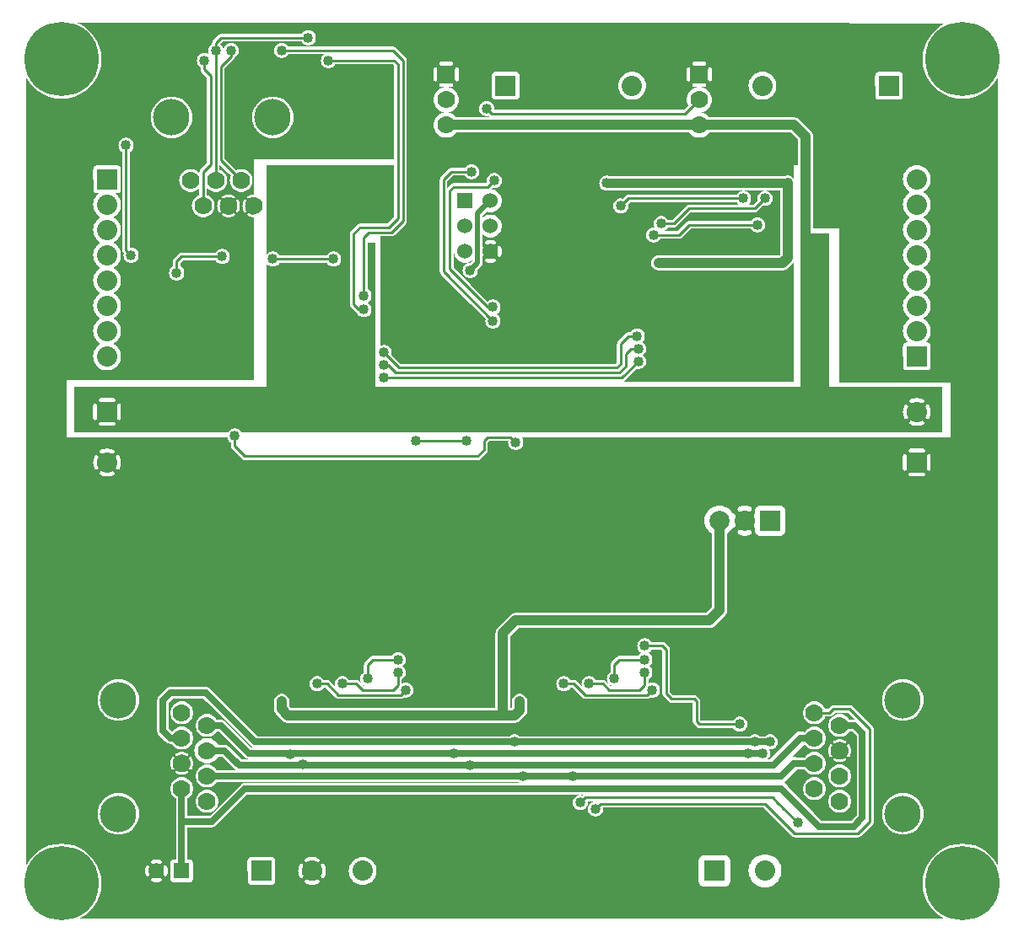
<source format=gbr>
G04 start of page 3 for group 1 idx 1 *
G04 Title: (unknown), solder *
G04 Creator: pcb 20140316 *
G04 CreationDate: Sat 17 Sep 2016 09:25:40 PM GMT UTC *
G04 For: ndholmes *
G04 Format: Gerber/RS-274X *
G04 PCB-Dimensions (mil): 3900.00 3600.00 *
G04 PCB-Coordinate-Origin: lower left *
%MOIN*%
%FSLAX25Y25*%
%LNBOTTOM*%
%ADD64C,0.0450*%
%ADD63C,0.0390*%
%ADD62C,0.1280*%
%ADD61C,0.1285*%
%ADD60C,0.0480*%
%ADD59C,0.0300*%
%ADD58C,0.0380*%
%ADD57C,0.0787*%
%ADD56C,0.1440*%
%ADD55C,0.2937*%
%ADD54C,0.0800*%
%ADD53C,0.0700*%
%ADD52C,0.0600*%
%ADD51C,0.0350*%
%ADD50C,0.0200*%
%ADD49C,0.0250*%
%ADD48C,0.0100*%
%ADD47C,0.0400*%
%ADD46C,0.0001*%
G54D46*G36*
X342500Y195500D02*X88099D01*
X87935Y195769D01*
X87628Y196128D01*
X87269Y196435D01*
X86866Y196681D01*
X86430Y196862D01*
X85971Y196972D01*
X85500Y197009D01*
X85029Y196972D01*
X84570Y196862D01*
X84134Y196681D01*
X83731Y196435D01*
X83372Y196128D01*
X83065Y195769D01*
X82901Y195500D01*
X48000D01*
Y213500D01*
X342500D01*
Y195500D01*
G37*
G36*
X296758Y193500D02*X323500D01*
Y111500D01*
X296758D01*
Y154571D01*
X301251Y154582D01*
X301557Y154655D01*
X301848Y154775D01*
X302116Y154940D01*
X302356Y155144D01*
X302560Y155384D01*
X302725Y155652D01*
X302845Y155943D01*
X302918Y156249D01*
X302937Y156563D01*
X302918Y164751D01*
X302845Y165057D01*
X302725Y165348D01*
X302560Y165616D01*
X302356Y165856D01*
X302116Y166060D01*
X301848Y166225D01*
X301557Y166345D01*
X301251Y166418D01*
X300937Y166437D01*
X296758Y166428D01*
Y193500D01*
G37*
G36*
X287002D02*X296758D01*
Y166428D01*
X292749Y166418D01*
X292443Y166345D01*
X292152Y166225D01*
X291884Y166060D01*
X291644Y165856D01*
X291440Y165616D01*
X291275Y165348D01*
X291155Y165057D01*
X291082Y164751D01*
X291063Y164437D01*
X291066Y163196D01*
X290939Y163107D01*
X290826Y162996D01*
X290732Y162870D01*
X290658Y162730D01*
X290608Y162580D01*
X290581Y162424D01*
X290579Y162266D01*
X290602Y162110D01*
X290652Y161960D01*
X290778Y161608D01*
X290866Y161244D01*
X290919Y160874D01*
X290937Y160500D01*
X290919Y160126D01*
X290866Y159756D01*
X290778Y159392D01*
X290656Y159039D01*
X290606Y158889D01*
X290583Y158734D01*
X290585Y158576D01*
X290612Y158421D01*
X290662Y158272D01*
X290736Y158133D01*
X290830Y158007D01*
X290942Y157897D01*
X291071Y157806D01*
X291078Y157802D01*
X291082Y156249D01*
X291155Y155943D01*
X291275Y155652D01*
X291440Y155384D01*
X291644Y155144D01*
X291884Y154940D01*
X292152Y154775D01*
X292443Y154655D01*
X292749Y154582D01*
X293063Y154563D01*
X296758Y154571D01*
Y111500D01*
X287002D01*
Y154556D01*
X287564Y154583D01*
X288123Y154663D01*
X288672Y154796D01*
X289206Y154981D01*
X289348Y155050D01*
X289477Y155142D01*
X289591Y155252D01*
X289685Y155379D01*
X289759Y155519D01*
X289809Y155668D01*
X289836Y155824D01*
X289838Y155982D01*
X289815Y156139D01*
X289768Y156290D01*
X289698Y156431D01*
X289607Y156561D01*
X289496Y156674D01*
X289370Y156768D01*
X289230Y156842D01*
X289080Y156892D01*
X288924Y156919D01*
X288766Y156921D01*
X288610Y156898D01*
X288460Y156848D01*
X288108Y156722D01*
X287744Y156634D01*
X287374Y156581D01*
X287002Y156563D01*
Y164437D01*
X287374Y164419D01*
X287744Y164366D01*
X288108Y164278D01*
X288461Y164156D01*
X288611Y164106D01*
X288766Y164083D01*
X288924Y164085D01*
X289079Y164112D01*
X289228Y164162D01*
X289367Y164236D01*
X289493Y164330D01*
X289603Y164442D01*
X289694Y164571D01*
X289764Y164712D01*
X289811Y164862D01*
X289833Y165018D01*
X289832Y165175D01*
X289805Y165331D01*
X289754Y165480D01*
X289681Y165619D01*
X289587Y165745D01*
X289475Y165855D01*
X289346Y165946D01*
X289204Y166013D01*
X288672Y166204D01*
X288123Y166337D01*
X287564Y166417D01*
X287002Y166444D01*
Y193500D01*
G37*
G36*
X39493D02*X82535D01*
X82638Y193070D01*
X82819Y192634D01*
X83065Y192231D01*
X83372Y191872D01*
X83731Y191565D01*
X84000Y191401D01*
Y190059D01*
X83995Y190000D01*
X84014Y189765D01*
X84069Y189535D01*
X84159Y189317D01*
X84283Y189116D01*
X84283Y189115D01*
X84436Y188936D01*
X84481Y188898D01*
X88398Y184981D01*
X88436Y184936D01*
X88616Y184783D01*
X88817Y184659D01*
X89035Y184569D01*
X89265Y184514D01*
X89500Y184495D01*
X89559Y184500D01*
X181441D01*
X181500Y184495D01*
X181735Y184514D01*
X181735Y184514D01*
X181965Y184569D01*
X182183Y184659D01*
X182384Y184783D01*
X182564Y184936D01*
X182602Y184981D01*
X185019Y187398D01*
X185064Y187436D01*
X185217Y187615D01*
X185217Y187616D01*
X185341Y187817D01*
X185431Y188035D01*
X185486Y188265D01*
X185505Y188500D01*
X185500Y188559D01*
Y191379D01*
X186121Y192000D01*
X193535D01*
X193528Y191971D01*
X193491Y191500D01*
X193528Y191029D01*
X193638Y190570D01*
X193819Y190134D01*
X194065Y189731D01*
X194372Y189372D01*
X194731Y189065D01*
X195134Y188819D01*
X195570Y188638D01*
X196029Y188528D01*
X196500Y188491D01*
X196971Y188528D01*
X197430Y188638D01*
X197866Y188819D01*
X198269Y189065D01*
X198628Y189372D01*
X198935Y189731D01*
X199181Y190134D01*
X199362Y190570D01*
X199472Y191029D01*
X199500Y191500D01*
X199472Y191971D01*
X199362Y192430D01*
X199181Y192866D01*
X198935Y193269D01*
X198737Y193500D01*
X287002D01*
Y166444D01*
X287000Y166444D01*
X286436Y166417D01*
X285877Y166337D01*
X285328Y166204D01*
X284794Y166019D01*
X284652Y165950D01*
X284523Y165858D01*
X284409Y165748D01*
X284315Y165621D01*
X284241Y165481D01*
X284191Y165332D01*
X284164Y165176D01*
X284162Y165018D01*
X284185Y164861D01*
X284232Y164710D01*
X284302Y164569D01*
X284393Y164439D01*
X284504Y164326D01*
X284630Y164232D01*
X284770Y164158D01*
X284920Y164108D01*
X285076Y164081D01*
X285234Y164079D01*
X285390Y164102D01*
X285540Y164152D01*
X285892Y164278D01*
X286256Y164366D01*
X286626Y164419D01*
X287000Y164437D01*
X287002Y164437D01*
Y156563D01*
X287000Y156563D01*
X286626Y156581D01*
X286256Y156634D01*
X285892Y156722D01*
X285539Y156844D01*
X285389Y156894D01*
X285234Y156917D01*
X285076Y156915D01*
X284921Y156888D01*
X284772Y156838D01*
X284633Y156764D01*
X284507Y156670D01*
X284397Y156558D01*
X284306Y156429D01*
X284236Y156288D01*
X284189Y156138D01*
X284167Y155982D01*
X284168Y155825D01*
X284195Y155669D01*
X284246Y155520D01*
X284319Y155381D01*
X284413Y155255D01*
X284525Y155145D01*
X284654Y155054D01*
X284796Y154987D01*
X285328Y154796D01*
X285877Y154663D01*
X286436Y154583D01*
X287000Y154556D01*
X287002Y154556D01*
Y111500D01*
X256121D01*
X255602Y112019D01*
X255564Y112064D01*
X255384Y112217D01*
X255183Y112341D01*
X254965Y112431D01*
X254735Y112486D01*
X254735Y112486D01*
X254500Y112505D01*
X254441Y112500D01*
X250099D01*
X249935Y112769D01*
X249628Y113128D01*
X249269Y113435D01*
X248866Y113681D01*
X248430Y113862D01*
X247971Y113972D01*
X247500Y114009D01*
X247029Y113972D01*
X246570Y113862D01*
X246134Y113681D01*
X245731Y113435D01*
X245372Y113128D01*
X245065Y112769D01*
X244819Y112366D01*
X244638Y111930D01*
X244535Y111500D01*
X194500D01*
Y114757D01*
X197743Y118000D01*
X272882D01*
X273000Y117991D01*
X273471Y118028D01*
X273471Y118028D01*
X273930Y118138D01*
X274366Y118319D01*
X274769Y118565D01*
X275128Y118872D01*
X275204Y118962D01*
X279038Y122796D01*
X279128Y122872D01*
X279434Y123231D01*
X279435Y123231D01*
X279681Y123634D01*
X279862Y124070D01*
X279972Y124529D01*
X280009Y125000D01*
X280000Y125118D01*
Y155375D01*
X280500Y155682D01*
X281211Y156289D01*
X281818Y157000D01*
X282235Y157679D01*
X282324Y157664D01*
X282482Y157662D01*
X282639Y157685D01*
X282790Y157732D01*
X282931Y157802D01*
X283061Y157893D01*
X283174Y158004D01*
X283268Y158130D01*
X283342Y158270D01*
X283392Y158420D01*
X283419Y158576D01*
X283421Y158734D01*
X283398Y158890D01*
X283348Y159040D01*
X283222Y159392D01*
X283134Y159756D01*
X283081Y160126D01*
X283063Y160500D01*
X283081Y160874D01*
X283134Y161244D01*
X283222Y161608D01*
X283344Y161961D01*
X283394Y162111D01*
X283417Y162266D01*
X283415Y162424D01*
X283388Y162579D01*
X283338Y162728D01*
X283264Y162867D01*
X283170Y162993D01*
X283058Y163103D01*
X282929Y163194D01*
X282788Y163264D01*
X282638Y163311D01*
X282482Y163333D01*
X282325Y163332D01*
X282237Y163317D01*
X281818Y164000D01*
X281211Y164711D01*
X280500Y165318D01*
X279704Y165806D01*
X278840Y166164D01*
X277932Y166382D01*
X277000Y166455D01*
X276068Y166382D01*
X275160Y166164D01*
X274296Y165806D01*
X273500Y165318D01*
X272789Y164711D01*
X272182Y164000D01*
X271694Y163204D01*
X271336Y162340D01*
X271118Y161432D01*
X271045Y160500D01*
X271118Y159568D01*
X271336Y158660D01*
X271694Y157796D01*
X272182Y157000D01*
X272789Y156289D01*
X273500Y155682D01*
X274000Y155375D01*
Y126243D01*
X271757Y124000D01*
X196618D01*
X196500Y124009D01*
X196029Y123972D01*
X195570Y123862D01*
X195134Y123681D01*
X194731Y123435D01*
X194731Y123434D01*
X194372Y123128D01*
X194296Y123038D01*
X189462Y118204D01*
X189372Y118128D01*
X189065Y117769D01*
X188819Y117366D01*
X188638Y116930D01*
X188528Y116471D01*
X188528Y116471D01*
X188491Y116000D01*
X188500Y115882D01*
Y111500D01*
X39493D01*
Y180645D01*
X39578Y180681D01*
X39679Y180743D01*
X39769Y180819D01*
X39845Y180909D01*
X39905Y181011D01*
X40122Y181480D01*
X40289Y181969D01*
X40409Y182472D01*
X40482Y182984D01*
X40506Y183500D01*
X40482Y184016D01*
X40409Y184528D01*
X40289Y185031D01*
X40122Y185520D01*
X39910Y185992D01*
X39849Y186093D01*
X39772Y186184D01*
X39682Y186261D01*
X39580Y186323D01*
X39493Y186360D01*
Y193500D01*
G37*
G36*
X35002D02*X39493D01*
Y186360D01*
X39471Y186369D01*
X39355Y186397D01*
X39237Y186406D01*
X39119Y186397D01*
X39003Y186370D01*
X38893Y186324D01*
X38792Y186262D01*
X38702Y186186D01*
X38624Y186095D01*
X38562Y185994D01*
X38516Y185885D01*
X38489Y185769D01*
X38479Y185651D01*
X38488Y185532D01*
X38516Y185417D01*
X38563Y185308D01*
X38721Y184968D01*
X38842Y184612D01*
X38930Y184247D01*
X38982Y183875D01*
X39000Y183500D01*
X38982Y183125D01*
X38930Y182753D01*
X38842Y182388D01*
X38721Y182032D01*
X38567Y181690D01*
X38520Y181582D01*
X38493Y181467D01*
X38483Y181349D01*
X38493Y181232D01*
X38521Y181117D01*
X38566Y181008D01*
X38628Y180907D01*
X38705Y180818D01*
X38795Y180741D01*
X38895Y180680D01*
X39004Y180635D01*
X39119Y180607D01*
X39237Y180598D01*
X39355Y180608D01*
X39469Y180635D01*
X39493Y180645D01*
Y111500D01*
X35002D01*
Y177994D01*
X35516Y178018D01*
X36028Y178091D01*
X36531Y178211D01*
X37020Y178378D01*
X37492Y178590D01*
X37593Y178651D01*
X37684Y178728D01*
X37761Y178818D01*
X37823Y178920D01*
X37869Y179029D01*
X37897Y179145D01*
X37906Y179263D01*
X37897Y179381D01*
X37870Y179497D01*
X37824Y179607D01*
X37762Y179708D01*
X37686Y179798D01*
X37595Y179876D01*
X37494Y179938D01*
X37385Y179984D01*
X37269Y180011D01*
X37151Y180021D01*
X37032Y180012D01*
X36917Y179984D01*
X36808Y179937D01*
X36468Y179779D01*
X36112Y179658D01*
X35747Y179570D01*
X35375Y179518D01*
X35002Y179500D01*
Y187500D01*
X35375Y187482D01*
X35747Y187430D01*
X36112Y187342D01*
X36468Y187221D01*
X36810Y187067D01*
X36918Y187020D01*
X37033Y186993D01*
X37151Y186983D01*
X37268Y186993D01*
X37383Y187021D01*
X37492Y187066D01*
X37593Y187128D01*
X37682Y187205D01*
X37759Y187295D01*
X37820Y187395D01*
X37865Y187504D01*
X37893Y187619D01*
X37902Y187737D01*
X37892Y187855D01*
X37865Y187969D01*
X37819Y188078D01*
X37757Y188179D01*
X37681Y188269D01*
X37591Y188345D01*
X37489Y188405D01*
X37020Y188622D01*
X36531Y188789D01*
X36028Y188909D01*
X35516Y188982D01*
X35002Y189006D01*
Y193500D01*
G37*
G36*
X30507D02*X35002D01*
Y189006D01*
X35000Y189006D01*
X34484Y188982D01*
X33972Y188909D01*
X33469Y188789D01*
X32980Y188622D01*
X32508Y188410D01*
X32407Y188349D01*
X32316Y188272D01*
X32239Y188182D01*
X32177Y188080D01*
X32131Y187971D01*
X32103Y187855D01*
X32094Y187737D01*
X32103Y187619D01*
X32130Y187503D01*
X32176Y187393D01*
X32238Y187292D01*
X32314Y187202D01*
X32405Y187124D01*
X32506Y187062D01*
X32615Y187016D01*
X32731Y186989D01*
X32849Y186979D01*
X32968Y186988D01*
X33083Y187016D01*
X33192Y187063D01*
X33532Y187221D01*
X33888Y187342D01*
X34253Y187430D01*
X34625Y187482D01*
X35000Y187500D01*
X35002Y187500D01*
Y179500D01*
X35000Y179500D01*
X34625Y179518D01*
X34253Y179570D01*
X33888Y179658D01*
X33532Y179779D01*
X33190Y179933D01*
X33082Y179980D01*
X32967Y180007D01*
X32849Y180017D01*
X32732Y180007D01*
X32617Y179979D01*
X32508Y179934D01*
X32407Y179872D01*
X32318Y179795D01*
X32241Y179705D01*
X32180Y179605D01*
X32135Y179496D01*
X32107Y179381D01*
X32098Y179263D01*
X32108Y179145D01*
X32135Y179031D01*
X32181Y178922D01*
X32243Y178821D01*
X32319Y178731D01*
X32409Y178655D01*
X32511Y178595D01*
X32980Y178378D01*
X33469Y178211D01*
X33972Y178091D01*
X34484Y178018D01*
X35000Y177994D01*
X35002Y177994D01*
Y111500D01*
X30507D01*
Y180640D01*
X30529Y180631D01*
X30645Y180603D01*
X30763Y180594D01*
X30881Y180603D01*
X30997Y180630D01*
X31107Y180676D01*
X31208Y180738D01*
X31298Y180814D01*
X31376Y180905D01*
X31438Y181006D01*
X31484Y181115D01*
X31511Y181231D01*
X31521Y181349D01*
X31512Y181468D01*
X31484Y181583D01*
X31437Y181692D01*
X31279Y182032D01*
X31158Y182388D01*
X31070Y182753D01*
X31018Y183125D01*
X31000Y183500D01*
X31018Y183875D01*
X31070Y184247D01*
X31158Y184612D01*
X31279Y184968D01*
X31433Y185310D01*
X31480Y185418D01*
X31507Y185533D01*
X31517Y185651D01*
X31507Y185768D01*
X31479Y185883D01*
X31434Y185992D01*
X31372Y186093D01*
X31295Y186182D01*
X31205Y186259D01*
X31105Y186320D01*
X30996Y186365D01*
X30881Y186393D01*
X30763Y186402D01*
X30645Y186392D01*
X30531Y186365D01*
X30507Y186355D01*
Y193500D01*
G37*
G36*
X3000Y111500D02*Y193500D01*
X30507D01*
Y186355D01*
X30422Y186319D01*
X30321Y186257D01*
X30231Y186181D01*
X30155Y186091D01*
X30095Y185989D01*
X29878Y185520D01*
X29711Y185031D01*
X29591Y184528D01*
X29518Y184016D01*
X29494Y183500D01*
X29518Y182984D01*
X29591Y182472D01*
X29711Y181969D01*
X29878Y181480D01*
X30090Y181008D01*
X30151Y180907D01*
X30228Y180816D01*
X30318Y180739D01*
X30420Y180677D01*
X30507Y180640D01*
Y111500D01*
X3000D01*
G37*
G36*
X368500Y217500D02*X387000D01*
Y192000D01*
X368500D01*
Y217500D01*
G37*
G36*
X309000Y274000D02*X320500D01*
Y205500D01*
X309000D01*
Y274000D01*
G37*
G36*
X314000Y303000D02*X331000D01*
Y276000D01*
X314000D01*
Y303000D01*
G37*
G36*
X266495Y286500D02*X283901D01*
X284065Y286231D01*
X284372Y285872D01*
X284731Y285565D01*
X284838Y285500D01*
X266495D01*
Y286500D01*
G37*
G36*
Y259500D02*X293882D01*
X294000Y259491D01*
X294118Y259500D01*
X301882D01*
X302000Y259491D01*
X302470Y259528D01*
X302471Y259528D01*
X302930Y259638D01*
X303366Y259819D01*
X303769Y260065D01*
X304128Y260372D01*
X304205Y260462D01*
X306038Y262296D01*
X306128Y262372D01*
X306434Y262731D01*
X306435Y262731D01*
X306500Y262838D01*
Y215500D01*
X266495D01*
Y259500D01*
G37*
G36*
Y291250D02*X301000D01*
Y265743D01*
X300757Y265500D01*
X294118D01*
X294000Y265509D01*
X293882Y265500D01*
X266495D01*
Y276000D01*
X289401D01*
X289565Y275731D01*
X289872Y275372D01*
X290231Y275065D01*
X290634Y274819D01*
X291070Y274638D01*
X291529Y274528D01*
X292000Y274491D01*
X292471Y274528D01*
X292930Y274638D01*
X293366Y274819D01*
X293769Y275065D01*
X294128Y275372D01*
X294435Y275731D01*
X294681Y276134D01*
X294862Y276570D01*
X294972Y277029D01*
X295000Y277500D01*
X294972Y277971D01*
X294862Y278430D01*
X294681Y278866D01*
X294435Y279269D01*
X294128Y279628D01*
X293769Y279935D01*
X293366Y280181D01*
X292930Y280362D01*
X292471Y280472D01*
X292000Y280509D01*
X291529Y280472D01*
X291070Y280362D01*
X290634Y280181D01*
X290231Y279935D01*
X289872Y279628D01*
X289565Y279269D01*
X289401Y279000D01*
X266495D01*
Y282500D01*
X290941D01*
X291000Y282495D01*
X291235Y282514D01*
X291235Y282514D01*
X291465Y282569D01*
X291683Y282659D01*
X291884Y282783D01*
X292064Y282936D01*
X292102Y282981D01*
X294223Y285101D01*
X294529Y285028D01*
X295000Y284991D01*
X295471Y285028D01*
X295930Y285138D01*
X296366Y285319D01*
X296769Y285565D01*
X297128Y285872D01*
X297435Y286231D01*
X297681Y286634D01*
X297862Y287070D01*
X297972Y287529D01*
X298000Y288000D01*
X297972Y288471D01*
X297862Y288930D01*
X297681Y289366D01*
X297435Y289769D01*
X297128Y290128D01*
X296769Y290435D01*
X296366Y290681D01*
X295930Y290862D01*
X295471Y290972D01*
X295000Y291009D01*
X294529Y290972D01*
X294070Y290862D01*
X293634Y290681D01*
X293231Y290435D01*
X292872Y290128D01*
X292565Y289769D01*
X292319Y289366D01*
X292138Y288930D01*
X292028Y288471D01*
X291991Y288000D01*
X292028Y287529D01*
X292101Y287223D01*
X290379Y285500D01*
X288162D01*
X288269Y285565D01*
X288628Y285872D01*
X288935Y286231D01*
X289181Y286634D01*
X289362Y287070D01*
X289472Y287529D01*
X289500Y288000D01*
X289472Y288471D01*
X289362Y288930D01*
X289181Y289366D01*
X288935Y289769D01*
X288628Y290128D01*
X288269Y290435D01*
X287866Y290681D01*
X287430Y290862D01*
X286971Y290972D01*
X286500Y291009D01*
X286029Y290972D01*
X285570Y290862D01*
X285134Y290681D01*
X284731Y290435D01*
X284372Y290128D01*
X284065Y289769D01*
X283901Y289500D01*
X266495D01*
Y291250D01*
G37*
G36*
Y304000D02*X306500D01*
Y295662D01*
X306435Y295769D01*
X306128Y296128D01*
X305769Y296435D01*
X305366Y296681D01*
X304930Y296862D01*
X304471Y296972D01*
X304000Y297009D01*
X303529Y296972D01*
X303070Y296862D01*
X302800Y296750D01*
X266495D01*
Y304000D01*
G37*
G36*
Y279000D02*X265059D01*
X265000Y279005D01*
X264765Y278986D01*
X264535Y278931D01*
X264317Y278841D01*
X264116Y278717D01*
X264115Y278717D01*
X263936Y278564D01*
X263898Y278519D01*
X260379Y275000D01*
X254118D01*
X254471Y275028D01*
X254930Y275138D01*
X255366Y275319D01*
X255769Y275565D01*
X256128Y275872D01*
X256435Y276231D01*
X256599Y276500D01*
X258941D01*
X259000Y276495D01*
X259235Y276514D01*
X259235Y276514D01*
X259465Y276569D01*
X259683Y276659D01*
X259884Y276783D01*
X260064Y276936D01*
X260102Y276981D01*
X265621Y282500D01*
X266495D01*
Y279000D01*
G37*
G36*
X190500Y222500D02*Y265055D01*
X190551Y265106D01*
X190619Y265202D01*
X190670Y265308D01*
X190818Y265716D01*
X190922Y266137D01*
X190984Y266567D01*
X191005Y267000D01*
X190984Y267433D01*
X190922Y267863D01*
X190818Y268284D01*
X190675Y268694D01*
X190622Y268800D01*
X190553Y268896D01*
X190500Y268950D01*
Y274915D01*
X190522Y274951D01*
X190793Y275605D01*
X190958Y276294D01*
X191000Y277000D01*
X190958Y277706D01*
X190793Y278395D01*
X190522Y279049D01*
X190500Y279085D01*
Y284915D01*
X190522Y284951D01*
X190793Y285605D01*
X190958Y286294D01*
X191000Y287000D01*
X190958Y287706D01*
X190793Y288395D01*
X190522Y289049D01*
X190500Y289085D01*
Y293338D01*
X190681Y293634D01*
X190862Y294070D01*
X190972Y294529D01*
X191000Y295000D01*
X190972Y295471D01*
X190862Y295930D01*
X190681Y296366D01*
X190500Y296662D01*
Y304000D01*
X266495D01*
Y296750D01*
X233700D01*
X233430Y296862D01*
X232971Y296972D01*
X232500Y297009D01*
X232029Y296972D01*
X231570Y296862D01*
X231134Y296681D01*
X230731Y296435D01*
X230372Y296128D01*
X230065Y295769D01*
X229819Y295366D01*
X229638Y294930D01*
X229528Y294471D01*
X229491Y294000D01*
X229528Y293529D01*
X229638Y293070D01*
X229819Y292634D01*
X230065Y292231D01*
X230372Y291872D01*
X230731Y291565D01*
X231134Y291319D01*
X231570Y291138D01*
X232029Y291028D01*
X232500Y290991D01*
X232971Y291028D01*
X233430Y291138D01*
X233700Y291250D01*
X266495D01*
Y289500D01*
X255500D01*
X255500Y289500D01*
X241059D01*
X241000Y289505D01*
X240765Y289486D01*
X240535Y289431D01*
X240317Y289341D01*
X240116Y289217D01*
X240115Y289217D01*
X239936Y289064D01*
X239898Y289019D01*
X238777Y287899D01*
X238471Y287972D01*
X238000Y288009D01*
X237529Y287972D01*
X237070Y287862D01*
X236634Y287681D01*
X236231Y287435D01*
X235872Y287128D01*
X235565Y286769D01*
X235319Y286366D01*
X235138Y285930D01*
X235028Y285471D01*
X234991Y285000D01*
X235028Y284529D01*
X235138Y284070D01*
X235319Y283634D01*
X235565Y283231D01*
X235872Y282872D01*
X236231Y282565D01*
X236634Y282319D01*
X237070Y282138D01*
X237529Y282028D01*
X238000Y281991D01*
X238471Y282028D01*
X238930Y282138D01*
X239366Y282319D01*
X239769Y282565D01*
X240128Y282872D01*
X240435Y283231D01*
X240681Y283634D01*
X240862Y284070D01*
X240972Y284529D01*
X241000Y285000D01*
X240972Y285471D01*
X240899Y285777D01*
X241621Y286500D01*
X255500D01*
X255500Y286500D01*
X266495D01*
Y285500D01*
X265059D01*
X265000Y285505D01*
X264765Y285486D01*
X264535Y285431D01*
X264317Y285341D01*
X264116Y285217D01*
X264115Y285217D01*
X263936Y285064D01*
X263898Y285019D01*
X258379Y279500D01*
X256599D01*
X256435Y279769D01*
X256128Y280128D01*
X255769Y280435D01*
X255366Y280681D01*
X254930Y280862D01*
X254471Y280972D01*
X254000Y281009D01*
X253529Y280972D01*
X253070Y280862D01*
X252634Y280681D01*
X252231Y280435D01*
X251872Y280128D01*
X251565Y279769D01*
X251319Y279366D01*
X251138Y278930D01*
X251028Y278471D01*
X250991Y278000D01*
X251028Y277529D01*
X251138Y277070D01*
X251319Y276634D01*
X251415Y276477D01*
X251000Y276509D01*
X250529Y276472D01*
X250070Y276362D01*
X249634Y276181D01*
X249231Y275935D01*
X248872Y275628D01*
X248565Y275269D01*
X248319Y274866D01*
X248138Y274430D01*
X248028Y273971D01*
X247991Y273500D01*
X248028Y273029D01*
X248138Y272570D01*
X248319Y272134D01*
X248565Y271731D01*
X248872Y271372D01*
X249231Y271065D01*
X249634Y270819D01*
X250070Y270638D01*
X250529Y270528D01*
X251000Y270491D01*
X251471Y270528D01*
X251930Y270638D01*
X252366Y270819D01*
X252769Y271065D01*
X253128Y271372D01*
X253435Y271731D01*
X253599Y272000D01*
X260941D01*
X261000Y271995D01*
X261235Y272014D01*
X261235Y272014D01*
X261465Y272069D01*
X261683Y272159D01*
X261884Y272283D01*
X262064Y272436D01*
X262102Y272481D01*
X265621Y276000D01*
X266495D01*
Y265500D01*
X253118D01*
X253000Y265509D01*
X252529Y265472D01*
X252070Y265362D01*
X251634Y265181D01*
X251231Y264935D01*
X250872Y264628D01*
X250565Y264269D01*
X250319Y263866D01*
X250138Y263430D01*
X250028Y262971D01*
X249991Y262500D01*
X250028Y262029D01*
X250138Y261570D01*
X250319Y261134D01*
X250565Y260731D01*
X250872Y260372D01*
X251231Y260065D01*
X251634Y259819D01*
X252070Y259638D01*
X252529Y259528D01*
X253000Y259491D01*
X253118Y259500D01*
X266495D01*
Y215500D01*
X238559D01*
X238735Y215514D01*
X238735Y215514D01*
X238965Y215569D01*
X239183Y215659D01*
X239384Y215783D01*
X239564Y215936D01*
X239602Y215981D01*
X244223Y220601D01*
X244529Y220528D01*
X245000Y220491D01*
X245471Y220528D01*
X245930Y220638D01*
X246366Y220819D01*
X246769Y221065D01*
X247128Y221372D01*
X247435Y221731D01*
X247681Y222134D01*
X247862Y222570D01*
X247972Y223029D01*
X248000Y223500D01*
X247972Y223971D01*
X247862Y224430D01*
X247681Y224866D01*
X247435Y225269D01*
X247128Y225628D01*
X246769Y225935D01*
X246662Y226000D01*
X246769Y226065D01*
X247128Y226372D01*
X247435Y226731D01*
X247681Y227134D01*
X247862Y227570D01*
X247972Y228029D01*
X248000Y228500D01*
X247972Y228971D01*
X247862Y229430D01*
X247681Y229866D01*
X247435Y230269D01*
X247128Y230628D01*
X246769Y230935D01*
X246388Y231168D01*
X246628Y231372D01*
X246935Y231731D01*
X247181Y232134D01*
X247362Y232570D01*
X247472Y233029D01*
X247500Y233500D01*
X247472Y233971D01*
X247362Y234430D01*
X247181Y234866D01*
X246935Y235269D01*
X246628Y235628D01*
X246269Y235935D01*
X245866Y236181D01*
X245430Y236362D01*
X244971Y236472D01*
X244500Y236509D01*
X244029Y236472D01*
X243570Y236362D01*
X243134Y236181D01*
X242731Y235935D01*
X242372Y235628D01*
X242065Y235269D01*
X241901Y235000D01*
X241059D01*
X241000Y235005D01*
X240765Y234986D01*
X240535Y234931D01*
X240317Y234841D01*
X240116Y234717D01*
X240115Y234717D01*
X239936Y234564D01*
X239898Y234519D01*
X236981Y231602D01*
X236936Y231564D01*
X236783Y231384D01*
X236659Y231183D01*
X236569Y230965D01*
X236514Y230735D01*
X236514Y230735D01*
X236495Y230500D01*
X236500Y230441D01*
Y223121D01*
X235879Y222500D01*
X190500D01*
G37*
G36*
X293992Y314000D02*X305257D01*
X308000Y311257D01*
Y301000D01*
X293992D01*
Y314000D01*
G37*
G36*
Y357500D02*X328500D01*
Y301000D01*
X314000D01*
Y312382D01*
X314009Y312500D01*
X313972Y312971D01*
X313972Y312971D01*
X313862Y313430D01*
X313681Y313866D01*
X313435Y314269D01*
X313128Y314628D01*
X313038Y314704D01*
X308704Y319038D01*
X308628Y319128D01*
X308269Y319435D01*
X307866Y319681D01*
X307430Y319862D01*
X306971Y319972D01*
X306500Y320009D01*
X306382Y320000D01*
X293992D01*
Y326984D01*
X294000Y326983D01*
X294863Y327051D01*
X295705Y327253D01*
X296505Y327584D01*
X297243Y328037D01*
X297901Y328599D01*
X298463Y329257D01*
X298916Y329995D01*
X299247Y330795D01*
X299449Y331637D01*
X299500Y332500D01*
X299449Y333363D01*
X299247Y334205D01*
X298916Y335005D01*
X298463Y335743D01*
X297901Y336401D01*
X297243Y336963D01*
X296505Y337416D01*
X295705Y337747D01*
X294863Y337949D01*
X294000Y338017D01*
X293992Y338016D01*
Y357500D01*
G37*
G36*
X242492Y314000D02*X264987D01*
X265454Y313454D01*
X266052Y312942D01*
X266723Y312531D01*
X267450Y312230D01*
X268215Y312046D01*
X269000Y311985D01*
X269785Y312046D01*
X270550Y312230D01*
X271277Y312531D01*
X271948Y312942D01*
X272546Y313454D01*
X273013Y314000D01*
X293992D01*
Y301000D01*
X242492D01*
Y314000D01*
G37*
G36*
X273250Y357500D02*X293992D01*
Y338016D01*
X293137Y337949D01*
X292295Y337747D01*
X291495Y337416D01*
X290757Y336963D01*
X290099Y336401D01*
X289537Y335743D01*
X289084Y335005D01*
X288753Y334205D01*
X288551Y333363D01*
X288483Y332500D01*
X288551Y331637D01*
X288753Y330795D01*
X289084Y329995D01*
X289537Y329257D01*
X290099Y328599D01*
X290757Y328037D01*
X291495Y327584D01*
X292295Y327253D01*
X293137Y327051D01*
X293992Y326984D01*
Y320000D01*
X273250D01*
Y324366D01*
X273469Y324723D01*
X273770Y325450D01*
X273954Y326215D01*
X274000Y327000D01*
X273954Y327785D01*
X273770Y328550D01*
X273469Y329277D01*
X273250Y329634D01*
Y334248D01*
X273368Y334257D01*
X273482Y334285D01*
X273592Y334330D01*
X273692Y334391D01*
X273782Y334468D01*
X273859Y334558D01*
X273920Y334658D01*
X273965Y334768D01*
X273993Y334882D01*
X274000Y335000D01*
Y339000D01*
X273993Y339118D01*
X273965Y339232D01*
X273920Y339342D01*
X273859Y339442D01*
X273782Y339532D01*
X273692Y339609D01*
X273592Y339670D01*
X273482Y339715D01*
X273368Y339743D01*
X273250Y339752D01*
Y357500D01*
G37*
G36*
Y320000D02*X273013D01*
X272546Y320546D01*
X271948Y321058D01*
X271277Y321469D01*
X270550Y321770D01*
X269785Y321954D01*
X269196Y322000D01*
X269785Y322046D01*
X270550Y322230D01*
X271277Y322531D01*
X271948Y322942D01*
X272546Y323454D01*
X273058Y324052D01*
X273250Y324366D01*
Y320000D01*
G37*
G36*
X269000Y357500D02*X273250D01*
Y339752D01*
X273132Y339743D01*
X273018Y339715D01*
X272908Y339670D01*
X272808Y339609D01*
X272718Y339532D01*
X272641Y339442D01*
X272580Y339342D01*
X272535Y339232D01*
X272507Y339118D01*
X272500Y339000D01*
Y335000D01*
X272507Y334882D01*
X272535Y334768D01*
X272580Y334658D01*
X272641Y334558D01*
X272718Y334468D01*
X272808Y334391D01*
X272908Y334330D01*
X273018Y334285D01*
X273132Y334257D01*
X273250Y334248D01*
Y329634D01*
X273058Y329948D01*
X272546Y330546D01*
X271948Y331058D01*
X271277Y331469D01*
X270550Y331770D01*
X269785Y331954D01*
X269196Y332000D01*
X271000D01*
X271118Y332007D01*
X271232Y332035D01*
X271342Y332080D01*
X271442Y332141D01*
X271532Y332218D01*
X271609Y332308D01*
X271670Y332408D01*
X271715Y332518D01*
X271743Y332632D01*
X271752Y332750D01*
X271743Y332868D01*
X271715Y332982D01*
X271670Y333092D01*
X271609Y333192D01*
X271532Y333282D01*
X271442Y333359D01*
X271342Y333420D01*
X271232Y333465D01*
X271118Y333493D01*
X271000Y333500D01*
X269000D01*
Y340500D01*
X271000D01*
X271118Y340507D01*
X271232Y340535D01*
X271342Y340580D01*
X271442Y340641D01*
X271532Y340718D01*
X271609Y340808D01*
X271670Y340908D01*
X271715Y341018D01*
X271743Y341132D01*
X271752Y341250D01*
X271743Y341368D01*
X271715Y341482D01*
X271670Y341592D01*
X271609Y341692D01*
X271532Y341782D01*
X271442Y341859D01*
X271342Y341920D01*
X271232Y341965D01*
X271118Y341993D01*
X271000Y342000D01*
X269000D01*
Y357500D01*
G37*
G36*
X264750D02*X269000D01*
Y342000D01*
X267000D01*
X266882Y341993D01*
X266768Y341965D01*
X266658Y341920D01*
X266558Y341859D01*
X266468Y341782D01*
X266391Y341692D01*
X266330Y341592D01*
X266285Y341482D01*
X266257Y341368D01*
X266248Y341250D01*
X266257Y341132D01*
X266285Y341018D01*
X266330Y340908D01*
X266391Y340808D01*
X266468Y340718D01*
X266558Y340641D01*
X266658Y340580D01*
X266768Y340535D01*
X266882Y340507D01*
X267000Y340500D01*
X269000D01*
Y333500D01*
X267000D01*
X266882Y333493D01*
X266768Y333465D01*
X266658Y333420D01*
X266558Y333359D01*
X266468Y333282D01*
X266391Y333192D01*
X266330Y333092D01*
X266285Y332982D01*
X266257Y332868D01*
X266248Y332750D01*
X266257Y332632D01*
X266285Y332518D01*
X266330Y332408D01*
X266391Y332308D01*
X266468Y332218D01*
X266558Y332141D01*
X266658Y332080D01*
X266768Y332035D01*
X266882Y332007D01*
X267000Y332000D01*
X268804D01*
X268215Y331954D01*
X267450Y331770D01*
X266723Y331469D01*
X266052Y331058D01*
X265454Y330546D01*
X264942Y329948D01*
X264750Y329634D01*
Y334248D01*
X264868Y334257D01*
X264982Y334285D01*
X265092Y334330D01*
X265192Y334391D01*
X265282Y334468D01*
X265359Y334558D01*
X265420Y334658D01*
X265465Y334768D01*
X265493Y334882D01*
X265500Y335000D01*
Y339000D01*
X265493Y339118D01*
X265465Y339232D01*
X265420Y339342D01*
X265359Y339442D01*
X265282Y339532D01*
X265192Y339609D01*
X265092Y339670D01*
X264982Y339715D01*
X264868Y339743D01*
X264750Y339752D01*
Y357500D01*
G37*
G36*
X242492D02*X264750D01*
Y339752D01*
X264632Y339743D01*
X264518Y339715D01*
X264408Y339670D01*
X264308Y339609D01*
X264218Y339532D01*
X264141Y339442D01*
X264080Y339342D01*
X264035Y339232D01*
X264007Y339118D01*
X264000Y339000D01*
Y335000D01*
X264007Y334882D01*
X264035Y334768D01*
X264080Y334658D01*
X264141Y334558D01*
X264218Y334468D01*
X264308Y334391D01*
X264408Y334330D01*
X264518Y334285D01*
X264632Y334257D01*
X264750Y334248D01*
Y329634D01*
X264531Y329277D01*
X264230Y328550D01*
X264046Y327785D01*
X263985Y327000D01*
X264046Y326215D01*
X264230Y325450D01*
X264531Y324723D01*
X264558Y324679D01*
X262879Y323000D01*
X242492D01*
Y326984D01*
X242500Y326983D01*
X243363Y327051D01*
X244205Y327253D01*
X245005Y327584D01*
X245743Y328037D01*
X246401Y328599D01*
X246963Y329257D01*
X247416Y329995D01*
X247747Y330795D01*
X247949Y331637D01*
X248000Y332500D01*
X247949Y333363D01*
X247747Y334205D01*
X247416Y335005D01*
X246963Y335743D01*
X246401Y336401D01*
X245743Y336963D01*
X245005Y337416D01*
X244205Y337747D01*
X243363Y337949D01*
X242500Y338017D01*
X242492Y338016D01*
Y357500D01*
G37*
G36*
X173250Y314000D02*X242492D01*
Y301000D01*
X180662D01*
X180366Y301181D01*
X179930Y301362D01*
X179471Y301472D01*
X179000Y301509D01*
X178529Y301472D01*
X178070Y301362D01*
X177634Y301181D01*
X177338Y301000D01*
X173250D01*
Y314000D01*
G37*
G36*
X192500Y357500D02*X242492D01*
Y338016D01*
X241637Y337949D01*
X240795Y337747D01*
X239995Y337416D01*
X239257Y336963D01*
X238599Y336401D01*
X238037Y335743D01*
X237584Y335005D01*
X237253Y334205D01*
X237051Y333363D01*
X236983Y332500D01*
X237051Y331637D01*
X237253Y330795D01*
X237584Y329995D01*
X238037Y329257D01*
X238599Y328599D01*
X239257Y328037D01*
X239995Y327584D01*
X240795Y327253D01*
X241637Y327051D01*
X242492Y326984D01*
Y323000D01*
X192500D01*
Y327007D01*
X196735Y327014D01*
X196965Y327069D01*
X197183Y327159D01*
X197384Y327283D01*
X197564Y327436D01*
X197717Y327616D01*
X197841Y327817D01*
X197931Y328035D01*
X197986Y328265D01*
X198000Y328500D01*
X197986Y336735D01*
X197931Y336965D01*
X197841Y337183D01*
X197717Y337384D01*
X197564Y337564D01*
X197384Y337717D01*
X197183Y337841D01*
X196965Y337931D01*
X196735Y337986D01*
X196500Y338000D01*
X192500Y337993D01*
Y357500D01*
G37*
G36*
X173250D02*X192500D01*
Y337993D01*
X188265Y337986D01*
X188035Y337931D01*
X187817Y337841D01*
X187616Y337717D01*
X187436Y337564D01*
X187283Y337384D01*
X187159Y337183D01*
X187069Y336965D01*
X187014Y336735D01*
X187000Y336500D01*
X187014Y328265D01*
X187069Y328035D01*
X187159Y327817D01*
X187283Y327616D01*
X187436Y327436D01*
X187616Y327283D01*
X187817Y327159D01*
X188035Y327069D01*
X188265Y327014D01*
X188500Y327000D01*
X192500Y327007D01*
Y323000D01*
X187965D01*
X187972Y323029D01*
X188000Y323500D01*
X187972Y323971D01*
X187862Y324430D01*
X187681Y324866D01*
X187435Y325269D01*
X187128Y325628D01*
X186769Y325935D01*
X186366Y326181D01*
X185930Y326362D01*
X185471Y326472D01*
X185000Y326509D01*
X184529Y326472D01*
X184070Y326362D01*
X183634Y326181D01*
X183231Y325935D01*
X182872Y325628D01*
X182565Y325269D01*
X182319Y324866D01*
X182138Y324430D01*
X182028Y323971D01*
X181991Y323500D01*
X182028Y323029D01*
X182138Y322570D01*
X182319Y322134D01*
X182565Y321731D01*
X182872Y321372D01*
X183231Y321065D01*
X183634Y320819D01*
X184070Y320638D01*
X184529Y320528D01*
X185000Y320491D01*
X185471Y320528D01*
X185777Y320601D01*
X185898Y320481D01*
X185936Y320436D01*
X186115Y320283D01*
X186116Y320283D01*
X186317Y320159D01*
X186535Y320069D01*
X186765Y320014D01*
X186941Y320000D01*
X173250D01*
Y324366D01*
X173469Y324723D01*
X173770Y325450D01*
X173954Y326215D01*
X174000Y327000D01*
X173954Y327785D01*
X173770Y328550D01*
X173469Y329277D01*
X173250Y329634D01*
Y334248D01*
X173368Y334257D01*
X173482Y334285D01*
X173592Y334330D01*
X173692Y334391D01*
X173782Y334468D01*
X173859Y334558D01*
X173920Y334658D01*
X173965Y334768D01*
X173993Y334882D01*
X174000Y335000D01*
Y339000D01*
X173993Y339118D01*
X173965Y339232D01*
X173920Y339342D01*
X173859Y339442D01*
X173782Y339532D01*
X173692Y339609D01*
X173592Y339670D01*
X173482Y339715D01*
X173368Y339743D01*
X173250Y339752D01*
Y357500D01*
G37*
G36*
Y320000D02*X173013D01*
X172546Y320546D01*
X171948Y321058D01*
X171277Y321469D01*
X170550Y321770D01*
X169785Y321954D01*
X169196Y322000D01*
X169785Y322046D01*
X170550Y322230D01*
X171277Y322531D01*
X171948Y322942D01*
X172546Y323454D01*
X173058Y324052D01*
X173250Y324366D01*
Y320000D01*
G37*
G36*
X169000Y311985D02*X169785Y312046D01*
X170550Y312230D01*
X171277Y312531D01*
X171948Y312942D01*
X172546Y313454D01*
X173013Y314000D01*
X173250D01*
Y301000D01*
X169000D01*
Y311985D01*
G37*
G36*
Y357500D02*X173250D01*
Y339752D01*
X173132Y339743D01*
X173018Y339715D01*
X172908Y339670D01*
X172808Y339609D01*
X172718Y339532D01*
X172641Y339442D01*
X172580Y339342D01*
X172535Y339232D01*
X172507Y339118D01*
X172500Y339000D01*
Y335000D01*
X172507Y334882D01*
X172535Y334768D01*
X172580Y334658D01*
X172641Y334558D01*
X172718Y334468D01*
X172808Y334391D01*
X172908Y334330D01*
X173018Y334285D01*
X173132Y334257D01*
X173250Y334248D01*
Y329634D01*
X173058Y329948D01*
X172546Y330546D01*
X171948Y331058D01*
X171277Y331469D01*
X170550Y331770D01*
X169785Y331954D01*
X169196Y332000D01*
X171000D01*
X171118Y332007D01*
X171232Y332035D01*
X171342Y332080D01*
X171442Y332141D01*
X171532Y332218D01*
X171609Y332308D01*
X171670Y332408D01*
X171715Y332518D01*
X171743Y332632D01*
X171752Y332750D01*
X171743Y332868D01*
X171715Y332982D01*
X171670Y333092D01*
X171609Y333192D01*
X171532Y333282D01*
X171442Y333359D01*
X171342Y333420D01*
X171232Y333465D01*
X171118Y333493D01*
X171000Y333500D01*
X169000D01*
Y340500D01*
X171000D01*
X171118Y340507D01*
X171232Y340535D01*
X171342Y340580D01*
X171442Y340641D01*
X171532Y340718D01*
X171609Y340808D01*
X171670Y340908D01*
X171715Y341018D01*
X171743Y341132D01*
X171752Y341250D01*
X171743Y341368D01*
X171715Y341482D01*
X171670Y341592D01*
X171609Y341692D01*
X171532Y341782D01*
X171442Y341859D01*
X171342Y341920D01*
X171232Y341965D01*
X171118Y341993D01*
X171000Y342000D01*
X169000D01*
Y357500D01*
G37*
G36*
X164750Y314366D02*X164942Y314052D01*
X165454Y313454D01*
X166052Y312942D01*
X166723Y312531D01*
X167450Y312230D01*
X168215Y312046D01*
X169000Y311985D01*
X169000D01*
Y301000D01*
X164750D01*
Y314366D01*
G37*
G36*
Y324366D02*X164942Y324052D01*
X165454Y323454D01*
X166052Y322942D01*
X166723Y322531D01*
X167450Y322230D01*
X168215Y322046D01*
X168804Y322000D01*
X168215Y321954D01*
X167450Y321770D01*
X166723Y321469D01*
X166052Y321058D01*
X165454Y320546D01*
X164942Y319948D01*
X164750Y319634D01*
Y324366D01*
G37*
G36*
Y357500D02*X169000D01*
Y342000D01*
X167000D01*
X166882Y341993D01*
X166768Y341965D01*
X166658Y341920D01*
X166558Y341859D01*
X166468Y341782D01*
X166391Y341692D01*
X166330Y341592D01*
X166285Y341482D01*
X166257Y341368D01*
X166248Y341250D01*
X166257Y341132D01*
X166285Y341018D01*
X166330Y340908D01*
X166391Y340808D01*
X166468Y340718D01*
X166558Y340641D01*
X166658Y340580D01*
X166768Y340535D01*
X166882Y340507D01*
X167000Y340500D01*
X169000D01*
Y333500D01*
X167000D01*
X166882Y333493D01*
X166768Y333465D01*
X166658Y333420D01*
X166558Y333359D01*
X166468Y333282D01*
X166391Y333192D01*
X166330Y333092D01*
X166285Y332982D01*
X166257Y332868D01*
X166248Y332750D01*
X166257Y332632D01*
X166285Y332518D01*
X166330Y332408D01*
X166391Y332308D01*
X166468Y332218D01*
X166558Y332141D01*
X166658Y332080D01*
X166768Y332035D01*
X166882Y332007D01*
X167000Y332000D01*
X168804D01*
X168215Y331954D01*
X167450Y331770D01*
X166723Y331469D01*
X166052Y331058D01*
X165454Y330546D01*
X164942Y329948D01*
X164750Y329634D01*
Y334248D01*
X164868Y334257D01*
X164982Y334285D01*
X165092Y334330D01*
X165192Y334391D01*
X165282Y334468D01*
X165359Y334558D01*
X165420Y334658D01*
X165465Y334768D01*
X165493Y334882D01*
X165500Y335000D01*
Y339000D01*
X165493Y339118D01*
X165465Y339232D01*
X165420Y339342D01*
X165359Y339442D01*
X165282Y339532D01*
X165192Y339609D01*
X165092Y339670D01*
X164982Y339715D01*
X164868Y339743D01*
X164750Y339752D01*
Y357500D01*
G37*
G36*
X154500D02*X164750D01*
Y339752D01*
X164632Y339743D01*
X164518Y339715D01*
X164408Y339670D01*
X164308Y339609D01*
X164218Y339532D01*
X164141Y339442D01*
X164080Y339342D01*
X164035Y339232D01*
X164007Y339118D01*
X164000Y339000D01*
Y335000D01*
X164007Y334882D01*
X164035Y334768D01*
X164080Y334658D01*
X164141Y334558D01*
X164218Y334468D01*
X164308Y334391D01*
X164408Y334330D01*
X164518Y334285D01*
X164632Y334257D01*
X164750Y334248D01*
Y329634D01*
X164531Y329277D01*
X164230Y328550D01*
X164046Y327785D01*
X163985Y327000D01*
X164046Y326215D01*
X164230Y325450D01*
X164531Y324723D01*
X164750Y324366D01*
Y319634D01*
X164531Y319277D01*
X164230Y318550D01*
X164046Y317785D01*
X163985Y317000D01*
X164046Y316215D01*
X164230Y315450D01*
X164531Y314723D01*
X164750Y314366D01*
Y301000D01*
X154500D01*
Y357500D01*
G37*
G36*
X387000Y215000D02*X354992D01*
Y220007D01*
X359235Y220014D01*
X359465Y220069D01*
X359683Y220159D01*
X359884Y220283D01*
X360064Y220436D01*
X360217Y220616D01*
X360341Y220817D01*
X360431Y221035D01*
X360486Y221265D01*
X360500Y221500D01*
X360486Y229735D01*
X360431Y229965D01*
X360341Y230183D01*
X360217Y230384D01*
X360064Y230564D01*
X359884Y230717D01*
X359683Y230841D01*
X359465Y230931D01*
X359235Y230986D01*
X359000Y231000D01*
X358181Y230999D01*
X358243Y231037D01*
X358901Y231599D01*
X359463Y232257D01*
X359916Y232995D01*
X360247Y233795D01*
X360449Y234637D01*
X360500Y235500D01*
X360449Y236363D01*
X360247Y237205D01*
X359916Y238005D01*
X359463Y238743D01*
X358901Y239401D01*
X358243Y239963D01*
X357505Y240416D01*
X357301Y240500D01*
X357505Y240584D01*
X358243Y241037D01*
X358901Y241599D01*
X359463Y242257D01*
X359916Y242995D01*
X360247Y243795D01*
X360449Y244637D01*
X360500Y245500D01*
X360449Y246363D01*
X360247Y247205D01*
X359916Y248005D01*
X359463Y248743D01*
X358901Y249401D01*
X358243Y249963D01*
X357505Y250416D01*
X357301Y250500D01*
X357505Y250584D01*
X358243Y251037D01*
X358901Y251599D01*
X359463Y252257D01*
X359916Y252995D01*
X360247Y253795D01*
X360449Y254637D01*
X360500Y255500D01*
X360449Y256363D01*
X360247Y257205D01*
X359916Y258005D01*
X359463Y258743D01*
X358901Y259401D01*
X358243Y259963D01*
X357505Y260416D01*
X357301Y260500D01*
X357505Y260584D01*
X358243Y261037D01*
X358901Y261599D01*
X359463Y262257D01*
X359916Y262995D01*
X360247Y263795D01*
X360449Y264637D01*
X360500Y265500D01*
X360449Y266363D01*
X360247Y267205D01*
X359916Y268005D01*
X359463Y268743D01*
X358901Y269401D01*
X358243Y269963D01*
X357505Y270416D01*
X357301Y270500D01*
X357505Y270584D01*
X358243Y271037D01*
X358901Y271599D01*
X359463Y272257D01*
X359916Y272995D01*
X360247Y273795D01*
X360449Y274637D01*
X360500Y275500D01*
X360449Y276363D01*
X360247Y277205D01*
X359916Y278005D01*
X359463Y278743D01*
X358901Y279401D01*
X358243Y279963D01*
X357505Y280416D01*
X357301Y280500D01*
X357505Y280584D01*
X358243Y281037D01*
X358901Y281599D01*
X359463Y282257D01*
X359916Y282995D01*
X360247Y283795D01*
X360449Y284637D01*
X360500Y285500D01*
X360449Y286363D01*
X360247Y287205D01*
X359916Y288005D01*
X359463Y288743D01*
X358901Y289401D01*
X358243Y289963D01*
X357505Y290416D01*
X357301Y290500D01*
X357505Y290584D01*
X358243Y291037D01*
X358901Y291599D01*
X359463Y292257D01*
X359916Y292995D01*
X360247Y293795D01*
X360449Y294637D01*
X360500Y295500D01*
X360449Y296363D01*
X360247Y297205D01*
X359916Y298005D01*
X359463Y298743D01*
X358901Y299401D01*
X358243Y299963D01*
X357505Y300416D01*
X356705Y300747D01*
X355863Y300949D01*
X355000Y301017D01*
X354992Y301016D01*
Y357000D01*
X365829D01*
X363753Y355728D01*
X361876Y354124D01*
X360272Y352247D01*
X358982Y350142D01*
X358038Y347862D01*
X357461Y345461D01*
X357268Y343000D01*
X357461Y340539D01*
X358038Y338138D01*
X358982Y335858D01*
X360272Y333753D01*
X361876Y331876D01*
X363753Y330272D01*
X365858Y328982D01*
X368138Y328038D01*
X370539Y327461D01*
X373000Y327268D01*
X375461Y327461D01*
X377862Y328038D01*
X380142Y328982D01*
X382247Y330272D01*
X384124Y331876D01*
X385728Y333753D01*
X387000Y335829D01*
Y215000D01*
G37*
G36*
X354992D02*X344000D01*
Y327007D01*
X348235Y327014D01*
X348465Y327069D01*
X348683Y327159D01*
X348884Y327283D01*
X349064Y327436D01*
X349217Y327616D01*
X349341Y327817D01*
X349431Y328035D01*
X349486Y328265D01*
X349500Y328500D01*
X349486Y336735D01*
X349431Y336965D01*
X349341Y337183D01*
X349217Y337384D01*
X349064Y337564D01*
X348884Y337717D01*
X348683Y337841D01*
X348465Y337931D01*
X348235Y337986D01*
X348000Y338000D01*
X344000Y337993D01*
Y357000D01*
X354992D01*
Y301016D01*
X354137Y300949D01*
X353295Y300747D01*
X352495Y300416D01*
X351757Y299963D01*
X351099Y299401D01*
X350537Y298743D01*
X350084Y298005D01*
X349753Y297205D01*
X349551Y296363D01*
X349483Y295500D01*
X349551Y294637D01*
X349753Y293795D01*
X350084Y292995D01*
X350537Y292257D01*
X351099Y291599D01*
X351757Y291037D01*
X352495Y290584D01*
X352699Y290500D01*
X352495Y290416D01*
X351757Y289963D01*
X351099Y289401D01*
X350537Y288743D01*
X350084Y288005D01*
X349753Y287205D01*
X349551Y286363D01*
X349483Y285500D01*
X349551Y284637D01*
X349753Y283795D01*
X350084Y282995D01*
X350537Y282257D01*
X351099Y281599D01*
X351757Y281037D01*
X352495Y280584D01*
X352699Y280500D01*
X352495Y280416D01*
X351757Y279963D01*
X351099Y279401D01*
X350537Y278743D01*
X350084Y278005D01*
X349753Y277205D01*
X349551Y276363D01*
X349483Y275500D01*
X349551Y274637D01*
X349753Y273795D01*
X350084Y272995D01*
X350537Y272257D01*
X351099Y271599D01*
X351757Y271037D01*
X352495Y270584D01*
X352699Y270500D01*
X352495Y270416D01*
X351757Y269963D01*
X351099Y269401D01*
X350537Y268743D01*
X350084Y268005D01*
X349753Y267205D01*
X349551Y266363D01*
X349483Y265500D01*
X349551Y264637D01*
X349753Y263795D01*
X350084Y262995D01*
X350537Y262257D01*
X351099Y261599D01*
X351757Y261037D01*
X352495Y260584D01*
X352699Y260500D01*
X352495Y260416D01*
X351757Y259963D01*
X351099Y259401D01*
X350537Y258743D01*
X350084Y258005D01*
X349753Y257205D01*
X349551Y256363D01*
X349483Y255500D01*
X349551Y254637D01*
X349753Y253795D01*
X350084Y252995D01*
X350537Y252257D01*
X351099Y251599D01*
X351757Y251037D01*
X352495Y250584D01*
X352699Y250500D01*
X352495Y250416D01*
X351757Y249963D01*
X351099Y249401D01*
X350537Y248743D01*
X350084Y248005D01*
X349753Y247205D01*
X349551Y246363D01*
X349483Y245500D01*
X349551Y244637D01*
X349753Y243795D01*
X350084Y242995D01*
X350537Y242257D01*
X351099Y241599D01*
X351757Y241037D01*
X352495Y240584D01*
X352699Y240500D01*
X352495Y240416D01*
X351757Y239963D01*
X351099Y239401D01*
X350537Y238743D01*
X350084Y238005D01*
X349753Y237205D01*
X349551Y236363D01*
X349483Y235500D01*
X349551Y234637D01*
X349753Y233795D01*
X350084Y232995D01*
X350537Y232257D01*
X351099Y231599D01*
X351757Y231037D01*
X351837Y230988D01*
X350765Y230986D01*
X350535Y230931D01*
X350317Y230841D01*
X350116Y230717D01*
X349936Y230564D01*
X349783Y230384D01*
X349659Y230183D01*
X349569Y229965D01*
X349514Y229735D01*
X349500Y229500D01*
X349514Y221265D01*
X349569Y221035D01*
X349659Y220817D01*
X349783Y220616D01*
X349936Y220436D01*
X350116Y220283D01*
X350317Y220159D01*
X350535Y220069D01*
X350765Y220014D01*
X351000Y220000D01*
X354992Y220007D01*
Y215000D01*
G37*
G36*
X344000D02*X324500D01*
Y357000D01*
X344000D01*
Y337993D01*
X339765Y337986D01*
X339535Y337931D01*
X339317Y337841D01*
X339116Y337717D01*
X338936Y337564D01*
X338783Y337384D01*
X338659Y337183D01*
X338569Y336965D01*
X338514Y336735D01*
X338500Y336500D01*
X338514Y328265D01*
X338569Y328035D01*
X338659Y327817D01*
X338783Y327616D01*
X338936Y327436D01*
X339116Y327283D01*
X339317Y327159D01*
X339535Y327069D01*
X339765Y327014D01*
X340000Y327000D01*
X344000Y327007D01*
Y215000D01*
G37*
G36*
X320000Y145500D02*X387000D01*
Y112500D01*
X320000D01*
Y145500D01*
G37*
G36*
X359493Y213500D02*X365000D01*
Y195500D01*
X359493D01*
Y200645D01*
X359578Y200681D01*
X359679Y200743D01*
X359769Y200819D01*
X359845Y200909D01*
X359905Y201011D01*
X360122Y201480D01*
X360289Y201969D01*
X360409Y202472D01*
X360482Y202984D01*
X360506Y203500D01*
X360482Y204016D01*
X360409Y204528D01*
X360289Y205031D01*
X360122Y205520D01*
X359910Y205992D01*
X359849Y206093D01*
X359772Y206184D01*
X359682Y206261D01*
X359580Y206323D01*
X359493Y206360D01*
Y213500D01*
G37*
G36*
X355002D02*X359493D01*
Y206360D01*
X359471Y206369D01*
X359355Y206397D01*
X359237Y206406D01*
X359119Y206397D01*
X359003Y206370D01*
X358893Y206324D01*
X358792Y206262D01*
X358702Y206186D01*
X358624Y206095D01*
X358562Y205994D01*
X358516Y205885D01*
X358489Y205769D01*
X358479Y205651D01*
X358488Y205532D01*
X358516Y205417D01*
X358563Y205308D01*
X358721Y204968D01*
X358842Y204612D01*
X358930Y204247D01*
X358982Y203875D01*
X359000Y203500D01*
X358982Y203125D01*
X358930Y202753D01*
X358842Y202388D01*
X358721Y202032D01*
X358567Y201690D01*
X358520Y201582D01*
X358493Y201467D01*
X358483Y201349D01*
X358493Y201232D01*
X358521Y201117D01*
X358566Y201008D01*
X358628Y200907D01*
X358705Y200818D01*
X358795Y200741D01*
X358895Y200680D01*
X359004Y200635D01*
X359119Y200607D01*
X359237Y200598D01*
X359355Y200608D01*
X359469Y200635D01*
X359493Y200645D01*
Y195500D01*
X355002D01*
Y197994D01*
X355516Y198018D01*
X356028Y198091D01*
X356531Y198211D01*
X357020Y198378D01*
X357492Y198590D01*
X357593Y198651D01*
X357684Y198728D01*
X357761Y198818D01*
X357823Y198920D01*
X357869Y199029D01*
X357897Y199145D01*
X357906Y199263D01*
X357897Y199381D01*
X357870Y199497D01*
X357824Y199607D01*
X357762Y199708D01*
X357686Y199798D01*
X357595Y199876D01*
X357494Y199938D01*
X357385Y199984D01*
X357269Y200011D01*
X357151Y200021D01*
X357032Y200012D01*
X356917Y199984D01*
X356808Y199937D01*
X356468Y199779D01*
X356112Y199658D01*
X355747Y199570D01*
X355375Y199518D01*
X355002Y199500D01*
Y207500D01*
X355375Y207482D01*
X355747Y207430D01*
X356112Y207342D01*
X356468Y207221D01*
X356810Y207067D01*
X356918Y207020D01*
X357033Y206993D01*
X357151Y206983D01*
X357268Y206993D01*
X357383Y207021D01*
X357492Y207066D01*
X357593Y207128D01*
X357682Y207205D01*
X357759Y207295D01*
X357820Y207395D01*
X357865Y207504D01*
X357893Y207619D01*
X357902Y207737D01*
X357892Y207855D01*
X357865Y207969D01*
X357819Y208078D01*
X357757Y208179D01*
X357681Y208269D01*
X357591Y208345D01*
X357489Y208405D01*
X357020Y208622D01*
X356531Y208789D01*
X356028Y208909D01*
X355516Y208982D01*
X355002Y209006D01*
Y213500D01*
G37*
G36*
X350507D02*X355002D01*
Y209006D01*
X355000Y209006D01*
X354484Y208982D01*
X353972Y208909D01*
X353469Y208789D01*
X352980Y208622D01*
X352508Y208410D01*
X352407Y208349D01*
X352316Y208272D01*
X352239Y208182D01*
X352177Y208080D01*
X352131Y207971D01*
X352103Y207855D01*
X352094Y207737D01*
X352103Y207619D01*
X352130Y207503D01*
X352176Y207393D01*
X352238Y207292D01*
X352314Y207202D01*
X352405Y207124D01*
X352506Y207062D01*
X352615Y207016D01*
X352731Y206989D01*
X352849Y206979D01*
X352968Y206988D01*
X353083Y207016D01*
X353192Y207063D01*
X353532Y207221D01*
X353888Y207342D01*
X354253Y207430D01*
X354625Y207482D01*
X355000Y207500D01*
X355002Y207500D01*
Y199500D01*
X355000Y199500D01*
X354625Y199518D01*
X354253Y199570D01*
X353888Y199658D01*
X353532Y199779D01*
X353190Y199933D01*
X353082Y199980D01*
X352967Y200007D01*
X352849Y200017D01*
X352732Y200007D01*
X352617Y199979D01*
X352508Y199934D01*
X352407Y199872D01*
X352318Y199795D01*
X352241Y199705D01*
X352180Y199605D01*
X352135Y199496D01*
X352107Y199381D01*
X352098Y199263D01*
X352108Y199145D01*
X352135Y199031D01*
X352181Y198922D01*
X352243Y198821D01*
X352319Y198731D01*
X352409Y198655D01*
X352511Y198595D01*
X352980Y198378D01*
X353469Y198211D01*
X353972Y198091D01*
X354484Y198018D01*
X355000Y197994D01*
X355002Y197994D01*
Y195500D01*
X350507D01*
Y200640D01*
X350529Y200631D01*
X350645Y200603D01*
X350763Y200594D01*
X350881Y200603D01*
X350997Y200630D01*
X351107Y200676D01*
X351208Y200738D01*
X351298Y200814D01*
X351376Y200905D01*
X351438Y201006D01*
X351484Y201115D01*
X351511Y201231D01*
X351521Y201349D01*
X351512Y201468D01*
X351484Y201583D01*
X351437Y201692D01*
X351279Y202032D01*
X351158Y202388D01*
X351070Y202753D01*
X351018Y203125D01*
X351000Y203500D01*
X351018Y203875D01*
X351070Y204247D01*
X351158Y204612D01*
X351279Y204968D01*
X351433Y205310D01*
X351480Y205418D01*
X351507Y205533D01*
X351517Y205651D01*
X351507Y205768D01*
X351479Y205883D01*
X351434Y205992D01*
X351372Y206093D01*
X351295Y206182D01*
X351205Y206259D01*
X351105Y206320D01*
X350996Y206365D01*
X350881Y206393D01*
X350763Y206402D01*
X350645Y206392D01*
X350531Y206365D01*
X350507Y206355D01*
Y213500D01*
G37*
G36*
X333000D02*X350507D01*
Y206355D01*
X350422Y206319D01*
X350321Y206257D01*
X350231Y206181D01*
X350155Y206091D01*
X350095Y205989D01*
X349878Y205520D01*
X349711Y205031D01*
X349591Y204528D01*
X349518Y204016D01*
X349494Y203500D01*
X349518Y202984D01*
X349591Y202472D01*
X349711Y201969D01*
X349878Y201480D01*
X350090Y201008D01*
X350151Y200907D01*
X350228Y200816D01*
X350318Y200739D01*
X350420Y200677D01*
X350507Y200640D01*
Y195500D01*
X333000D01*
Y213500D01*
G37*
G36*
X359750Y193500D02*X387000D01*
Y141500D01*
X359750D01*
Y180248D01*
X359868Y180257D01*
X359982Y180285D01*
X360092Y180330D01*
X360192Y180391D01*
X360282Y180468D01*
X360359Y180558D01*
X360420Y180658D01*
X360465Y180768D01*
X360493Y180882D01*
X360500Y181000D01*
Y186000D01*
X360493Y186118D01*
X360465Y186232D01*
X360420Y186342D01*
X360359Y186442D01*
X360282Y186532D01*
X360192Y186609D01*
X360092Y186670D01*
X359982Y186715D01*
X359868Y186743D01*
X359750Y186752D01*
Y193500D01*
G37*
G36*
X355000D02*X359750D01*
Y186752D01*
X359632Y186743D01*
X359518Y186715D01*
X359408Y186670D01*
X359308Y186609D01*
X359218Y186532D01*
X359141Y186442D01*
X359080Y186342D01*
X359035Y186232D01*
X359007Y186118D01*
X359000Y186000D01*
Y181000D01*
X359007Y180882D01*
X359035Y180768D01*
X359080Y180658D01*
X359141Y180558D01*
X359218Y180468D01*
X359308Y180391D01*
X359408Y180330D01*
X359518Y180285D01*
X359632Y180257D01*
X359750Y180248D01*
Y141500D01*
X355000D01*
Y178000D01*
X357500D01*
X357618Y178007D01*
X357732Y178035D01*
X357842Y178080D01*
X357942Y178141D01*
X358032Y178218D01*
X358109Y178308D01*
X358170Y178408D01*
X358215Y178518D01*
X358243Y178632D01*
X358252Y178750D01*
X358243Y178868D01*
X358215Y178982D01*
X358170Y179092D01*
X358109Y179192D01*
X358032Y179282D01*
X357942Y179359D01*
X357842Y179420D01*
X357732Y179465D01*
X357618Y179493D01*
X357500Y179500D01*
X355000D01*
Y187500D01*
X357500D01*
X357618Y187507D01*
X357732Y187535D01*
X357842Y187580D01*
X357942Y187641D01*
X358032Y187718D01*
X358109Y187808D01*
X358170Y187908D01*
X358215Y188018D01*
X358243Y188132D01*
X358252Y188250D01*
X358243Y188368D01*
X358215Y188482D01*
X358170Y188592D01*
X358109Y188692D01*
X358032Y188782D01*
X357942Y188859D01*
X357842Y188920D01*
X357732Y188965D01*
X357618Y188993D01*
X357500Y189000D01*
X355000D01*
Y193500D01*
G37*
G36*
X350250D02*X355000D01*
Y189000D01*
X352500D01*
X352382Y188993D01*
X352268Y188965D01*
X352158Y188920D01*
X352058Y188859D01*
X351968Y188782D01*
X351891Y188692D01*
X351830Y188592D01*
X351785Y188482D01*
X351757Y188368D01*
X351748Y188250D01*
X351757Y188132D01*
X351785Y188018D01*
X351830Y187908D01*
X351891Y187808D01*
X351968Y187718D01*
X352058Y187641D01*
X352158Y187580D01*
X352268Y187535D01*
X352382Y187507D01*
X352500Y187500D01*
X355000D01*
Y179500D01*
X352500D01*
X352382Y179493D01*
X352268Y179465D01*
X352158Y179420D01*
X352058Y179359D01*
X351968Y179282D01*
X351891Y179192D01*
X351830Y179092D01*
X351785Y178982D01*
X351757Y178868D01*
X351748Y178750D01*
X351757Y178632D01*
X351785Y178518D01*
X351830Y178408D01*
X351891Y178308D01*
X351968Y178218D01*
X352058Y178141D01*
X352158Y178080D01*
X352268Y178035D01*
X352382Y178007D01*
X352500Y178000D01*
X355000D01*
Y141500D01*
X350250D01*
Y180248D01*
X350368Y180257D01*
X350482Y180285D01*
X350592Y180330D01*
X350692Y180391D01*
X350782Y180468D01*
X350859Y180558D01*
X350920Y180658D01*
X350965Y180768D01*
X350993Y180882D01*
X351000Y181000D01*
Y186000D01*
X350993Y186118D01*
X350965Y186232D01*
X350920Y186342D01*
X350859Y186442D01*
X350782Y186532D01*
X350692Y186609D01*
X350592Y186670D01*
X350482Y186715D01*
X350368Y186743D01*
X350250Y186752D01*
Y193500D01*
G37*
G36*
X314000D02*X350250D01*
Y186752D01*
X350132Y186743D01*
X350018Y186715D01*
X349908Y186670D01*
X349808Y186609D01*
X349718Y186532D01*
X349641Y186442D01*
X349580Y186342D01*
X349535Y186232D01*
X349507Y186118D01*
X349500Y186000D01*
Y181000D01*
X349507Y180882D01*
X349535Y180768D01*
X349580Y180658D01*
X349641Y180558D01*
X349718Y180468D01*
X349808Y180391D01*
X349908Y180330D01*
X350018Y180285D01*
X350132Y180257D01*
X350250Y180248D01*
Y141500D01*
X314000D01*
Y193500D01*
G37*
G36*
X328220Y76959D02*X328399Y77250D01*
X329568D01*
X331250Y75568D01*
Y43932D01*
X329068Y41750D01*
X328220D01*
Y46959D01*
X328522Y47451D01*
X328793Y48105D01*
X328958Y48794D01*
X329000Y49500D01*
X328958Y50206D01*
X328793Y50895D01*
X328522Y51549D01*
X328220Y52041D01*
Y56959D01*
X328522Y57451D01*
X328793Y58105D01*
X328958Y58794D01*
X329000Y59500D01*
X328958Y60206D01*
X328793Y60895D01*
X328522Y61549D01*
X328220Y62041D01*
Y67044D01*
X328271Y67083D01*
X328326Y67139D01*
X328370Y67204D01*
X328564Y67556D01*
X328721Y67926D01*
X328844Y68309D01*
X328933Y68700D01*
X328987Y69099D01*
X329004Y69500D01*
X328987Y69901D01*
X328933Y70300D01*
X328844Y70691D01*
X328721Y71074D01*
X328564Y71444D01*
X328374Y71798D01*
X328329Y71863D01*
X328274Y71920D01*
X328220Y71960D01*
Y76959D01*
G37*
G36*
Y52041D02*X328152Y52153D01*
X327692Y52692D01*
X327153Y53152D01*
X326549Y53522D01*
X325895Y53793D01*
X325206Y53958D01*
X324500Y54014D01*
X324493Y54013D01*
Y54987D01*
X324500Y54986D01*
X325206Y55042D01*
X325895Y55207D01*
X326549Y55478D01*
X327153Y55848D01*
X327692Y56308D01*
X328152Y56847D01*
X328220Y56959D01*
Y52041D01*
G37*
G36*
Y41750D02*X324493D01*
Y44987D01*
X324500Y44986D01*
X325206Y45042D01*
X325895Y45207D01*
X326549Y45478D01*
X327153Y45848D01*
X327692Y46308D01*
X328152Y46847D01*
X328220Y46959D01*
Y41750D01*
G37*
G36*
X324493Y74987D02*X324500Y74986D01*
X325206Y75042D01*
X325895Y75207D01*
X326549Y75478D01*
X327153Y75848D01*
X327692Y76308D01*
X328152Y76847D01*
X328220Y76959D01*
Y71960D01*
X328210Y71968D01*
X328140Y72004D01*
X328065Y72030D01*
X327987Y72044D01*
X327908Y72045D01*
X327829Y72033D01*
X327754Y72010D01*
X327683Y71975D01*
X327618Y71929D01*
X327561Y71874D01*
X327513Y71811D01*
X327476Y71741D01*
X327451Y71666D01*
X327437Y71588D01*
X327436Y71508D01*
X327448Y71430D01*
X327471Y71354D01*
X327507Y71284D01*
X327657Y71010D01*
X327779Y70723D01*
X327875Y70426D01*
X327944Y70121D01*
X327986Y69812D01*
X328000Y69500D01*
X327986Y69188D01*
X327944Y68879D01*
X327875Y68574D01*
X327779Y68277D01*
X327657Y67990D01*
X327510Y67714D01*
X327474Y67645D01*
X327451Y67569D01*
X327440Y67491D01*
X327441Y67413D01*
X327454Y67335D01*
X327480Y67261D01*
X327516Y67191D01*
X327564Y67128D01*
X327620Y67073D01*
X327684Y67028D01*
X327755Y66993D01*
X327830Y66970D01*
X327908Y66959D01*
X327987Y66960D01*
X328064Y66973D01*
X328139Y66999D01*
X328208Y67035D01*
X328220Y67044D01*
Y62041D01*
X328152Y62153D01*
X327692Y62692D01*
X327153Y63152D01*
X326549Y63522D01*
X325895Y63793D01*
X325206Y63958D01*
X324500Y64014D01*
X324493Y64013D01*
Y64996D01*
X324500Y64996D01*
X324901Y65013D01*
X325300Y65067D01*
X325691Y65156D01*
X326074Y65279D01*
X326444Y65436D01*
X326798Y65626D01*
X326863Y65671D01*
X326920Y65726D01*
X326968Y65790D01*
X327004Y65860D01*
X327030Y65935D01*
X327044Y66013D01*
X327045Y66092D01*
X327033Y66171D01*
X327010Y66246D01*
X326975Y66317D01*
X326929Y66382D01*
X326874Y66439D01*
X326811Y66487D01*
X326741Y66524D01*
X326666Y66549D01*
X326588Y66563D01*
X326508Y66564D01*
X326430Y66552D01*
X326354Y66529D01*
X326284Y66493D01*
X326010Y66343D01*
X325723Y66221D01*
X325426Y66125D01*
X325121Y66056D01*
X324812Y66014D01*
X324500Y66000D01*
X324493Y66000D01*
Y73000D01*
X324500Y73000D01*
X324812Y72986D01*
X325121Y72944D01*
X325426Y72875D01*
X325723Y72779D01*
X326010Y72657D01*
X326286Y72510D01*
X326355Y72474D01*
X326431Y72451D01*
X326509Y72440D01*
X326587Y72441D01*
X326665Y72454D01*
X326739Y72480D01*
X326809Y72516D01*
X326872Y72564D01*
X326927Y72620D01*
X326972Y72684D01*
X327007Y72755D01*
X327030Y72830D01*
X327041Y72908D01*
X327040Y72987D01*
X327027Y73064D01*
X327001Y73139D01*
X326965Y73208D01*
X326917Y73271D01*
X326861Y73326D01*
X326796Y73370D01*
X326444Y73564D01*
X326074Y73721D01*
X325691Y73844D01*
X325300Y73933D01*
X324901Y73987D01*
X324500Y74004D01*
X324493Y74004D01*
Y74987D01*
G37*
G36*
Y84500D02*X327879D01*
X330632Y81747D01*
X330500Y81757D01*
X330412Y81750D01*
X328399D01*
X328152Y82153D01*
X327692Y82692D01*
X327153Y83152D01*
X326549Y83522D01*
X325895Y83793D01*
X325206Y83958D01*
X324500Y84014D01*
X324493Y84013D01*
Y84500D01*
G37*
G36*
X349487Y119000D02*X387000D01*
Y24171D01*
X385728Y26247D01*
X384124Y28124D01*
X382247Y29728D01*
X380142Y31018D01*
X377862Y31962D01*
X375461Y32539D01*
X373000Y32732D01*
X370539Y32539D01*
X368138Y31962D01*
X365858Y31018D01*
X363753Y29728D01*
X361876Y28124D01*
X360272Y26247D01*
X358982Y24142D01*
X358038Y21862D01*
X357461Y19461D01*
X357268Y17000D01*
X357461Y14539D01*
X358038Y12138D01*
X358982Y9858D01*
X360272Y7753D01*
X361876Y5876D01*
X363753Y4272D01*
X365829Y3000D01*
X349487D01*
Y36276D01*
X349500Y36275D01*
X350787Y36376D01*
X352042Y36677D01*
X353234Y37171D01*
X354335Y37846D01*
X355316Y38684D01*
X356154Y39665D01*
X356829Y40766D01*
X357323Y41958D01*
X357624Y43213D01*
X357700Y44500D01*
X357624Y45787D01*
X357323Y47042D01*
X356829Y48234D01*
X356154Y49335D01*
X355316Y50316D01*
X354335Y51154D01*
X353234Y51829D01*
X352042Y52323D01*
X350787Y52624D01*
X349500Y52725D01*
X349487Y52724D01*
Y81276D01*
X349500Y81275D01*
X350787Y81376D01*
X352042Y81677D01*
X353234Y82171D01*
X354335Y82846D01*
X355316Y83684D01*
X356154Y84665D01*
X356829Y85766D01*
X357323Y86958D01*
X357624Y88213D01*
X357700Y89500D01*
X357624Y90787D01*
X357323Y92042D01*
X356829Y93234D01*
X356154Y94335D01*
X355316Y95316D01*
X354335Y96154D01*
X353234Y96829D01*
X352042Y97323D01*
X350787Y97624D01*
X349500Y97725D01*
X349487Y97724D01*
Y119000D01*
G37*
G36*
X324493D02*X349487D01*
Y97724D01*
X348213Y97624D01*
X346958Y97323D01*
X345766Y96829D01*
X344665Y96154D01*
X343684Y95316D01*
X342846Y94335D01*
X342171Y93234D01*
X341677Y92042D01*
X341376Y90787D01*
X341275Y89500D01*
X341376Y88213D01*
X341677Y86958D01*
X342171Y85766D01*
X342846Y84665D01*
X343684Y83684D01*
X344665Y82846D01*
X345766Y82171D01*
X346958Y81677D01*
X348213Y81376D01*
X349487Y81276D01*
Y52724D01*
X348213Y52624D01*
X346958Y52323D01*
X345766Y51829D01*
X344665Y51154D01*
X343684Y50316D01*
X342846Y49335D01*
X342171Y48234D01*
X341677Y47042D01*
X341376Y45787D01*
X341275Y44500D01*
X341376Y43213D01*
X341677Y41958D01*
X342171Y40766D01*
X342846Y39665D01*
X343684Y38684D01*
X344665Y37846D01*
X345766Y37171D01*
X346958Y36677D01*
X348213Y36376D01*
X349487Y36276D01*
Y3000D01*
X324493D01*
Y35250D01*
X331691D01*
X331750Y35245D01*
X331985Y35264D01*
X331985Y35264D01*
X332215Y35319D01*
X332433Y35409D01*
X332634Y35533D01*
X332814Y35686D01*
X332852Y35731D01*
X337519Y40398D01*
X337564Y40436D01*
X337717Y40615D01*
X337717Y40616D01*
X337841Y40817D01*
X337931Y41035D01*
X337986Y41265D01*
X338005Y41500D01*
X338000Y41559D01*
Y77941D01*
X338005Y78000D01*
X337986Y78235D01*
X337986Y78235D01*
X337931Y78465D01*
X337841Y78683D01*
X337717Y78884D01*
X337564Y79064D01*
X337519Y79102D01*
X329602Y87019D01*
X329564Y87064D01*
X329384Y87217D01*
X329183Y87341D01*
X328965Y87431D01*
X328735Y87486D01*
X328500Y87505D01*
X328441Y87500D01*
X324493D01*
Y119000D01*
G37*
G36*
Y3000D02*X294990D01*
Y15481D01*
X295000Y15480D01*
X296020Y15560D01*
X297015Y15799D01*
X297960Y16191D01*
X298832Y16725D01*
X299610Y17390D01*
X300275Y18168D01*
X300809Y19040D01*
X301201Y19985D01*
X301440Y20980D01*
X301500Y22000D01*
X301440Y23020D01*
X301201Y24015D01*
X300809Y24960D01*
X300275Y25832D01*
X299610Y26610D01*
X298832Y27275D01*
X297960Y27809D01*
X297015Y28201D01*
X296020Y28440D01*
X295000Y28520D01*
X294990Y28519D01*
Y46389D01*
X305648Y35731D01*
X305686Y35686D01*
X305866Y35533D01*
X306067Y35409D01*
X306285Y35319D01*
X306515Y35264D01*
X306750Y35245D01*
X306809Y35250D01*
X324493D01*
Y3000D01*
G37*
G36*
X294990D02*X275000D01*
Y15810D01*
X279345Y15820D01*
X279682Y15901D01*
X280002Y16034D01*
X280297Y16215D01*
X280560Y16440D01*
X280785Y16703D01*
X280966Y16998D01*
X281099Y17318D01*
X281180Y17655D01*
X281200Y18000D01*
X281180Y26345D01*
X281099Y26682D01*
X280966Y27002D01*
X280785Y27297D01*
X280560Y27560D01*
X280297Y27785D01*
X280002Y27966D01*
X279682Y28099D01*
X279345Y28180D01*
X279000Y28200D01*
X275000Y28190D01*
Y47000D01*
X294379D01*
X294990Y46389D01*
Y28519D01*
X293980Y28440D01*
X292985Y28201D01*
X292040Y27809D01*
X291168Y27275D01*
X290390Y26610D01*
X289725Y25832D01*
X289191Y24960D01*
X288799Y24015D01*
X288560Y23020D01*
X288480Y22000D01*
X288560Y20980D01*
X288799Y19985D01*
X289191Y19040D01*
X289725Y18168D01*
X290390Y17390D01*
X291168Y16725D01*
X292040Y16191D01*
X292985Y15799D01*
X293980Y15560D01*
X294990Y15481D01*
Y3000D01*
G37*
G36*
X275000D02*X250245D01*
Y47000D01*
X275000D01*
Y28190D01*
X270655Y28180D01*
X270318Y28099D01*
X269998Y27966D01*
X269703Y27785D01*
X269440Y27560D01*
X269215Y27297D01*
X269034Y27002D01*
X268901Y26682D01*
X268820Y26345D01*
X268800Y26000D01*
X268820Y17655D01*
X268901Y17318D01*
X269034Y16998D01*
X269215Y16703D01*
X269440Y16440D01*
X269703Y16215D01*
X269998Y16034D01*
X270318Y15901D01*
X270655Y15820D01*
X271000Y15800D01*
X275000Y15810D01*
Y3000D01*
G37*
G36*
X320780Y46959D02*X320848Y46847D01*
X321308Y46308D01*
X321847Y45848D01*
X322451Y45478D01*
X323105Y45207D01*
X323794Y45042D01*
X324493Y44987D01*
Y41750D01*
X320780D01*
Y46959D01*
G37*
G36*
Y56959D02*X320848Y56847D01*
X321308Y56308D01*
X321847Y55848D01*
X322451Y55478D01*
X323105Y55207D01*
X323794Y55042D01*
X324493Y54987D01*
Y54013D01*
X323794Y53958D01*
X323105Y53793D01*
X322451Y53522D01*
X321847Y53152D01*
X321308Y52692D01*
X320848Y52153D01*
X320780Y52041D01*
Y56959D01*
G37*
G36*
Y76959D02*X320848Y76847D01*
X321308Y76308D01*
X321847Y75848D01*
X322451Y75478D01*
X323105Y75207D01*
X323794Y75042D01*
X324493Y74987D01*
Y74004D01*
X324099Y73987D01*
X323700Y73933D01*
X323309Y73844D01*
X322926Y73721D01*
X322556Y73564D01*
X322202Y73374D01*
X322137Y73329D01*
X322080Y73274D01*
X322032Y73210D01*
X321996Y73140D01*
X321970Y73065D01*
X321956Y72987D01*
X321955Y72908D01*
X321967Y72829D01*
X321990Y72754D01*
X322025Y72683D01*
X322071Y72618D01*
X322126Y72561D01*
X322189Y72513D01*
X322259Y72476D01*
X322334Y72451D01*
X322412Y72437D01*
X322492Y72436D01*
X322570Y72448D01*
X322646Y72471D01*
X322716Y72507D01*
X322990Y72657D01*
X323277Y72779D01*
X323574Y72875D01*
X323879Y72944D01*
X324188Y72986D01*
X324493Y73000D01*
Y66000D01*
X324188Y66014D01*
X323879Y66056D01*
X323574Y66125D01*
X323277Y66221D01*
X322990Y66343D01*
X322714Y66490D01*
X322645Y66526D01*
X322569Y66549D01*
X322491Y66560D01*
X322413Y66559D01*
X322335Y66546D01*
X322261Y66520D01*
X322191Y66484D01*
X322128Y66436D01*
X322073Y66380D01*
X322028Y66316D01*
X321993Y66245D01*
X321970Y66170D01*
X321959Y66092D01*
X321960Y66013D01*
X321973Y65936D01*
X321999Y65861D01*
X322035Y65792D01*
X322083Y65729D01*
X322139Y65674D01*
X322204Y65630D01*
X322556Y65436D01*
X322926Y65279D01*
X323309Y65156D01*
X323700Y65067D01*
X324099Y65013D01*
X324493Y64996D01*
Y64013D01*
X323794Y63958D01*
X323105Y63793D01*
X322451Y63522D01*
X321847Y63152D01*
X321308Y62692D01*
X320848Y62153D01*
X320780Y62041D01*
Y67040D01*
X320790Y67032D01*
X320860Y66996D01*
X320935Y66970D01*
X321013Y66956D01*
X321092Y66955D01*
X321171Y66967D01*
X321246Y66990D01*
X321317Y67025D01*
X321382Y67071D01*
X321439Y67126D01*
X321487Y67189D01*
X321524Y67259D01*
X321549Y67334D01*
X321563Y67412D01*
X321564Y67492D01*
X321552Y67570D01*
X321529Y67646D01*
X321493Y67716D01*
X321343Y67990D01*
X321221Y68277D01*
X321125Y68574D01*
X321056Y68879D01*
X321014Y69188D01*
X321000Y69500D01*
X321014Y69812D01*
X321056Y70121D01*
X321125Y70426D01*
X321221Y70723D01*
X321343Y71010D01*
X321490Y71286D01*
X321526Y71355D01*
X321549Y71431D01*
X321560Y71509D01*
X321559Y71587D01*
X321546Y71665D01*
X321520Y71739D01*
X321484Y71809D01*
X321436Y71872D01*
X321380Y71927D01*
X321316Y71972D01*
X321245Y72007D01*
X321170Y72030D01*
X321092Y72041D01*
X321013Y72040D01*
X320936Y72027D01*
X320861Y72001D01*
X320792Y71965D01*
X320780Y71956D01*
Y76959D01*
G37*
G36*
Y83025D02*X320965Y83069D01*
X321183Y83159D01*
X321384Y83283D01*
X321564Y83436D01*
X321602Y83481D01*
X322621Y84500D01*
X324493D01*
Y84013D01*
X323794Y83958D01*
X323105Y83793D01*
X322451Y83522D01*
X321847Y83152D01*
X321308Y82692D01*
X320848Y82153D01*
X320780Y82041D01*
Y83025D01*
G37*
G36*
X314493Y79987D02*X314500Y79986D01*
X315206Y80042D01*
X315895Y80207D01*
X316549Y80478D01*
X317153Y80848D01*
X317692Y81308D01*
X318152Y81847D01*
X318522Y82451D01*
X318749Y83000D01*
X320441D01*
X320500Y82995D01*
X320735Y83014D01*
X320735Y83014D01*
X320780Y83025D01*
Y82041D01*
X320478Y81549D01*
X320207Y80895D01*
X320042Y80206D01*
X319986Y79500D01*
X320042Y78794D01*
X320207Y78105D01*
X320478Y77451D01*
X320780Y76959D01*
Y71956D01*
X320729Y71917D01*
X320674Y71861D01*
X320630Y71796D01*
X320436Y71444D01*
X320279Y71074D01*
X320156Y70691D01*
X320067Y70300D01*
X320013Y69901D01*
X319996Y69500D01*
X320013Y69099D01*
X320067Y68700D01*
X320156Y68309D01*
X320279Y67926D01*
X320436Y67556D01*
X320626Y67202D01*
X320671Y67137D01*
X320726Y67080D01*
X320780Y67040D01*
Y62041D01*
X320478Y61549D01*
X320207Y60895D01*
X320042Y60206D01*
X319986Y59500D01*
X320042Y58794D01*
X320207Y58105D01*
X320478Y57451D01*
X320780Y56959D01*
Y52041D01*
X320478Y51549D01*
X320207Y50895D01*
X320042Y50206D01*
X319986Y49500D01*
X320042Y48794D01*
X320207Y48105D01*
X320478Y47451D01*
X320780Y46959D01*
Y41750D01*
X317432D01*
X314493Y44689D01*
Y49987D01*
X314500Y49986D01*
X315206Y50042D01*
X315895Y50207D01*
X316549Y50478D01*
X317153Y50848D01*
X317692Y51308D01*
X318152Y51847D01*
X318522Y52451D01*
X318793Y53105D01*
X318958Y53794D01*
X319000Y54500D01*
X318958Y55206D01*
X318793Y55895D01*
X318522Y56549D01*
X318152Y57153D01*
X317692Y57692D01*
X317153Y58152D01*
X316549Y58522D01*
X315895Y58793D01*
X315206Y58958D01*
X314500Y59014D01*
X314493Y59013D01*
Y59987D01*
X314500Y59986D01*
X315206Y60042D01*
X315895Y60207D01*
X316549Y60478D01*
X317153Y60848D01*
X317692Y61308D01*
X318152Y61847D01*
X318522Y62451D01*
X318793Y63105D01*
X318958Y63794D01*
X319000Y64500D01*
X318958Y65206D01*
X318793Y65895D01*
X318522Y66549D01*
X318152Y67153D01*
X317692Y67692D01*
X317153Y68152D01*
X316549Y68522D01*
X315895Y68793D01*
X315206Y68958D01*
X314500Y69014D01*
X314493Y69013D01*
Y69987D01*
X314500Y69986D01*
X315206Y70042D01*
X315895Y70207D01*
X316549Y70478D01*
X317153Y70848D01*
X317692Y71308D01*
X318152Y71847D01*
X318522Y72451D01*
X318793Y73105D01*
X318958Y73794D01*
X319000Y74500D01*
X318958Y75206D01*
X318793Y75895D01*
X318522Y76549D01*
X318152Y77153D01*
X317692Y77692D01*
X317153Y78152D01*
X316549Y78522D01*
X315895Y78793D01*
X315206Y78958D01*
X314500Y79014D01*
X314493Y79013D01*
Y79987D01*
G37*
G36*
Y119000D02*X324493D01*
Y87500D01*
X322059D01*
X322000Y87505D01*
X321765Y87486D01*
X321535Y87431D01*
X321317Y87341D01*
X321116Y87217D01*
X321115Y87217D01*
X320936Y87064D01*
X320898Y87019D01*
X319879Y86000D01*
X318749D01*
X318522Y86549D01*
X318152Y87153D01*
X317692Y87692D01*
X317153Y88152D01*
X316549Y88522D01*
X315895Y88793D01*
X315206Y88958D01*
X314500Y89014D01*
X314493Y89013D01*
Y119000D01*
G37*
G36*
Y69013D02*X313794Y68958D01*
X313105Y68793D01*
X312451Y68522D01*
X311847Y68152D01*
X311308Y67692D01*
X310848Y67153D01*
X310601Y66750D01*
X307900D01*
X307707Y66868D01*
X307321Y67028D01*
X306916Y67125D01*
X306500Y67158D01*
X306084Y67125D01*
X305679Y67028D01*
X305293Y66868D01*
X305201Y66812D01*
X310616Y72226D01*
X310848Y71847D01*
X311308Y71308D01*
X311847Y70848D01*
X312451Y70478D01*
X313105Y70207D01*
X313794Y70042D01*
X314493Y69987D01*
Y69013D01*
G37*
G36*
Y44689D02*X304216Y54966D01*
X304123Y55352D01*
X303958Y55752D01*
X303732Y56121D01*
X303451Y56451D01*
X303121Y56732D01*
X302752Y56958D01*
X302520Y57054D01*
X302707Y57132D01*
X303062Y57349D01*
X303374Y57626D01*
X307998Y62250D01*
X310601D01*
X310848Y61847D01*
X311308Y61308D01*
X311847Y60848D01*
X312451Y60478D01*
X313105Y60207D01*
X313794Y60042D01*
X314493Y59987D01*
Y59013D01*
X313794Y58958D01*
X313105Y58793D01*
X312451Y58522D01*
X311847Y58152D01*
X311308Y57692D01*
X310848Y57153D01*
X310478Y56549D01*
X310207Y55895D01*
X310042Y55206D01*
X309986Y54500D01*
X310042Y53794D01*
X310207Y53105D01*
X310478Y52451D01*
X310848Y51847D01*
X311308Y51308D01*
X311847Y50848D01*
X312451Y50478D01*
X313105Y50207D01*
X313794Y50042D01*
X314493Y49987D01*
Y44689D01*
G37*
G36*
X250245Y118000D02*X272882D01*
X273000Y117991D01*
X273471Y118028D01*
X273471Y118028D01*
X273930Y118138D01*
X274366Y118319D01*
X274769Y118565D01*
X275128Y118872D01*
X275204Y118962D01*
X275243Y119000D01*
X314493D01*
Y89013D01*
X313794Y88958D01*
X313105Y88793D01*
X312451Y88522D01*
X311847Y88152D01*
X311308Y87692D01*
X310848Y87153D01*
X310478Y86549D01*
X310207Y85895D01*
X310042Y85206D01*
X309986Y84500D01*
X310042Y83794D01*
X310207Y83105D01*
X310478Y82451D01*
X310848Y81847D01*
X311308Y81308D01*
X311847Y80848D01*
X312451Y80478D01*
X313105Y80207D01*
X313794Y80042D01*
X314493Y79987D01*
Y79013D01*
X313794Y78958D01*
X313105Y78793D01*
X312451Y78522D01*
X311847Y78152D01*
X311308Y77692D01*
X310848Y77153D01*
X310601Y76750D01*
X310591D01*
X310252Y76958D01*
X309852Y77123D01*
X309432Y77225D01*
X309000Y77258D01*
X308568Y77225D01*
X308148Y77123D01*
X307748Y76958D01*
X307379Y76732D01*
X307055Y76445D01*
X296611Y66000D01*
X295662D01*
X295769Y66065D01*
X296128Y66372D01*
X296435Y66731D01*
X296681Y67134D01*
X296862Y67570D01*
X296972Y68029D01*
X297000Y68500D01*
X296972Y68971D01*
X296862Y69430D01*
X296681Y69866D01*
X296585Y70023D01*
X297000Y69991D01*
X297471Y70028D01*
X297930Y70138D01*
X298366Y70319D01*
X298769Y70565D01*
X299128Y70872D01*
X299435Y71231D01*
X299681Y71634D01*
X299862Y72070D01*
X299972Y72529D01*
X300000Y73000D01*
X299972Y73471D01*
X299862Y73930D01*
X299681Y74366D01*
X299435Y74769D01*
X299128Y75128D01*
X298769Y75435D01*
X298366Y75681D01*
X297930Y75862D01*
X297471Y75972D01*
X297000Y76009D01*
X296529Y75972D01*
X296070Y75862D01*
X295634Y75681D01*
X295231Y75435D01*
X295015Y75250D01*
X292985D01*
X292769Y75435D01*
X292366Y75681D01*
X291930Y75862D01*
X291471Y75972D01*
X291000Y76009D01*
X290529Y75972D01*
X290070Y75862D01*
X289634Y75681D01*
X289231Y75435D01*
X289015Y75250D01*
X250245D01*
Y90511D01*
X250500Y90491D01*
X250971Y90528D01*
X251430Y90638D01*
X251866Y90819D01*
X252269Y91065D01*
X252628Y91372D01*
X252935Y91731D01*
X253181Y92134D01*
X253362Y92570D01*
X253472Y93029D01*
X253500Y93500D01*
X253472Y93971D01*
X253362Y94430D01*
X253181Y94866D01*
X252935Y95269D01*
X252628Y95628D01*
X252269Y95935D01*
X251866Y96181D01*
X251430Y96362D01*
X250971Y96472D01*
X250500Y96509D01*
X250245Y96489D01*
Y99289D01*
X250362Y99570D01*
X250472Y100029D01*
X250500Y100500D01*
X250472Y100971D01*
X250362Y101430D01*
X250245Y101711D01*
Y104289D01*
X250362Y104570D01*
X250472Y105029D01*
X250500Y105500D01*
X250472Y105971D01*
X250362Y106430D01*
X250245Y106711D01*
Y109500D01*
X253879D01*
X254500Y108879D01*
Y92059D01*
X254495Y92000D01*
X254514Y91765D01*
X254569Y91535D01*
X254659Y91317D01*
X254783Y91116D01*
X254936Y90936D01*
X254981Y90898D01*
X256898Y88981D01*
X256936Y88936D01*
X257115Y88783D01*
X257116Y88783D01*
X257317Y88659D01*
X257535Y88569D01*
X257765Y88514D01*
X258000Y88495D01*
X258059Y88500D01*
X266379D01*
X266500Y88379D01*
Y81059D01*
X266495Y81000D01*
X266514Y80765D01*
X266569Y80535D01*
X266659Y80317D01*
X266783Y80116D01*
X266783Y80115D01*
X266936Y79936D01*
X266981Y79898D01*
X267898Y78981D01*
X267936Y78936D01*
X268115Y78783D01*
X268116Y78783D01*
X268317Y78659D01*
X268535Y78569D01*
X268765Y78514D01*
X269000Y78495D01*
X269059Y78500D01*
X282401D01*
X282565Y78231D01*
X282872Y77872D01*
X283231Y77565D01*
X283634Y77319D01*
X284070Y77138D01*
X284529Y77028D01*
X285000Y76991D01*
X285471Y77028D01*
X285930Y77138D01*
X286366Y77319D01*
X286769Y77565D01*
X287128Y77872D01*
X287435Y78231D01*
X287681Y78634D01*
X287862Y79070D01*
X287972Y79529D01*
X288000Y80000D01*
X287972Y80471D01*
X287862Y80930D01*
X287681Y81366D01*
X287435Y81769D01*
X287128Y82128D01*
X286769Y82435D01*
X286366Y82681D01*
X285930Y82862D01*
X285471Y82972D01*
X285000Y83009D01*
X284529Y82972D01*
X284070Y82862D01*
X283634Y82681D01*
X283231Y82435D01*
X282872Y82128D01*
X282565Y81769D01*
X282401Y81500D01*
X269621D01*
X269500Y81621D01*
Y88941D01*
X269505Y89000D01*
X269486Y89235D01*
X269431Y89465D01*
X269341Y89683D01*
X269217Y89884D01*
X269064Y90064D01*
X269019Y90102D01*
X268102Y91019D01*
X268064Y91064D01*
X267884Y91217D01*
X267683Y91341D01*
X267465Y91431D01*
X267235Y91486D01*
X267000Y91505D01*
X266941Y91500D01*
X258621D01*
X257500Y92621D01*
Y109441D01*
X257505Y109500D01*
X257486Y109735D01*
X257486Y109735D01*
X257431Y109965D01*
X257341Y110183D01*
X257217Y110384D01*
X257064Y110564D01*
X257019Y110602D01*
X255602Y112019D01*
X255564Y112064D01*
X255384Y112217D01*
X255183Y112341D01*
X254965Y112431D01*
X254735Y112486D01*
X254735Y112486D01*
X254500Y112505D01*
X254441Y112500D01*
X250245D01*
Y118000D01*
G37*
G36*
Y106711D02*X250181Y106866D01*
X249935Y107269D01*
X249628Y107628D01*
X249269Y107935D01*
X248866Y108181D01*
X248700Y108250D01*
X248866Y108319D01*
X249269Y108565D01*
X249628Y108872D01*
X249935Y109231D01*
X250099Y109500D01*
X250245D01*
Y106711D01*
G37*
G36*
Y101711D02*X250181Y101866D01*
X249935Y102269D01*
X249628Y102628D01*
X249269Y102935D01*
X249162Y103000D01*
X249269Y103065D01*
X249628Y103372D01*
X249935Y103731D01*
X250181Y104134D01*
X250245Y104289D01*
Y101711D01*
G37*
G36*
Y96489D02*X250029Y96472D01*
X249570Y96362D01*
X249134Y96181D01*
X249000Y96099D01*
Y97901D01*
X249269Y98065D01*
X249628Y98372D01*
X249935Y98731D01*
X250181Y99134D01*
X250245Y99289D01*
Y96489D01*
G37*
G36*
X135495Y96346D02*X135565Y96231D01*
X135872Y95872D01*
X136231Y95565D01*
X136634Y95319D01*
X137070Y95138D01*
X137529Y95028D01*
X137882Y95000D01*
X136621D01*
X135495Y96126D01*
Y96346D01*
G37*
G36*
Y119000D02*X190257D01*
X189462Y118204D01*
X189372Y118128D01*
X189065Y117769D01*
X188819Y117366D01*
X188638Y116930D01*
X188528Y116471D01*
X188528Y116471D01*
X188491Y116000D01*
X188500Y115882D01*
Y86500D01*
X135495D01*
Y90000D01*
X150941D01*
X151000Y89995D01*
X151235Y90014D01*
X151235Y90014D01*
X151465Y90069D01*
X151683Y90159D01*
X151884Y90283D01*
X152064Y90436D01*
X152102Y90481D01*
X152223Y90601D01*
X152529Y90528D01*
X153000Y90491D01*
X153471Y90528D01*
X153930Y90638D01*
X154366Y90819D01*
X154769Y91065D01*
X155128Y91372D01*
X155435Y91731D01*
X155681Y92134D01*
X155862Y92570D01*
X155972Y93029D01*
X156000Y93500D01*
X155972Y93971D01*
X155862Y94430D01*
X155681Y94866D01*
X155435Y95269D01*
X155128Y95628D01*
X154769Y95935D01*
X154366Y96181D01*
X153930Y96362D01*
X153471Y96472D01*
X153000Y96509D01*
X152529Y96472D01*
X152070Y96362D01*
X151634Y96181D01*
X151500Y96099D01*
Y97901D01*
X151769Y98065D01*
X152128Y98372D01*
X152435Y98731D01*
X152681Y99134D01*
X152862Y99570D01*
X152972Y100029D01*
X153000Y100500D01*
X152972Y100971D01*
X152862Y101430D01*
X152681Y101866D01*
X152435Y102269D01*
X152128Y102628D01*
X151769Y102935D01*
X151662Y103000D01*
X151769Y103065D01*
X152128Y103372D01*
X152435Y103731D01*
X152681Y104134D01*
X152862Y104570D01*
X152972Y105029D01*
X153000Y105500D01*
X152972Y105971D01*
X152862Y106430D01*
X152681Y106866D01*
X152435Y107269D01*
X152128Y107628D01*
X151769Y107935D01*
X151366Y108181D01*
X150930Y108362D01*
X150471Y108472D01*
X150000Y108509D01*
X149529Y108472D01*
X149070Y108362D01*
X148634Y108181D01*
X148231Y107935D01*
X147872Y107628D01*
X147565Y107269D01*
X147401Y107000D01*
X140059D01*
X140000Y107005D01*
X139765Y106986D01*
X139535Y106931D01*
X139317Y106841D01*
X139116Y106717D01*
X139115Y106717D01*
X138936Y106564D01*
X138898Y106519D01*
X136981Y104602D01*
X136936Y104564D01*
X136783Y104384D01*
X136659Y104183D01*
X136569Y103965D01*
X136514Y103735D01*
X136514Y103735D01*
X136495Y103500D01*
X136500Y103441D01*
Y100599D01*
X136231Y100435D01*
X135872Y100128D01*
X135565Y99769D01*
X135495Y99654D01*
Y119000D01*
G37*
G36*
Y52250D02*X223169D01*
X223116Y52217D01*
X223115Y52217D01*
X222936Y52064D01*
X222898Y52019D01*
X222777Y51899D01*
X222471Y51972D01*
X222000Y52009D01*
X221529Y51972D01*
X221070Y51862D01*
X220634Y51681D01*
X220231Y51435D01*
X219872Y51128D01*
X219565Y50769D01*
X219319Y50366D01*
X219138Y49930D01*
X219028Y49471D01*
X218991Y49000D01*
X219028Y48529D01*
X219138Y48070D01*
X219319Y47634D01*
X219565Y47231D01*
X219872Y46872D01*
X220231Y46565D01*
X220634Y46319D01*
X221070Y46138D01*
X221529Y46028D01*
X222000Y45991D01*
X222471Y46028D01*
X222930Y46138D01*
X223366Y46319D01*
X223769Y46565D01*
X224128Y46872D01*
X224435Y47231D01*
X224681Y47634D01*
X224862Y48070D01*
X224972Y48529D01*
X225000Y49000D01*
X224972Y49471D01*
X224965Y49500D01*
X227882D01*
X227529Y49472D01*
X227070Y49362D01*
X226634Y49181D01*
X226231Y48935D01*
X225872Y48628D01*
X225565Y48269D01*
X225319Y47866D01*
X225138Y47430D01*
X225028Y46971D01*
X224991Y46500D01*
X225028Y46029D01*
X225138Y45570D01*
X225319Y45134D01*
X225565Y44731D01*
X225872Y44372D01*
X226231Y44065D01*
X226634Y43819D01*
X227070Y43638D01*
X227529Y43528D01*
X228000Y43491D01*
X228471Y43528D01*
X228930Y43638D01*
X229366Y43819D01*
X229769Y44065D01*
X230128Y44372D01*
X230435Y44731D01*
X230681Y45134D01*
X230862Y45570D01*
X230972Y46029D01*
X231000Y46500D01*
X230972Y46971D01*
X230965Y47000D01*
X250245D01*
Y3000D01*
X135495D01*
Y16523D01*
X136000Y16483D01*
X136863Y16551D01*
X137705Y16753D01*
X138505Y17084D01*
X139243Y17537D01*
X139901Y18099D01*
X140463Y18757D01*
X140916Y19495D01*
X141247Y20295D01*
X141449Y21137D01*
X141500Y22000D01*
X141449Y22863D01*
X141247Y23705D01*
X140916Y24505D01*
X140463Y25243D01*
X139901Y25901D01*
X139243Y26463D01*
X138505Y26916D01*
X137705Y27247D01*
X136863Y27449D01*
X136000Y27517D01*
X135495Y27477D01*
Y52250D01*
G37*
G36*
Y57250D02*X197515D01*
X197731Y57065D01*
X198134Y56819D01*
X198300Y56750D01*
X135495D01*
Y57250D01*
G37*
G36*
Y80500D02*X191382D01*
X191500Y80491D01*
X191618Y80500D01*
X195882D01*
X196000Y80491D01*
X196471Y80528D01*
X196471Y80528D01*
X196930Y80638D01*
X197366Y80819D01*
X197769Y81065D01*
X198128Y81372D01*
X198204Y81462D01*
X200038Y83296D01*
X200128Y83372D01*
X200434Y83731D01*
X200435Y83731D01*
X200681Y84134D01*
X200862Y84570D01*
X200972Y85029D01*
X201009Y85500D01*
X201000Y85618D01*
Y89000D01*
X200972Y89471D01*
X200862Y89930D01*
X200681Y90366D01*
X200435Y90769D01*
X200128Y91128D01*
X199769Y91435D01*
X199366Y91681D01*
X198930Y91862D01*
X198471Y91972D01*
X198000Y92009D01*
X197529Y91972D01*
X197070Y91862D01*
X196634Y91681D01*
X196231Y91435D01*
X195872Y91128D01*
X195565Y90769D01*
X195319Y90366D01*
X195138Y89930D01*
X195028Y89471D01*
X195028Y89471D01*
X194991Y89000D01*
X195000Y88882D01*
Y86743D01*
X194757Y86500D01*
X194500D01*
Y114757D01*
X197743Y118000D01*
X250245D01*
Y112500D01*
X250099D01*
X249935Y112769D01*
X249628Y113128D01*
X249269Y113435D01*
X248866Y113681D01*
X248430Y113862D01*
X247971Y113972D01*
X247500Y114009D01*
X247029Y113972D01*
X246570Y113862D01*
X246134Y113681D01*
X245731Y113435D01*
X245372Y113128D01*
X245065Y112769D01*
X244819Y112366D01*
X244638Y111930D01*
X244528Y111471D01*
X244491Y111000D01*
X244528Y110529D01*
X244638Y110070D01*
X244819Y109634D01*
X245065Y109231D01*
X245372Y108872D01*
X245731Y108565D01*
X246134Y108319D01*
X246300Y108250D01*
X246134Y108181D01*
X245731Y107935D01*
X245372Y107628D01*
X245065Y107269D01*
X244901Y107000D01*
X237559D01*
X237500Y107005D01*
X237265Y106986D01*
X237035Y106931D01*
X236817Y106841D01*
X236616Y106717D01*
X236615Y106717D01*
X236436Y106564D01*
X236398Y106519D01*
X234481Y104602D01*
X234436Y104564D01*
X234283Y104384D01*
X234159Y104183D01*
X234069Y103965D01*
X234014Y103735D01*
X234014Y103735D01*
X233995Y103500D01*
X234000Y103441D01*
Y100599D01*
X233731Y100435D01*
X233372Y100128D01*
X233065Y99769D01*
X232819Y99366D01*
X232638Y98930D01*
X232528Y98471D01*
X232491Y98000D01*
X232528Y97529D01*
X232638Y97070D01*
X232819Y96634D01*
X233065Y96231D01*
X233372Y95872D01*
X233731Y95565D01*
X234134Y95319D01*
X234570Y95138D01*
X235029Y95028D01*
X235382Y95000D01*
X234121D01*
X232102Y97019D01*
X232064Y97064D01*
X231884Y97217D01*
X231683Y97341D01*
X231465Y97431D01*
X231235Y97486D01*
X231235Y97486D01*
X231000Y97505D01*
X230941Y97500D01*
X228099D01*
X227935Y97769D01*
X227628Y98128D01*
X227269Y98435D01*
X226866Y98681D01*
X226430Y98862D01*
X225971Y98972D01*
X225500Y99009D01*
X225029Y98972D01*
X224570Y98862D01*
X224134Y98681D01*
X223731Y98435D01*
X223372Y98128D01*
X223065Y97769D01*
X222819Y97366D01*
X222638Y96930D01*
X222528Y96471D01*
X222491Y96000D01*
X222528Y95529D01*
X222638Y95070D01*
X222699Y94922D01*
X220602Y97019D01*
X220564Y97064D01*
X220384Y97217D01*
X220183Y97341D01*
X219965Y97431D01*
X219735Y97486D01*
X219500Y97505D01*
X219441Y97500D01*
X218099D01*
X217935Y97769D01*
X217628Y98128D01*
X217269Y98435D01*
X216866Y98681D01*
X216430Y98862D01*
X215971Y98972D01*
X215500Y99009D01*
X215029Y98972D01*
X214570Y98862D01*
X214134Y98681D01*
X213731Y98435D01*
X213372Y98128D01*
X213065Y97769D01*
X212819Y97366D01*
X212638Y96930D01*
X212528Y96471D01*
X212491Y96000D01*
X212528Y95529D01*
X212638Y95070D01*
X212819Y94634D01*
X213065Y94231D01*
X213372Y93872D01*
X213731Y93565D01*
X214134Y93319D01*
X214570Y93138D01*
X215029Y93028D01*
X215500Y92991D01*
X215971Y93028D01*
X216430Y93138D01*
X216866Y93319D01*
X217269Y93565D01*
X217628Y93872D01*
X217935Y94231D01*
X218099Y94500D01*
X218879D01*
X222898Y90481D01*
X222936Y90436D01*
X223116Y90283D01*
X223317Y90159D01*
X223535Y90069D01*
X223765Y90014D01*
X224000Y89995D01*
X224059Y90000D01*
X248441D01*
X248500Y89995D01*
X248735Y90014D01*
X248735Y90014D01*
X248965Y90069D01*
X249183Y90159D01*
X249384Y90283D01*
X249564Y90436D01*
X249602Y90481D01*
X249723Y90601D01*
X250029Y90528D01*
X250245Y90511D01*
Y75250D01*
X197985D01*
X197769Y75435D01*
X197366Y75681D01*
X196930Y75862D01*
X196471Y75972D01*
X196000Y76009D01*
X195529Y75972D01*
X195070Y75862D01*
X194634Y75681D01*
X194231Y75435D01*
X194015Y75250D01*
X135495D01*
Y80500D01*
G37*
G36*
X120493Y52250D02*X135495D01*
Y27477D01*
X135137Y27449D01*
X134295Y27247D01*
X133495Y26916D01*
X132757Y26463D01*
X132099Y25901D01*
X131537Y25243D01*
X131084Y24505D01*
X130753Y23705D01*
X130551Y22863D01*
X130483Y22000D01*
X130551Y21137D01*
X130753Y20295D01*
X131084Y19495D01*
X131537Y18757D01*
X132099Y18099D01*
X132757Y17537D01*
X133495Y17084D01*
X134295Y16753D01*
X135137Y16551D01*
X135495Y16523D01*
Y3000D01*
X120493D01*
Y19145D01*
X120578Y19181D01*
X120679Y19243D01*
X120769Y19319D01*
X120845Y19409D01*
X120905Y19511D01*
X121122Y19980D01*
X121289Y20469D01*
X121409Y20972D01*
X121482Y21484D01*
X121506Y22000D01*
X121482Y22516D01*
X121409Y23028D01*
X121289Y23531D01*
X121122Y24020D01*
X120910Y24492D01*
X120849Y24593D01*
X120772Y24684D01*
X120682Y24761D01*
X120580Y24823D01*
X120493Y24860D01*
Y52250D01*
G37*
G36*
X116002D02*X120493D01*
Y24860D01*
X120471Y24869D01*
X120355Y24897D01*
X120237Y24906D01*
X120119Y24897D01*
X120003Y24870D01*
X119893Y24824D01*
X119792Y24762D01*
X119702Y24686D01*
X119624Y24595D01*
X119562Y24494D01*
X119516Y24385D01*
X119489Y24269D01*
X119479Y24151D01*
X119488Y24032D01*
X119516Y23917D01*
X119563Y23808D01*
X119721Y23468D01*
X119842Y23112D01*
X119930Y22747D01*
X119982Y22375D01*
X120000Y22000D01*
X119982Y21625D01*
X119930Y21253D01*
X119842Y20888D01*
X119721Y20532D01*
X119567Y20190D01*
X119520Y20082D01*
X119493Y19967D01*
X119483Y19849D01*
X119493Y19732D01*
X119521Y19617D01*
X119566Y19508D01*
X119628Y19407D01*
X119705Y19318D01*
X119795Y19241D01*
X119895Y19180D01*
X120004Y19135D01*
X120119Y19107D01*
X120237Y19098D01*
X120355Y19108D01*
X120469Y19135D01*
X120493Y19145D01*
Y3000D01*
X116002D01*
Y16494D01*
X116516Y16518D01*
X117028Y16591D01*
X117531Y16711D01*
X118020Y16878D01*
X118492Y17090D01*
X118593Y17151D01*
X118684Y17228D01*
X118761Y17318D01*
X118823Y17420D01*
X118869Y17529D01*
X118897Y17645D01*
X118906Y17763D01*
X118897Y17881D01*
X118870Y17997D01*
X118824Y18107D01*
X118762Y18208D01*
X118686Y18298D01*
X118595Y18376D01*
X118494Y18438D01*
X118385Y18484D01*
X118269Y18511D01*
X118151Y18521D01*
X118032Y18512D01*
X117917Y18484D01*
X117808Y18437D01*
X117468Y18279D01*
X117112Y18158D01*
X116747Y18070D01*
X116375Y18018D01*
X116002Y18000D01*
Y26000D01*
X116375Y25982D01*
X116747Y25930D01*
X117112Y25842D01*
X117468Y25721D01*
X117810Y25567D01*
X117918Y25520D01*
X118033Y25493D01*
X118151Y25483D01*
X118268Y25493D01*
X118383Y25521D01*
X118492Y25566D01*
X118593Y25628D01*
X118682Y25705D01*
X118759Y25795D01*
X118820Y25895D01*
X118865Y26004D01*
X118893Y26119D01*
X118902Y26237D01*
X118892Y26355D01*
X118865Y26469D01*
X118819Y26578D01*
X118757Y26679D01*
X118681Y26769D01*
X118591Y26845D01*
X118489Y26905D01*
X118020Y27122D01*
X117531Y27289D01*
X117028Y27409D01*
X116516Y27482D01*
X116002Y27506D01*
Y52250D01*
G37*
G36*
X111507D02*X116002D01*
Y27506D01*
X116000Y27506D01*
X115484Y27482D01*
X114972Y27409D01*
X114469Y27289D01*
X113980Y27122D01*
X113508Y26910D01*
X113407Y26849D01*
X113316Y26772D01*
X113239Y26682D01*
X113177Y26580D01*
X113131Y26471D01*
X113103Y26355D01*
X113094Y26237D01*
X113103Y26119D01*
X113130Y26003D01*
X113176Y25893D01*
X113238Y25792D01*
X113314Y25702D01*
X113405Y25624D01*
X113506Y25562D01*
X113615Y25516D01*
X113731Y25489D01*
X113849Y25479D01*
X113968Y25488D01*
X114083Y25516D01*
X114192Y25563D01*
X114532Y25721D01*
X114888Y25842D01*
X115253Y25930D01*
X115625Y25982D01*
X116000Y26000D01*
X116002Y26000D01*
Y18000D01*
X116000Y18000D01*
X115625Y18018D01*
X115253Y18070D01*
X114888Y18158D01*
X114532Y18279D01*
X114190Y18433D01*
X114082Y18480D01*
X113967Y18507D01*
X113849Y18517D01*
X113732Y18507D01*
X113617Y18479D01*
X113508Y18434D01*
X113407Y18372D01*
X113318Y18295D01*
X113241Y18205D01*
X113180Y18105D01*
X113135Y17996D01*
X113107Y17881D01*
X113098Y17763D01*
X113108Y17645D01*
X113135Y17531D01*
X113181Y17422D01*
X113243Y17321D01*
X113319Y17231D01*
X113409Y17155D01*
X113511Y17095D01*
X113980Y16878D01*
X114469Y16711D01*
X114972Y16591D01*
X115484Y16518D01*
X116000Y16494D01*
X116002Y16494D01*
Y3000D01*
X111507D01*
Y19140D01*
X111529Y19131D01*
X111645Y19103D01*
X111763Y19094D01*
X111881Y19103D01*
X111997Y19130D01*
X112107Y19176D01*
X112208Y19238D01*
X112298Y19314D01*
X112376Y19405D01*
X112438Y19506D01*
X112484Y19615D01*
X112511Y19731D01*
X112521Y19849D01*
X112512Y19968D01*
X112484Y20083D01*
X112437Y20192D01*
X112279Y20532D01*
X112158Y20888D01*
X112070Y21253D01*
X112018Y21625D01*
X112000Y22000D01*
X112018Y22375D01*
X112070Y22747D01*
X112158Y23112D01*
X112279Y23468D01*
X112433Y23810D01*
X112480Y23918D01*
X112507Y24033D01*
X112517Y24151D01*
X112507Y24268D01*
X112479Y24383D01*
X112434Y24492D01*
X112372Y24593D01*
X112295Y24682D01*
X112205Y24759D01*
X112105Y24820D01*
X111996Y24865D01*
X111881Y24893D01*
X111763Y24902D01*
X111645Y24892D01*
X111531Y24865D01*
X111507Y24855D01*
Y52250D01*
G37*
G36*
X96000D02*X111507D01*
Y24855D01*
X111422Y24819D01*
X111321Y24757D01*
X111231Y24681D01*
X111155Y24591D01*
X111095Y24489D01*
X110878Y24020D01*
X110711Y23531D01*
X110591Y23028D01*
X110518Y22516D01*
X110494Y22000D01*
X110518Y21484D01*
X110591Y20972D01*
X110711Y20469D01*
X110878Y19980D01*
X111090Y19508D01*
X111151Y19407D01*
X111228Y19316D01*
X111318Y19239D01*
X111420Y19177D01*
X111507Y19140D01*
Y3000D01*
X96000D01*
Y16507D01*
X100235Y16514D01*
X100465Y16569D01*
X100683Y16659D01*
X100884Y16783D01*
X101064Y16936D01*
X101217Y17116D01*
X101341Y17317D01*
X101431Y17535D01*
X101486Y17765D01*
X101500Y18000D01*
X101486Y26235D01*
X101431Y26465D01*
X101341Y26683D01*
X101217Y26884D01*
X101064Y27064D01*
X100884Y27217D01*
X100683Y27341D01*
X100465Y27431D01*
X100235Y27486D01*
X100000Y27500D01*
X96000Y27493D01*
Y52250D01*
G37*
G36*
X64493Y17507D02*X67735Y17514D01*
X67965Y17569D01*
X68183Y17659D01*
X68384Y17783D01*
X68564Y17936D01*
X68717Y18116D01*
X68841Y18317D01*
X68931Y18535D01*
X68986Y18765D01*
X69000Y19000D01*
X68986Y25235D01*
X68931Y25465D01*
X68841Y25683D01*
X68717Y25884D01*
X68564Y26064D01*
X68384Y26217D01*
X68183Y26341D01*
X67965Y26431D01*
X67735Y26486D01*
X67500Y26500D01*
X66750Y26498D01*
Y39250D01*
X76412D01*
X76500Y39243D01*
X76853Y39271D01*
X76853Y39271D01*
X77197Y39354D01*
X77525Y39489D01*
X77827Y39674D01*
X78096Y39904D01*
X78153Y39971D01*
X90432Y52250D01*
X96000D01*
Y27493D01*
X91765Y27486D01*
X91535Y27431D01*
X91317Y27341D01*
X91116Y27217D01*
X90936Y27064D01*
X90783Y26884D01*
X90659Y26683D01*
X90569Y26465D01*
X90514Y26235D01*
X90500Y26000D01*
X90514Y17765D01*
X90569Y17535D01*
X90659Y17317D01*
X90783Y17116D01*
X90936Y16936D01*
X91116Y16783D01*
X91317Y16659D01*
X91535Y16569D01*
X91765Y16514D01*
X92000Y16500D01*
X96000Y16507D01*
Y3000D01*
X64493D01*
Y17507D01*
G37*
G36*
X74493Y54987D02*X74500Y54986D01*
X75206Y55042D01*
X75895Y55207D01*
X76549Y55478D01*
X77153Y55848D01*
X77692Y56308D01*
X78152Y56847D01*
X78399Y57250D01*
X135495D01*
Y56750D01*
X89588D01*
X89500Y56757D01*
X89147Y56729D01*
X88803Y56646D01*
X88475Y56511D01*
X88173Y56326D01*
X88173Y56326D01*
X87904Y56096D01*
X87847Y56029D01*
X75568Y43750D01*
X74493D01*
Y44987D01*
X74500Y44986D01*
X75206Y45042D01*
X75895Y45207D01*
X76549Y45478D01*
X77153Y45848D01*
X77692Y46308D01*
X78152Y46847D01*
X78522Y47451D01*
X78793Y48105D01*
X78958Y48794D01*
X79000Y49500D01*
X78958Y50206D01*
X78793Y50895D01*
X78522Y51549D01*
X78152Y52153D01*
X77692Y52692D01*
X77153Y53152D01*
X76549Y53522D01*
X75895Y53793D01*
X75206Y53958D01*
X74500Y54014D01*
X74493Y54013D01*
Y54987D01*
G37*
G36*
Y64485D02*X74500Y64485D01*
X75285Y64546D01*
X76050Y64730D01*
X76777Y65031D01*
X77448Y65442D01*
X78046Y65954D01*
X78558Y66552D01*
X78969Y67223D01*
X78980Y67250D01*
X80568D01*
X85597Y62221D01*
X85654Y62154D01*
X85923Y61924D01*
X85923Y61924D01*
X86119Y61804D01*
X86207Y61750D01*
X78399D01*
X78152Y62153D01*
X77692Y62692D01*
X77153Y63152D01*
X76549Y63522D01*
X75895Y63793D01*
X75206Y63958D01*
X74500Y64014D01*
X74493Y64013D01*
Y64485D01*
G37*
G36*
Y74987D02*X74500Y74986D01*
X75206Y75042D01*
X75895Y75207D01*
X76549Y75478D01*
X77153Y75848D01*
X77692Y76308D01*
X78152Y76847D01*
X78399Y77250D01*
X79068D01*
X89347Y66971D01*
X89404Y66904D01*
X89673Y66674D01*
X89673Y66674D01*
X89975Y66489D01*
X90303Y66354D01*
X90647Y66271D01*
X91000Y66243D01*
X91088Y66250D01*
X97500D01*
X97500Y66250D01*
X105054D01*
X105065Y66231D01*
X105263Y66000D01*
X88182D01*
X83153Y71029D01*
X83096Y71096D01*
X82827Y71326D01*
X82525Y71511D01*
X82197Y71646D01*
X81853Y71729D01*
X81853Y71729D01*
X81500Y71757D01*
X81412Y71750D01*
X78980D01*
X78969Y71777D01*
X78558Y72448D01*
X78046Y73046D01*
X77448Y73558D01*
X76777Y73969D01*
X76050Y74270D01*
X75285Y74454D01*
X74500Y74515D01*
X74493Y74515D01*
Y74987D01*
G37*
G36*
Y88825D02*X91847Y71471D01*
X91904Y71404D01*
X92173Y71174D01*
X92173Y71174D01*
X92361Y71059D01*
X92475Y70989D01*
X92803Y70854D01*
X93147Y70771D01*
X93147D01*
X93412Y70750D01*
X91932D01*
X81653Y81029D01*
X81596Y81096D01*
X81327Y81326D01*
X81025Y81511D01*
X80697Y81646D01*
X80353Y81729D01*
X80353Y81729D01*
X80000Y81757D01*
X79912Y81750D01*
X78399D01*
X78152Y82153D01*
X77692Y82692D01*
X77153Y83152D01*
X76549Y83522D01*
X75895Y83793D01*
X75206Y83958D01*
X74500Y84014D01*
X74493Y84013D01*
Y88825D01*
G37*
G36*
X68220Y71959D02*X68522Y72451D01*
X68793Y73105D01*
X68958Y73794D01*
X69000Y74500D01*
X68958Y75206D01*
X68793Y75895D01*
X68522Y76549D01*
X68220Y77041D01*
Y81959D01*
X68522Y82451D01*
X68793Y83105D01*
X68958Y83794D01*
X69000Y84500D01*
X68958Y85206D01*
X68793Y85895D01*
X68522Y86549D01*
X68220Y87041D01*
Y90250D01*
X73068D01*
X74493Y88825D01*
Y84013D01*
X73794Y83958D01*
X73105Y83793D01*
X72451Y83522D01*
X71847Y83152D01*
X71308Y82692D01*
X70848Y82153D01*
X70478Y81549D01*
X70207Y80895D01*
X70042Y80206D01*
X69986Y79500D01*
X70042Y78794D01*
X70207Y78105D01*
X70478Y77451D01*
X70848Y76847D01*
X71308Y76308D01*
X71847Y75848D01*
X72451Y75478D01*
X73105Y75207D01*
X73794Y75042D01*
X74493Y74987D01*
Y74515D01*
X73715Y74454D01*
X72950Y74270D01*
X72223Y73969D01*
X71552Y73558D01*
X70954Y73046D01*
X70442Y72448D01*
X70031Y71777D01*
X69730Y71050D01*
X69546Y70285D01*
X69485Y69500D01*
X69546Y68715D01*
X69730Y67950D01*
X70031Y67223D01*
X70442Y66552D01*
X70954Y65954D01*
X71552Y65442D01*
X72223Y65031D01*
X72950Y64730D01*
X73715Y64546D01*
X74493Y64485D01*
Y64013D01*
X73794Y63958D01*
X73105Y63793D01*
X72451Y63522D01*
X71847Y63152D01*
X71308Y62692D01*
X70848Y62153D01*
X70478Y61549D01*
X70207Y60895D01*
X70042Y60206D01*
X69986Y59500D01*
X70042Y58794D01*
X70207Y58105D01*
X70478Y57451D01*
X70848Y56847D01*
X71308Y56308D01*
X71847Y55848D01*
X72451Y55478D01*
X73105Y55207D01*
X73794Y55042D01*
X74493Y54987D01*
Y54013D01*
X73794Y53958D01*
X73105Y53793D01*
X72451Y53522D01*
X71847Y53152D01*
X71308Y52692D01*
X70848Y52153D01*
X70478Y51549D01*
X70207Y50895D01*
X70042Y50206D01*
X69986Y49500D01*
X70042Y48794D01*
X70207Y48105D01*
X70478Y47451D01*
X70848Y46847D01*
X71308Y46308D01*
X71847Y45848D01*
X72451Y45478D01*
X73105Y45207D01*
X73794Y45042D01*
X74493Y44987D01*
Y43750D01*
X68220D01*
Y51959D01*
X68522Y52451D01*
X68793Y53105D01*
X68958Y53794D01*
X69000Y54500D01*
X68958Y55206D01*
X68793Y55895D01*
X68522Y56549D01*
X68220Y57041D01*
Y62044D01*
X68271Y62083D01*
X68326Y62139D01*
X68370Y62204D01*
X68564Y62556D01*
X68721Y62926D01*
X68844Y63309D01*
X68933Y63700D01*
X68987Y64099D01*
X69004Y64500D01*
X68987Y64901D01*
X68933Y65300D01*
X68844Y65691D01*
X68721Y66074D01*
X68564Y66444D01*
X68374Y66798D01*
X68329Y66863D01*
X68274Y66920D01*
X68220Y66960D01*
Y71959D01*
G37*
G36*
Y43750D02*X66750D01*
Y50601D01*
X67153Y50848D01*
X67692Y51308D01*
X68152Y51847D01*
X68220Y51959D01*
Y43750D01*
G37*
G36*
Y87041D02*X68152Y87153D01*
X67692Y87692D01*
X67153Y88152D01*
X66549Y88522D01*
X65895Y88793D01*
X65206Y88958D01*
X64500Y89014D01*
X64493Y89013D01*
Y90250D01*
X68220D01*
Y87041D01*
G37*
G36*
Y77041D02*X68152Y77153D01*
X67692Y77692D01*
X67153Y78152D01*
X66549Y78522D01*
X65895Y78793D01*
X65206Y78958D01*
X64500Y79014D01*
X64493Y79013D01*
Y79987D01*
X64500Y79986D01*
X65206Y80042D01*
X65895Y80207D01*
X66549Y80478D01*
X67153Y80848D01*
X67692Y81308D01*
X68152Y81847D01*
X68220Y81959D01*
Y77041D01*
G37*
G36*
X64493Y69987D02*X64500Y69986D01*
X65206Y70042D01*
X65895Y70207D01*
X66549Y70478D01*
X67153Y70848D01*
X67692Y71308D01*
X68152Y71847D01*
X68220Y71959D01*
Y66960D01*
X68210Y66968D01*
X68140Y67004D01*
X68065Y67030D01*
X67987Y67044D01*
X67908Y67045D01*
X67829Y67033D01*
X67754Y67010D01*
X67683Y66975D01*
X67618Y66929D01*
X67561Y66874D01*
X67513Y66811D01*
X67476Y66741D01*
X67451Y66666D01*
X67437Y66588D01*
X67436Y66508D01*
X67448Y66430D01*
X67471Y66354D01*
X67507Y66284D01*
X67657Y66010D01*
X67779Y65723D01*
X67875Y65426D01*
X67944Y65121D01*
X67986Y64812D01*
X68000Y64500D01*
X67986Y64188D01*
X67944Y63879D01*
X67875Y63574D01*
X67779Y63277D01*
X67657Y62990D01*
X67510Y62714D01*
X67474Y62645D01*
X67451Y62569D01*
X67440Y62491D01*
X67441Y62413D01*
X67454Y62335D01*
X67480Y62261D01*
X67516Y62191D01*
X67564Y62128D01*
X67620Y62073D01*
X67684Y62028D01*
X67755Y61993D01*
X67830Y61970D01*
X67908Y61959D01*
X67987Y61960D01*
X68064Y61973D01*
X68139Y61999D01*
X68208Y62035D01*
X68220Y62044D01*
Y57041D01*
X68152Y57153D01*
X67692Y57692D01*
X67153Y58152D01*
X66549Y58522D01*
X65895Y58793D01*
X65206Y58958D01*
X64500Y59014D01*
X64493Y59013D01*
Y59996D01*
X64500Y59996D01*
X64901Y60013D01*
X65300Y60067D01*
X65691Y60156D01*
X66074Y60279D01*
X66444Y60436D01*
X66798Y60626D01*
X66863Y60671D01*
X66920Y60726D01*
X66968Y60790D01*
X67004Y60860D01*
X67030Y60935D01*
X67044Y61013D01*
X67045Y61092D01*
X67033Y61171D01*
X67010Y61246D01*
X66975Y61317D01*
X66929Y61382D01*
X66874Y61439D01*
X66811Y61487D01*
X66741Y61524D01*
X66666Y61549D01*
X66588Y61563D01*
X66508Y61564D01*
X66430Y61552D01*
X66354Y61529D01*
X66284Y61493D01*
X66010Y61343D01*
X65723Y61221D01*
X65426Y61125D01*
X65121Y61056D01*
X64812Y61014D01*
X64500Y61000D01*
X64493Y61000D01*
Y68000D01*
X64500Y68000D01*
X64812Y67986D01*
X65121Y67944D01*
X65426Y67875D01*
X65723Y67779D01*
X66010Y67657D01*
X66286Y67510D01*
X66355Y67474D01*
X66431Y67451D01*
X66509Y67440D01*
X66587Y67441D01*
X66665Y67454D01*
X66739Y67480D01*
X66809Y67516D01*
X66872Y67564D01*
X66927Y67620D01*
X66972Y67684D01*
X67007Y67755D01*
X67030Y67830D01*
X67041Y67908D01*
X67040Y67987D01*
X67027Y68064D01*
X67001Y68139D01*
X66965Y68208D01*
X66917Y68271D01*
X66861Y68326D01*
X66796Y68370D01*
X66444Y68564D01*
X66074Y68721D01*
X65691Y68844D01*
X65300Y68933D01*
X64901Y68987D01*
X64500Y69004D01*
X64493Y69004D01*
Y69987D01*
G37*
G36*
Y79013D02*X63794Y78958D01*
X63105Y78793D01*
X62451Y78522D01*
X61847Y78152D01*
X61308Y77692D01*
X60848Y77153D01*
X60727Y76955D01*
X59250Y78432D01*
Y88568D01*
X60932Y90250D01*
X64493D01*
Y89013D01*
X63794Y88958D01*
X63105Y88793D01*
X62451Y88522D01*
X61847Y88152D01*
X61308Y87692D01*
X60848Y87153D01*
X60478Y86549D01*
X60207Y85895D01*
X60042Y85206D01*
X59986Y84500D01*
X60042Y83794D01*
X60207Y83105D01*
X60478Y82451D01*
X60848Y81847D01*
X61308Y81308D01*
X61847Y80848D01*
X62451Y80478D01*
X63105Y80207D01*
X63794Y80042D01*
X64493Y79987D01*
Y79013D01*
G37*
G36*
X60780Y17682D02*X60817Y17659D01*
X61035Y17569D01*
X61265Y17514D01*
X61500Y17500D01*
X64493Y17507D01*
Y3000D01*
X60780D01*
Y17682D01*
G37*
G36*
Y51959D02*X60848Y51847D01*
X61308Y51308D01*
X61847Y50848D01*
X62250Y50601D01*
Y41588D01*
X62243Y41500D01*
X62250Y41412D01*
Y26488D01*
X61265Y26486D01*
X61035Y26431D01*
X60817Y26341D01*
X60780Y26318D01*
Y51959D01*
G37*
G36*
Y71959D02*X60848Y71847D01*
X61308Y71308D01*
X61847Y70848D01*
X62451Y70478D01*
X63105Y70207D01*
X63794Y70042D01*
X64493Y69987D01*
Y69004D01*
X64099Y68987D01*
X63700Y68933D01*
X63309Y68844D01*
X62926Y68721D01*
X62556Y68564D01*
X62202Y68374D01*
X62137Y68329D01*
X62080Y68274D01*
X62032Y68210D01*
X61996Y68140D01*
X61970Y68065D01*
X61956Y67987D01*
X61955Y67908D01*
X61967Y67829D01*
X61990Y67754D01*
X62025Y67683D01*
X62071Y67618D01*
X62126Y67561D01*
X62189Y67513D01*
X62259Y67476D01*
X62334Y67451D01*
X62412Y67437D01*
X62492Y67436D01*
X62570Y67448D01*
X62646Y67471D01*
X62716Y67507D01*
X62990Y67657D01*
X63277Y67779D01*
X63574Y67875D01*
X63879Y67944D01*
X64188Y67986D01*
X64493Y68000D01*
Y61000D01*
X64188Y61014D01*
X63879Y61056D01*
X63574Y61125D01*
X63277Y61221D01*
X62990Y61343D01*
X62714Y61490D01*
X62645Y61526D01*
X62569Y61549D01*
X62491Y61560D01*
X62413Y61559D01*
X62335Y61546D01*
X62261Y61520D01*
X62191Y61484D01*
X62128Y61436D01*
X62073Y61380D01*
X62028Y61316D01*
X61993Y61245D01*
X61970Y61170D01*
X61959Y61092D01*
X61960Y61013D01*
X61973Y60936D01*
X61999Y60861D01*
X62035Y60792D01*
X62083Y60729D01*
X62139Y60674D01*
X62204Y60630D01*
X62556Y60436D01*
X62926Y60279D01*
X63309Y60156D01*
X63700Y60067D01*
X64099Y60013D01*
X64493Y59996D01*
Y59013D01*
X63794Y58958D01*
X63105Y58793D01*
X62451Y58522D01*
X61847Y58152D01*
X61308Y57692D01*
X60848Y57153D01*
X60780Y57041D01*
Y62040D01*
X60790Y62032D01*
X60860Y61996D01*
X60935Y61970D01*
X61013Y61956D01*
X61092Y61955D01*
X61171Y61967D01*
X61246Y61990D01*
X61317Y62025D01*
X61382Y62071D01*
X61439Y62126D01*
X61487Y62189D01*
X61524Y62259D01*
X61549Y62334D01*
X61563Y62412D01*
X61564Y62492D01*
X61552Y62570D01*
X61529Y62646D01*
X61493Y62716D01*
X61343Y62990D01*
X61221Y63277D01*
X61125Y63574D01*
X61056Y63879D01*
X61014Y64188D01*
X61000Y64500D01*
X61014Y64812D01*
X61056Y65121D01*
X61125Y65426D01*
X61221Y65723D01*
X61343Y66010D01*
X61490Y66286D01*
X61526Y66355D01*
X61549Y66431D01*
X61560Y66509D01*
X61559Y66587D01*
X61546Y66665D01*
X61520Y66739D01*
X61484Y66809D01*
X61436Y66872D01*
X61380Y66927D01*
X61316Y66972D01*
X61245Y67007D01*
X61170Y67030D01*
X61092Y67041D01*
X61013Y67040D01*
X60936Y67027D01*
X60861Y67001D01*
X60792Y66965D01*
X60780Y66956D01*
Y71959D01*
G37*
G36*
X58113Y73205D02*X58347Y72971D01*
X58404Y72904D01*
X58673Y72674D01*
X58673Y72674D01*
X58975Y72489D01*
X59303Y72354D01*
X59647Y72271D01*
X60000Y72243D01*
X60088Y72250D01*
X60601D01*
X60780Y71959D01*
Y66956D01*
X60729Y66917D01*
X60674Y66861D01*
X60630Y66796D01*
X60436Y66444D01*
X60279Y66074D01*
X60156Y65691D01*
X60067Y65300D01*
X60013Y64901D01*
X59996Y64500D01*
X60013Y64099D01*
X60067Y63700D01*
X60156Y63309D01*
X60279Y62926D01*
X60436Y62556D01*
X60626Y62202D01*
X60671Y62137D01*
X60726Y62080D01*
X60780Y62040D01*
Y57041D01*
X60478Y56549D01*
X60207Y55895D01*
X60042Y55206D01*
X59986Y54500D01*
X60042Y53794D01*
X60207Y53105D01*
X60478Y52451D01*
X60780Y51959D01*
Y26318D01*
X60616Y26217D01*
X60436Y26064D01*
X60283Y25884D01*
X60159Y25683D01*
X60069Y25465D01*
X60014Y25235D01*
X60000Y25000D01*
X60014Y18765D01*
X60069Y18535D01*
X60159Y18317D01*
X60283Y18116D01*
X60436Y17936D01*
X60616Y17783D01*
X60780Y17682D01*
Y3000D01*
X58113D01*
Y19853D01*
X58156Y19860D01*
X58268Y19897D01*
X58373Y19952D01*
X58468Y20022D01*
X58551Y20106D01*
X58619Y20202D01*
X58670Y20308D01*
X58818Y20716D01*
X58922Y21137D01*
X58984Y21567D01*
X59005Y22000D01*
X58984Y22433D01*
X58922Y22863D01*
X58818Y23284D01*
X58675Y23694D01*
X58622Y23800D01*
X58553Y23896D01*
X58470Y23981D01*
X58375Y24051D01*
X58269Y24106D01*
X58157Y24143D01*
X58113Y24151D01*
Y73205D01*
G37*
G36*
X107000Y89000D02*X106972Y89471D01*
X106862Y89930D01*
X106681Y90366D01*
X106435Y90769D01*
X106128Y91128D01*
X105769Y91435D01*
X105366Y91681D01*
X104930Y91862D01*
X104471Y91972D01*
X104000Y92009D01*
X103529Y91972D01*
X103070Y91862D01*
X102634Y91681D01*
X102231Y91435D01*
X101872Y91128D01*
X101565Y90769D01*
X101319Y90366D01*
X101138Y89930D01*
X101028Y89471D01*
X101028Y89471D01*
X100991Y89000D01*
X101000Y88882D01*
Y86118D01*
X100991Y86000D01*
X101028Y85529D01*
Y85529D01*
X101049Y85440D01*
X101138Y85070D01*
X101319Y84634D01*
X101565Y84231D01*
X101565Y84231D01*
X101872Y83872D01*
X101962Y83796D01*
X104296Y81462D01*
X104372Y81372D01*
X104731Y81066D01*
X104731Y81065D01*
X105134Y80819D01*
X105570Y80638D01*
X106029Y80528D01*
X106500Y80491D01*
X106618Y80500D01*
X135495D01*
Y75250D01*
X94432D01*
X75653Y94029D01*
X75596Y94096D01*
X75327Y94326D01*
X75025Y94511D01*
X74697Y94646D01*
X74353Y94729D01*
X74353Y94729D01*
X74000Y94757D01*
X73912Y94750D01*
X60088D01*
X60000Y94757D01*
X59647Y94729D01*
X59303Y94646D01*
X58975Y94511D01*
X58673Y94326D01*
X58673Y94326D01*
X58404Y94096D01*
X58347Y94029D01*
X58113Y93795D01*
Y119000D01*
X135495D01*
Y99654D01*
X135319Y99366D01*
X135138Y98930D01*
X135028Y98471D01*
X134991Y98000D01*
X135028Y97529D01*
X135138Y97070D01*
X135319Y96634D01*
X135495Y96346D01*
Y96126D01*
X134602Y97019D01*
X134564Y97064D01*
X134384Y97217D01*
X134183Y97341D01*
X133965Y97431D01*
X133735Y97486D01*
X133735Y97486D01*
X133500Y97505D01*
X133441Y97500D01*
X130599D01*
X130435Y97769D01*
X130128Y98128D01*
X129769Y98435D01*
X129366Y98681D01*
X128930Y98862D01*
X128471Y98972D01*
X128000Y99009D01*
X127529Y98972D01*
X127070Y98862D01*
X126634Y98681D01*
X126231Y98435D01*
X125872Y98128D01*
X125565Y97769D01*
X125319Y97366D01*
X125138Y96930D01*
X125028Y96471D01*
X124991Y96000D01*
X125028Y95529D01*
X125138Y95070D01*
X125199Y94922D01*
X123102Y97019D01*
X123064Y97064D01*
X122884Y97217D01*
X122683Y97341D01*
X122465Y97431D01*
X122235Y97486D01*
X122000Y97505D01*
X121941Y97500D01*
X120599D01*
X120435Y97769D01*
X120128Y98128D01*
X119769Y98435D01*
X119366Y98681D01*
X118930Y98862D01*
X118471Y98972D01*
X118000Y99009D01*
X117529Y98972D01*
X117070Y98862D01*
X116634Y98681D01*
X116231Y98435D01*
X115872Y98128D01*
X115565Y97769D01*
X115319Y97366D01*
X115138Y96930D01*
X115028Y96471D01*
X114991Y96000D01*
X115028Y95529D01*
X115138Y95070D01*
X115319Y94634D01*
X115565Y94231D01*
X115872Y93872D01*
X116231Y93565D01*
X116634Y93319D01*
X117070Y93138D01*
X117529Y93028D01*
X118000Y92991D01*
X118471Y93028D01*
X118930Y93138D01*
X119366Y93319D01*
X119769Y93565D01*
X120128Y93872D01*
X120435Y94231D01*
X120599Y94500D01*
X121379D01*
X125398Y90481D01*
X125436Y90436D01*
X125616Y90283D01*
X125817Y90159D01*
X126035Y90069D01*
X126265Y90014D01*
X126500Y89995D01*
X126559Y90000D01*
X135495D01*
Y86500D01*
X107743D01*
X107000Y87243D01*
Y89000D01*
G37*
G36*
X58113Y93795D02*X55471Y91153D01*
X55404Y91096D01*
X55174Y90827D01*
X54989Y90525D01*
X54854Y90197D01*
X54771Y89853D01*
X54771Y89853D01*
X54743Y89500D01*
X54750Y89412D01*
Y77588D01*
X54743Y77500D01*
X54771Y77147D01*
Y77147D01*
X54854Y76803D01*
X54989Y76475D01*
X55059Y76361D01*
X55174Y76173D01*
X55174Y76173D01*
X55404Y75904D01*
X55471Y75847D01*
X58113Y73205D01*
Y24151D01*
X58040Y24163D01*
X57921Y24164D01*
X57804Y24146D01*
X57691Y24110D01*
X57585Y24057D01*
X57488Y23988D01*
X57404Y23905D01*
X57333Y23809D01*
X57279Y23704D01*
X57241Y23592D01*
X57222Y23475D01*
X57221Y23356D01*
X57239Y23239D01*
X57277Y23126D01*
X57376Y22855D01*
X57444Y22575D01*
X57486Y22289D01*
X57500Y22000D01*
X57486Y21711D01*
X57444Y21425D01*
X57376Y21145D01*
X57280Y20872D01*
X57242Y20761D01*
X57225Y20644D01*
X57225Y20526D01*
X57245Y20409D01*
X57282Y20297D01*
X57336Y20193D01*
X57406Y20098D01*
X57491Y20015D01*
X57587Y19946D01*
X57692Y19893D01*
X57805Y19857D01*
X57921Y19840D01*
X58039Y19841D01*
X58113Y19853D01*
Y3000D01*
X54502D01*
Y17495D01*
X54933Y17516D01*
X55363Y17578D01*
X55784Y17682D01*
X56194Y17825D01*
X56300Y17878D01*
X56396Y17947D01*
X56481Y18030D01*
X56551Y18125D01*
X56606Y18231D01*
X56643Y18343D01*
X56663Y18460D01*
X56664Y18579D01*
X56646Y18696D01*
X56610Y18809D01*
X56557Y18915D01*
X56488Y19012D01*
X56405Y19096D01*
X56309Y19167D01*
X56204Y19221D01*
X56092Y19259D01*
X55975Y19278D01*
X55856Y19279D01*
X55739Y19261D01*
X55626Y19223D01*
X55355Y19124D01*
X55075Y19056D01*
X54789Y19014D01*
X54502Y19000D01*
Y25000D01*
X54789Y24986D01*
X55075Y24944D01*
X55355Y24876D01*
X55628Y24780D01*
X55739Y24742D01*
X55856Y24725D01*
X55974Y24725D01*
X56091Y24745D01*
X56203Y24782D01*
X56307Y24836D01*
X56402Y24906D01*
X56485Y24991D01*
X56554Y25087D01*
X56607Y25192D01*
X56643Y25305D01*
X56660Y25421D01*
X56659Y25539D01*
X56640Y25656D01*
X56603Y25768D01*
X56548Y25873D01*
X56478Y25968D01*
X56394Y26051D01*
X56298Y26119D01*
X56192Y26170D01*
X55784Y26318D01*
X55363Y26422D01*
X54933Y26484D01*
X54502Y26505D01*
Y119000D01*
X58113D01*
Y93795D01*
G37*
G36*
X54502Y3000D02*X50887D01*
Y19849D01*
X50960Y19837D01*
X51079Y19836D01*
X51196Y19854D01*
X51309Y19890D01*
X51415Y19943D01*
X51512Y20012D01*
X51596Y20095D01*
X51667Y20191D01*
X51721Y20296D01*
X51759Y20408D01*
X51778Y20525D01*
X51779Y20644D01*
X51761Y20761D01*
X51723Y20874D01*
X51624Y21145D01*
X51556Y21425D01*
X51514Y21711D01*
X51500Y22000D01*
X51514Y22289D01*
X51556Y22575D01*
X51624Y22855D01*
X51720Y23128D01*
X51758Y23239D01*
X51775Y23356D01*
X51775Y23474D01*
X51755Y23591D01*
X51718Y23703D01*
X51664Y23807D01*
X51594Y23902D01*
X51509Y23985D01*
X51413Y24054D01*
X51308Y24107D01*
X51195Y24143D01*
X51079Y24160D01*
X50961Y24159D01*
X50887Y24147D01*
Y119000D01*
X54502D01*
Y26505D01*
X54500Y26505D01*
X54067Y26484D01*
X53637Y26422D01*
X53216Y26318D01*
X52806Y26175D01*
X52700Y26122D01*
X52604Y26053D01*
X52519Y25970D01*
X52449Y25875D01*
X52394Y25769D01*
X52357Y25657D01*
X52337Y25540D01*
X52336Y25421D01*
X52354Y25304D01*
X52390Y25191D01*
X52443Y25085D01*
X52512Y24988D01*
X52595Y24904D01*
X52691Y24833D01*
X52796Y24779D01*
X52908Y24741D01*
X53025Y24722D01*
X53144Y24721D01*
X53261Y24739D01*
X53374Y24777D01*
X53645Y24876D01*
X53925Y24944D01*
X54211Y24986D01*
X54500Y25000D01*
X54502Y25000D01*
Y19000D01*
X54500Y19000D01*
X54211Y19014D01*
X53925Y19056D01*
X53645Y19124D01*
X53372Y19220D01*
X53261Y19258D01*
X53144Y19275D01*
X53026Y19275D01*
X52909Y19255D01*
X52797Y19218D01*
X52693Y19164D01*
X52598Y19094D01*
X52515Y19009D01*
X52446Y18913D01*
X52393Y18808D01*
X52357Y18695D01*
X52340Y18579D01*
X52341Y18461D01*
X52360Y18344D01*
X52397Y18232D01*
X52452Y18127D01*
X52522Y18032D01*
X52606Y17949D01*
X52702Y17881D01*
X52808Y17830D01*
X53216Y17682D01*
X53637Y17578D01*
X54067Y17516D01*
X54500Y17495D01*
X54502Y17495D01*
Y3000D01*
G37*
G36*
X50887D02*X39487D01*
Y36276D01*
X39500Y36275D01*
X40787Y36376D01*
X42042Y36677D01*
X43234Y37171D01*
X44335Y37846D01*
X45316Y38684D01*
X46154Y39665D01*
X46829Y40766D01*
X47323Y41958D01*
X47624Y43213D01*
X47700Y44500D01*
X47624Y45787D01*
X47323Y47042D01*
X46829Y48234D01*
X46154Y49335D01*
X45316Y50316D01*
X44335Y51154D01*
X43234Y51829D01*
X42042Y52323D01*
X40787Y52624D01*
X39500Y52725D01*
X39487Y52724D01*
Y81276D01*
X39500Y81275D01*
X40787Y81376D01*
X42042Y81677D01*
X43234Y82171D01*
X44335Y82846D01*
X45316Y83684D01*
X46154Y84665D01*
X46829Y85766D01*
X47323Y86958D01*
X47624Y88213D01*
X47700Y89500D01*
X47624Y90787D01*
X47323Y92042D01*
X46829Y93234D01*
X46154Y94335D01*
X45316Y95316D01*
X44335Y96154D01*
X43234Y96829D01*
X42042Y97323D01*
X40787Y97624D01*
X39500Y97725D01*
X39487Y97724D01*
Y119000D01*
X50887D01*
Y24147D01*
X50844Y24140D01*
X50732Y24103D01*
X50627Y24048D01*
X50532Y23978D01*
X50449Y23894D01*
X50381Y23798D01*
X50330Y23692D01*
X50182Y23284D01*
X50078Y22863D01*
X50016Y22433D01*
X49995Y22000D01*
X50016Y21567D01*
X50078Y21137D01*
X50182Y20716D01*
X50325Y20306D01*
X50378Y20200D01*
X50447Y20104D01*
X50530Y20019D01*
X50625Y19949D01*
X50731Y19894D01*
X50843Y19857D01*
X50887Y19849D01*
Y3000D01*
G37*
G36*
X39487D02*X24171D01*
X26247Y4272D01*
X28124Y5876D01*
X29728Y7753D01*
X31018Y9858D01*
X31962Y12138D01*
X32539Y14539D01*
X32684Y17000D01*
X32539Y19461D01*
X31962Y21862D01*
X31018Y24142D01*
X29728Y26247D01*
X28124Y28124D01*
X26247Y29728D01*
X24142Y31018D01*
X21862Y31962D01*
X19461Y32539D01*
X17000Y32732D01*
X14539Y32539D01*
X12138Y31962D01*
X9858Y31018D01*
X7753Y29728D01*
X5876Y28124D01*
X4272Y26247D01*
X3000Y24171D01*
Y119000D01*
X39487D01*
Y97724D01*
X38213Y97624D01*
X36958Y97323D01*
X35766Y96829D01*
X34665Y96154D01*
X33684Y95316D01*
X32846Y94335D01*
X32171Y93234D01*
X31677Y92042D01*
X31376Y90787D01*
X31275Y89500D01*
X31376Y88213D01*
X31677Y86958D01*
X32171Y85766D01*
X32846Y84665D01*
X33684Y83684D01*
X34665Y82846D01*
X35766Y82171D01*
X36958Y81677D01*
X38213Y81376D01*
X39487Y81276D01*
Y52724D01*
X38213Y52624D01*
X36958Y52323D01*
X35766Y51829D01*
X34665Y51154D01*
X33684Y50316D01*
X32846Y49335D01*
X32171Y48234D01*
X31677Y47042D01*
X31376Y45787D01*
X31275Y44500D01*
X31376Y43213D01*
X31677Y41958D01*
X32171Y40766D01*
X32846Y39665D01*
X33684Y38684D01*
X34665Y37846D01*
X35766Y37171D01*
X36958Y36677D01*
X38213Y36376D01*
X39487Y36276D01*
Y3000D01*
G37*
G36*
X39750Y213500D02*X58000D01*
Y195500D01*
X39750D01*
Y200248D01*
X39868Y200257D01*
X39982Y200285D01*
X40092Y200330D01*
X40192Y200391D01*
X40282Y200468D01*
X40359Y200558D01*
X40420Y200658D01*
X40465Y200768D01*
X40493Y200882D01*
X40500Y201000D01*
Y206000D01*
X40493Y206118D01*
X40465Y206232D01*
X40420Y206342D01*
X40359Y206442D01*
X40282Y206532D01*
X40192Y206609D01*
X40092Y206670D01*
X39982Y206715D01*
X39868Y206743D01*
X39750Y206752D01*
Y213500D01*
G37*
G36*
X35000D02*X39750D01*
Y206752D01*
X39632Y206743D01*
X39518Y206715D01*
X39408Y206670D01*
X39308Y206609D01*
X39218Y206532D01*
X39141Y206442D01*
X39080Y206342D01*
X39035Y206232D01*
X39007Y206118D01*
X39000Y206000D01*
Y201000D01*
X39007Y200882D01*
X39035Y200768D01*
X39080Y200658D01*
X39141Y200558D01*
X39218Y200468D01*
X39308Y200391D01*
X39408Y200330D01*
X39518Y200285D01*
X39632Y200257D01*
X39750Y200248D01*
Y195500D01*
X35000D01*
Y198000D01*
X37500D01*
X37618Y198007D01*
X37732Y198035D01*
X37842Y198080D01*
X37942Y198141D01*
X38032Y198218D01*
X38109Y198308D01*
X38170Y198408D01*
X38215Y198518D01*
X38243Y198632D01*
X38252Y198750D01*
X38243Y198868D01*
X38215Y198982D01*
X38170Y199092D01*
X38109Y199192D01*
X38032Y199282D01*
X37942Y199359D01*
X37842Y199420D01*
X37732Y199465D01*
X37618Y199493D01*
X37500Y199500D01*
X35000D01*
Y207500D01*
X37500D01*
X37618Y207507D01*
X37732Y207535D01*
X37842Y207580D01*
X37942Y207641D01*
X38032Y207718D01*
X38109Y207808D01*
X38170Y207908D01*
X38215Y208018D01*
X38243Y208132D01*
X38252Y208250D01*
X38243Y208368D01*
X38215Y208482D01*
X38170Y208592D01*
X38109Y208692D01*
X38032Y208782D01*
X37942Y208859D01*
X37842Y208920D01*
X37732Y208965D01*
X37618Y208993D01*
X37500Y209000D01*
X35000D01*
Y213500D01*
G37*
G36*
X30250D02*X35000D01*
Y209000D01*
X32500D01*
X32382Y208993D01*
X32268Y208965D01*
X32158Y208920D01*
X32058Y208859D01*
X31968Y208782D01*
X31891Y208692D01*
X31830Y208592D01*
X31785Y208482D01*
X31757Y208368D01*
X31748Y208250D01*
X31757Y208132D01*
X31785Y208018D01*
X31830Y207908D01*
X31891Y207808D01*
X31968Y207718D01*
X32058Y207641D01*
X32158Y207580D01*
X32268Y207535D01*
X32382Y207507D01*
X32500Y207500D01*
X35000D01*
Y199500D01*
X32500D01*
X32382Y199493D01*
X32268Y199465D01*
X32158Y199420D01*
X32058Y199359D01*
X31968Y199282D01*
X31891Y199192D01*
X31830Y199092D01*
X31785Y198982D01*
X31757Y198868D01*
X31748Y198750D01*
X31757Y198632D01*
X31785Y198518D01*
X31830Y198408D01*
X31891Y198308D01*
X31968Y198218D01*
X32058Y198141D01*
X32158Y198080D01*
X32268Y198035D01*
X32382Y198007D01*
X32500Y198000D01*
X35000D01*
Y195500D01*
X30250D01*
Y200248D01*
X30368Y200257D01*
X30482Y200285D01*
X30592Y200330D01*
X30692Y200391D01*
X30782Y200468D01*
X30859Y200558D01*
X30920Y200658D01*
X30965Y200768D01*
X30993Y200882D01*
X31000Y201000D01*
Y206000D01*
X30993Y206118D01*
X30965Y206232D01*
X30920Y206342D01*
X30859Y206442D01*
X30782Y206532D01*
X30692Y206609D01*
X30592Y206670D01*
X30482Y206715D01*
X30368Y206743D01*
X30250Y206752D01*
Y213500D01*
G37*
G36*
X22000D02*X30250D01*
Y206752D01*
X30132Y206743D01*
X30018Y206715D01*
X29908Y206670D01*
X29808Y206609D01*
X29718Y206532D01*
X29641Y206442D01*
X29580Y206342D01*
X29535Y206232D01*
X29507Y206118D01*
X29500Y206000D01*
Y201000D01*
X29507Y200882D01*
X29535Y200768D01*
X29580Y200658D01*
X29641Y200558D01*
X29718Y200468D01*
X29808Y200391D01*
X29908Y200330D01*
X30018Y200285D01*
X30132Y200257D01*
X30250Y200248D01*
Y195500D01*
X22000D01*
Y213500D01*
G37*
G36*
X113000Y203000D02*X98000D01*
Y262338D01*
X98065Y262231D01*
X98372Y261872D01*
X98731Y261565D01*
X99134Y261319D01*
X99570Y261138D01*
X100029Y261028D01*
X100500Y260991D01*
X100971Y261028D01*
X101430Y261138D01*
X101866Y261319D01*
X102269Y261565D01*
X102628Y261872D01*
X102935Y262231D01*
X103099Y262500D01*
X113000D01*
Y203000D01*
G37*
G36*
X98000Y301000D02*X141000D01*
Y283000D01*
X98000D01*
Y301000D01*
G37*
G36*
X113000D01*
Y265500D01*
X103099D01*
X102935Y265769D01*
X102628Y266128D01*
X102269Y266435D01*
X101866Y266681D01*
X101430Y266862D01*
X100971Y266972D01*
X100500Y267009D01*
X100029Y266972D01*
X99570Y266862D01*
X99134Y266681D01*
X98731Y266435D01*
X98372Y266128D01*
X98065Y265769D01*
X98000Y265662D01*
Y301000D01*
G37*
G36*
X111000Y211500D02*Y262500D01*
X121901D01*
X122065Y262231D01*
X122372Y261872D01*
X122731Y261565D01*
X123134Y261319D01*
X123570Y261138D01*
X124029Y261028D01*
X124500Y260991D01*
X124971Y261028D01*
X125430Y261138D01*
X125866Y261319D01*
X126269Y261565D01*
X126628Y261872D01*
X126935Y262231D01*
X127181Y262634D01*
X127362Y263070D01*
X127472Y263529D01*
X127500Y264000D01*
X127472Y264471D01*
X127362Y264930D01*
X127181Y265366D01*
X126935Y265769D01*
X126628Y266128D01*
X126269Y266435D01*
X125866Y266681D01*
X125430Y266862D01*
X124971Y266972D01*
X124500Y267009D01*
X124029Y266972D01*
X123570Y266862D01*
X123134Y266681D01*
X122731Y266435D01*
X122372Y266128D01*
X122065Y265769D01*
X121901Y265500D01*
X111000D01*
Y270500D01*
X131000D01*
Y246059D01*
X130995Y246000D01*
X131014Y245765D01*
X131069Y245535D01*
X131159Y245317D01*
X131283Y245116D01*
X131436Y244936D01*
X131481Y244898D01*
X133398Y242981D01*
X133436Y242936D01*
X133615Y242783D01*
X133616Y242783D01*
X133805Y242667D01*
X133819Y242634D01*
X134065Y242231D01*
X134372Y241872D01*
X134731Y241565D01*
X135134Y241319D01*
X135570Y241138D01*
X136029Y241028D01*
X136500Y240991D01*
X136971Y241028D01*
X137430Y241138D01*
X137866Y241319D01*
X138269Y241565D01*
X138628Y241872D01*
X138935Y242231D01*
X139181Y242634D01*
X139362Y243070D01*
X139472Y243529D01*
X139500Y244000D01*
X139472Y244471D01*
X139362Y244930D01*
X139181Y245366D01*
X138935Y245769D01*
X138628Y246128D01*
X138269Y246435D01*
X137866Y246681D01*
X137700Y246750D01*
X137866Y246819D01*
X138269Y247065D01*
X138628Y247372D01*
X138935Y247731D01*
X139181Y248134D01*
X139362Y248570D01*
X139472Y249029D01*
X139500Y249500D01*
X139472Y249971D01*
X139362Y250430D01*
X139181Y250866D01*
X138935Y251269D01*
X138628Y251628D01*
X138269Y251935D01*
X138000Y252099D01*
Y270500D01*
X141000D01*
Y211500D01*
X111000D01*
G37*
G36*
X89280Y290679D02*X89395Y290707D01*
X90049Y290978D01*
X90653Y291348D01*
X91192Y291808D01*
X91652Y292347D01*
X92022Y292951D01*
X92293Y293605D01*
X92458Y294294D01*
X92500Y295000D01*
X92458Y295706D01*
X92293Y296395D01*
X92022Y297049D01*
X91652Y297653D01*
X91192Y298192D01*
X90653Y298652D01*
X90049Y299022D01*
X89395Y299293D01*
X89280Y299321D01*
Y350000D01*
X93000D01*
Y323321D01*
X92677Y322542D01*
X92376Y321287D01*
X92275Y320000D01*
X92376Y318713D01*
X92677Y317458D01*
X93000Y316679D01*
Y289504D01*
X92599Y289487D01*
X92200Y289433D01*
X91809Y289344D01*
X91426Y289221D01*
X91056Y289064D01*
X90702Y288874D01*
X90637Y288829D01*
X90580Y288774D01*
X90532Y288710D01*
X90496Y288640D01*
X90470Y288565D01*
X90456Y288487D01*
X90455Y288408D01*
X90467Y288329D01*
X90490Y288254D01*
X90525Y288183D01*
X90571Y288118D01*
X90626Y288061D01*
X90689Y288013D01*
X90759Y287976D01*
X90834Y287951D01*
X90912Y287937D01*
X90992Y287936D01*
X91070Y287948D01*
X91146Y287971D01*
X91216Y288007D01*
X91490Y288157D01*
X91777Y288279D01*
X92074Y288375D01*
X92379Y288444D01*
X92688Y288486D01*
X93000Y288500D01*
Y281500D01*
X92688Y281514D01*
X92379Y281556D01*
X92074Y281625D01*
X91777Y281721D01*
X91490Y281843D01*
X91214Y281990D01*
X91145Y282026D01*
X91069Y282049D01*
X90991Y282060D01*
X90913Y282059D01*
X90835Y282046D01*
X90761Y282020D01*
X90691Y281984D01*
X90628Y281936D01*
X90573Y281880D01*
X90528Y281816D01*
X90493Y281745D01*
X90470Y281670D01*
X90459Y281592D01*
X90460Y281513D01*
X90473Y281436D01*
X90499Y281361D01*
X90535Y281292D01*
X90583Y281229D01*
X90639Y281174D01*
X90704Y281130D01*
X91056Y280936D01*
X91426Y280779D01*
X91809Y280656D01*
X92200Y280567D01*
X92599Y280513D01*
X93000Y280496D01*
Y216000D01*
X89280D01*
Y282540D01*
X89290Y282532D01*
X89360Y282496D01*
X89435Y282470D01*
X89513Y282456D01*
X89592Y282455D01*
X89671Y282467D01*
X89746Y282490D01*
X89817Y282525D01*
X89882Y282571D01*
X89939Y282626D01*
X89987Y282689D01*
X90024Y282759D01*
X90049Y282834D01*
X90063Y282912D01*
X90064Y282992D01*
X90052Y283070D01*
X90029Y283146D01*
X89993Y283216D01*
X89843Y283490D01*
X89721Y283777D01*
X89625Y284074D01*
X89556Y284379D01*
X89514Y284688D01*
X89500Y285000D01*
X89514Y285312D01*
X89556Y285621D01*
X89625Y285926D01*
X89721Y286223D01*
X89843Y286510D01*
X89990Y286786D01*
X90026Y286855D01*
X90049Y286931D01*
X90060Y287009D01*
X90059Y287087D01*
X90046Y287165D01*
X90020Y287239D01*
X89984Y287309D01*
X89936Y287372D01*
X89880Y287427D01*
X89816Y287472D01*
X89745Y287507D01*
X89670Y287530D01*
X89592Y287541D01*
X89513Y287540D01*
X89436Y287527D01*
X89361Y287501D01*
X89292Y287465D01*
X89280Y287456D01*
Y290679D01*
G37*
G36*
Y299321D02*X88706Y299458D01*
X88000Y299514D01*
X87294Y299458D01*
X86605Y299293D01*
X86056Y299065D01*
X81500Y303621D01*
Y339379D01*
X85019Y342898D01*
X85064Y342936D01*
X85217Y343115D01*
X85217Y343116D01*
X85341Y343317D01*
X85431Y343535D01*
X85486Y343765D01*
X85497Y343899D01*
X85769Y344065D01*
X86128Y344372D01*
X86435Y344731D01*
X86681Y345134D01*
X86862Y345570D01*
X86972Y346029D01*
X87000Y346500D01*
X86972Y346971D01*
X86862Y347430D01*
X86681Y347866D01*
X86435Y348269D01*
X86128Y348628D01*
X85769Y348935D01*
X85366Y349181D01*
X84930Y349362D01*
X84471Y349472D01*
X84000Y349509D01*
X83529Y349472D01*
X83070Y349362D01*
X82634Y349181D01*
X82231Y348935D01*
X81872Y348628D01*
X81565Y348269D01*
X81319Y347866D01*
X81138Y347430D01*
X81028Y346971D01*
X80996Y346567D01*
X80972Y346971D01*
X80862Y347430D01*
X80681Y347866D01*
X80435Y348269D01*
X80128Y348628D01*
X79769Y348935D01*
X79637Y349015D01*
X80621Y350000D01*
X89280D01*
Y299321D01*
G37*
G36*
X86720Y290679D02*X87294Y290542D01*
X88000Y290486D01*
X88706Y290542D01*
X89280Y290679D01*
Y287456D01*
X89229Y287417D01*
X89174Y287361D01*
X89130Y287296D01*
X88936Y286944D01*
X88779Y286574D01*
X88656Y286191D01*
X88567Y285800D01*
X88513Y285401D01*
X88496Y285000D01*
X88513Y284599D01*
X88567Y284200D01*
X88656Y283809D01*
X88779Y283426D01*
X88936Y283056D01*
X89126Y282702D01*
X89171Y282637D01*
X89226Y282580D01*
X89280Y282540D01*
Y216000D01*
X86720D01*
Y282544D01*
X86771Y282583D01*
X86826Y282639D01*
X86870Y282704D01*
X87064Y283056D01*
X87221Y283426D01*
X87344Y283809D01*
X87433Y284200D01*
X87487Y284599D01*
X87504Y285000D01*
X87487Y285401D01*
X87433Y285800D01*
X87344Y286191D01*
X87221Y286574D01*
X87064Y286944D01*
X86874Y287298D01*
X86829Y287363D01*
X86774Y287420D01*
X86720Y287460D01*
Y290679D01*
G37*
G36*
X83002Y297877D02*X83935Y296944D01*
X83707Y296395D01*
X83542Y295706D01*
X83486Y295000D01*
X83542Y294294D01*
X83707Y293605D01*
X83978Y292951D01*
X84348Y292347D01*
X84808Y291808D01*
X85347Y291348D01*
X85951Y290978D01*
X86605Y290707D01*
X86720Y290679D01*
Y287460D01*
X86710Y287468D01*
X86640Y287504D01*
X86565Y287530D01*
X86487Y287544D01*
X86408Y287545D01*
X86329Y287533D01*
X86254Y287510D01*
X86183Y287475D01*
X86118Y287429D01*
X86061Y287374D01*
X86013Y287311D01*
X85976Y287241D01*
X85951Y287166D01*
X85937Y287088D01*
X85936Y287008D01*
X85948Y286930D01*
X85971Y286854D01*
X86007Y286784D01*
X86157Y286510D01*
X86279Y286223D01*
X86375Y285926D01*
X86444Y285621D01*
X86486Y285312D01*
X86500Y285000D01*
X86486Y284688D01*
X86444Y284379D01*
X86375Y284074D01*
X86279Y283777D01*
X86157Y283490D01*
X86010Y283214D01*
X85974Y283145D01*
X85951Y283069D01*
X85940Y282991D01*
X85941Y282913D01*
X85954Y282835D01*
X85980Y282761D01*
X86016Y282691D01*
X86064Y282628D01*
X86120Y282573D01*
X86184Y282528D01*
X86255Y282493D01*
X86330Y282470D01*
X86408Y282459D01*
X86487Y282460D01*
X86564Y282473D01*
X86639Y282499D01*
X86708Y282535D01*
X86720Y282544D01*
Y216000D01*
X83002D01*
Y263341D01*
X83181Y263634D01*
X83362Y264070D01*
X83472Y264529D01*
X83500Y265000D01*
X83472Y265471D01*
X83362Y265930D01*
X83181Y266366D01*
X83002Y266659D01*
Y280496D01*
X83401Y280513D01*
X83800Y280567D01*
X84191Y280656D01*
X84574Y280779D01*
X84944Y280936D01*
X85298Y281126D01*
X85363Y281171D01*
X85420Y281226D01*
X85468Y281290D01*
X85504Y281360D01*
X85530Y281435D01*
X85544Y281513D01*
X85545Y281592D01*
X85533Y281671D01*
X85510Y281746D01*
X85475Y281817D01*
X85429Y281882D01*
X85374Y281939D01*
X85311Y281987D01*
X85241Y282024D01*
X85166Y282049D01*
X85088Y282063D01*
X85008Y282064D01*
X84930Y282052D01*
X84854Y282029D01*
X84784Y281993D01*
X84510Y281843D01*
X84223Y281721D01*
X83926Y281625D01*
X83621Y281556D01*
X83312Y281514D01*
X83002Y281500D01*
Y288500D01*
X83312Y288486D01*
X83621Y288444D01*
X83926Y288375D01*
X84223Y288279D01*
X84510Y288157D01*
X84786Y288010D01*
X84855Y287974D01*
X84931Y287951D01*
X85009Y287940D01*
X85087Y287941D01*
X85165Y287954D01*
X85239Y287980D01*
X85309Y288016D01*
X85372Y288064D01*
X85427Y288120D01*
X85472Y288184D01*
X85507Y288255D01*
X85530Y288330D01*
X85541Y288408D01*
X85540Y288487D01*
X85527Y288564D01*
X85501Y288639D01*
X85465Y288708D01*
X85417Y288771D01*
X85361Y288826D01*
X85296Y288870D01*
X84944Y289064D01*
X84574Y289221D01*
X84191Y289344D01*
X83800Y289433D01*
X83401Y289487D01*
X83002Y289504D01*
Y297877D01*
G37*
G36*
Y216000D02*X71495D01*
Y263500D01*
X77901D01*
X78065Y263231D01*
X78372Y262872D01*
X78731Y262565D01*
X79134Y262319D01*
X79570Y262138D01*
X80029Y262028D01*
X80500Y261991D01*
X80971Y262028D01*
X81430Y262138D01*
X81866Y262319D01*
X82269Y262565D01*
X82628Y262872D01*
X82935Y263231D01*
X83002Y263341D01*
Y216000D01*
G37*
G36*
X79280Y290679D02*X79395Y290707D01*
X80049Y290978D01*
X80653Y291348D01*
X81192Y291808D01*
X81652Y292347D01*
X82022Y292951D01*
X82293Y293605D01*
X82458Y294294D01*
X82500Y295000D01*
X82458Y295706D01*
X82293Y296395D01*
X82022Y297049D01*
X81652Y297653D01*
X81192Y298192D01*
X80653Y298652D01*
X80049Y299022D01*
X79500Y299249D01*
Y301379D01*
X83002Y297877D01*
Y289504D01*
X83000Y289504D01*
X82599Y289487D01*
X82200Y289433D01*
X81809Y289344D01*
X81426Y289221D01*
X81056Y289064D01*
X80702Y288874D01*
X80637Y288829D01*
X80580Y288774D01*
X80532Y288710D01*
X80496Y288640D01*
X80470Y288565D01*
X80456Y288487D01*
X80455Y288408D01*
X80467Y288329D01*
X80490Y288254D01*
X80525Y288183D01*
X80571Y288118D01*
X80626Y288061D01*
X80689Y288013D01*
X80759Y287976D01*
X80834Y287951D01*
X80912Y287937D01*
X80992Y287936D01*
X81070Y287948D01*
X81146Y287971D01*
X81216Y288007D01*
X81490Y288157D01*
X81777Y288279D01*
X82074Y288375D01*
X82379Y288444D01*
X82688Y288486D01*
X83000Y288500D01*
X83002Y288500D01*
Y281500D01*
X83000Y281500D01*
X82688Y281514D01*
X82379Y281556D01*
X82074Y281625D01*
X81777Y281721D01*
X81490Y281843D01*
X81214Y281990D01*
X81145Y282026D01*
X81069Y282049D01*
X80991Y282060D01*
X80913Y282059D01*
X80835Y282046D01*
X80761Y282020D01*
X80691Y281984D01*
X80628Y281936D01*
X80573Y281880D01*
X80528Y281816D01*
X80493Y281745D01*
X80470Y281670D01*
X80459Y281592D01*
X80460Y281513D01*
X80473Y281436D01*
X80499Y281361D01*
X80535Y281292D01*
X80583Y281229D01*
X80639Y281174D01*
X80704Y281130D01*
X81056Y280936D01*
X81426Y280779D01*
X81809Y280656D01*
X82200Y280567D01*
X82599Y280513D01*
X83000Y280496D01*
X83002Y280496D01*
Y266659D01*
X82935Y266769D01*
X82628Y267128D01*
X82269Y267435D01*
X81866Y267681D01*
X81430Y267862D01*
X80971Y267972D01*
X80500Y268009D01*
X80029Y267972D01*
X79570Y267862D01*
X79280Y267742D01*
Y282540D01*
X79290Y282532D01*
X79360Y282496D01*
X79435Y282470D01*
X79513Y282456D01*
X79592Y282455D01*
X79671Y282467D01*
X79746Y282490D01*
X79817Y282525D01*
X79882Y282571D01*
X79939Y282626D01*
X79987Y282689D01*
X80024Y282759D01*
X80049Y282834D01*
X80063Y282912D01*
X80064Y282992D01*
X80052Y283070D01*
X80029Y283146D01*
X79993Y283216D01*
X79843Y283490D01*
X79721Y283777D01*
X79625Y284074D01*
X79556Y284379D01*
X79514Y284688D01*
X79500Y285000D01*
X79514Y285312D01*
X79556Y285621D01*
X79625Y285926D01*
X79721Y286223D01*
X79843Y286510D01*
X79990Y286786D01*
X80026Y286855D01*
X80049Y286931D01*
X80060Y287009D01*
X80059Y287087D01*
X80046Y287165D01*
X80020Y287239D01*
X79984Y287309D01*
X79936Y287372D01*
X79880Y287427D01*
X79816Y287472D01*
X79745Y287507D01*
X79670Y287530D01*
X79592Y287541D01*
X79513Y287540D01*
X79436Y287527D01*
X79361Y287501D01*
X79292Y287465D01*
X79280Y287456D01*
Y290679D01*
G37*
G36*
X71495Y280753D02*X71605Y280707D01*
X72294Y280542D01*
X73000Y280486D01*
X73706Y280542D01*
X74395Y280707D01*
X75049Y280978D01*
X75653Y281348D01*
X76192Y281808D01*
X76652Y282347D01*
X77022Y282951D01*
X77293Y283605D01*
X77458Y284294D01*
X77500Y285000D01*
X77458Y285706D01*
X77293Y286395D01*
X77022Y287049D01*
X76652Y287653D01*
X76192Y288192D01*
X75653Y288652D01*
X75049Y289022D01*
X74500Y289249D01*
Y292169D01*
X74808Y291808D01*
X75347Y291348D01*
X75951Y290978D01*
X76605Y290707D01*
X77294Y290542D01*
X78000Y290486D01*
X78706Y290542D01*
X79280Y290679D01*
Y287456D01*
X79229Y287417D01*
X79174Y287361D01*
X79130Y287296D01*
X78936Y286944D01*
X78779Y286574D01*
X78656Y286191D01*
X78567Y285800D01*
X78513Y285401D01*
X78496Y285000D01*
X78513Y284599D01*
X78567Y284200D01*
X78656Y283809D01*
X78779Y283426D01*
X78936Y283056D01*
X79126Y282702D01*
X79171Y282637D01*
X79226Y282580D01*
X79280Y282540D01*
Y267742D01*
X79134Y267681D01*
X78731Y267435D01*
X78372Y267128D01*
X78065Y266769D01*
X77901Y266500D01*
X71495D01*
Y280753D01*
G37*
G36*
Y292164D02*X71500Y292169D01*
Y289249D01*
X71495Y289247D01*
Y292164D01*
G37*
G36*
Y340267D02*X71731Y340065D01*
X72000Y339901D01*
Y339059D01*
X71995Y339000D01*
X72014Y338765D01*
X72069Y338535D01*
X72159Y338317D01*
X72283Y338116D01*
X72436Y337936D01*
X72481Y337898D01*
X74500Y335879D01*
Y302121D01*
X71981Y299602D01*
X71936Y299564D01*
X71783Y299384D01*
X71659Y299183D01*
X71569Y298965D01*
X71514Y298735D01*
X71514Y298735D01*
X71495Y298500D01*
X71500Y298441D01*
Y297831D01*
X71495Y297836D01*
Y340267D01*
G37*
G36*
Y357500D02*X93000D01*
Y353000D01*
X80059D01*
X80000Y353005D01*
X79765Y352986D01*
X79535Y352931D01*
X79317Y352841D01*
X79116Y352717D01*
X79115Y352717D01*
X78936Y352564D01*
X78898Y352519D01*
X76981Y350602D01*
X76936Y350564D01*
X76783Y350384D01*
X76659Y350183D01*
X76569Y349965D01*
X76514Y349735D01*
X76514Y349735D01*
X76495Y349500D01*
X76500Y349441D01*
Y349099D01*
X76231Y348935D01*
X75872Y348628D01*
X75565Y348269D01*
X75319Y347866D01*
X75138Y347430D01*
X75028Y346971D01*
X74991Y346500D01*
X75028Y346029D01*
X75138Y345570D01*
X75319Y345134D01*
X75565Y344731D01*
X75872Y344372D01*
X76231Y344065D01*
X76500Y343901D01*
Y342500D01*
X76472Y342971D01*
X76362Y343430D01*
X76181Y343866D01*
X75935Y344269D01*
X75628Y344628D01*
X75269Y344935D01*
X74866Y345181D01*
X74430Y345362D01*
X73971Y345472D01*
X73500Y345509D01*
X73029Y345472D01*
X72570Y345362D01*
X72134Y345181D01*
X71731Y344935D01*
X71495Y344733D01*
Y357500D01*
G37*
G36*
X60487Y256274D02*X60731Y256065D01*
X61134Y255819D01*
X61570Y255638D01*
X62029Y255528D01*
X62500Y255491D01*
X62971Y255528D01*
X63430Y255638D01*
X63866Y255819D01*
X64269Y256065D01*
X64628Y256372D01*
X64935Y256731D01*
X65181Y257134D01*
X65362Y257570D01*
X65472Y258029D01*
X65500Y258500D01*
X65472Y258971D01*
X65362Y259430D01*
X65181Y259866D01*
X64935Y260269D01*
X64628Y260628D01*
X64269Y260935D01*
X64000Y261099D01*
Y262379D01*
X65121Y263500D01*
X71495D01*
Y216000D01*
X60487D01*
Y256274D01*
G37*
G36*
Y357500D02*X71495D01*
Y344733D01*
X71372Y344628D01*
X71065Y344269D01*
X70819Y343866D01*
X70638Y343430D01*
X70528Y342971D01*
X70491Y342500D01*
X70528Y342029D01*
X70638Y341570D01*
X70819Y341134D01*
X71065Y340731D01*
X71372Y340372D01*
X71495Y340267D01*
Y297836D01*
X71192Y298192D01*
X70653Y298652D01*
X70049Y299022D01*
X69395Y299293D01*
X68706Y299458D01*
X68000Y299514D01*
X67294Y299458D01*
X66605Y299293D01*
X65951Y299022D01*
X65347Y298652D01*
X64808Y298192D01*
X64348Y297653D01*
X63978Y297049D01*
X63707Y296395D01*
X63542Y295706D01*
X63486Y295000D01*
X63542Y294294D01*
X63707Y293605D01*
X63978Y292951D01*
X64348Y292347D01*
X64808Y291808D01*
X65347Y291348D01*
X65951Y290978D01*
X66605Y290707D01*
X67294Y290542D01*
X68000Y290486D01*
X68706Y290542D01*
X69395Y290707D01*
X70049Y290978D01*
X70653Y291348D01*
X71192Y291808D01*
X71495Y292164D01*
Y289247D01*
X70951Y289022D01*
X70347Y288652D01*
X69808Y288192D01*
X69348Y287653D01*
X68978Y287049D01*
X68707Y286395D01*
X68542Y285706D01*
X68486Y285000D01*
X68542Y284294D01*
X68707Y283605D01*
X68978Y282951D01*
X69348Y282347D01*
X69808Y281808D01*
X70347Y281348D01*
X70951Y280978D01*
X71495Y280753D01*
Y266500D01*
X64559D01*
X64500Y266505D01*
X64265Y266486D01*
X64035Y266431D01*
X63817Y266341D01*
X63616Y266217D01*
X63615Y266217D01*
X63436Y266064D01*
X63398Y266019D01*
X61481Y264102D01*
X61436Y264064D01*
X61283Y263884D01*
X61159Y263683D01*
X61069Y263465D01*
X61014Y263235D01*
X61014Y263235D01*
X60995Y263000D01*
X61000Y262941D01*
Y261099D01*
X60731Y260935D01*
X60487Y260726D01*
Y311776D01*
X60500Y311775D01*
X61787Y311876D01*
X63042Y312177D01*
X64234Y312671D01*
X65335Y313346D01*
X66316Y314184D01*
X67154Y315165D01*
X67829Y316266D01*
X68323Y317458D01*
X68624Y318713D01*
X68700Y320000D01*
X68624Y321287D01*
X68323Y322542D01*
X67829Y323734D01*
X67154Y324835D01*
X66316Y325816D01*
X65335Y326654D01*
X64234Y327329D01*
X63042Y327823D01*
X61787Y328124D01*
X60500Y328225D01*
X60487Y328224D01*
Y357500D01*
G37*
G36*
X43495D02*X60487D01*
Y328224D01*
X59213Y328124D01*
X57958Y327823D01*
X56766Y327329D01*
X55665Y326654D01*
X54684Y325816D01*
X53846Y324835D01*
X53171Y323734D01*
X52677Y322542D01*
X52376Y321287D01*
X52275Y320000D01*
X52376Y318713D01*
X52677Y317458D01*
X53171Y316266D01*
X53846Y315165D01*
X54684Y314184D01*
X55665Y313346D01*
X56766Y312671D01*
X57958Y312177D01*
X59213Y311876D01*
X60487Y311776D01*
Y260726D01*
X60372Y260628D01*
X60065Y260269D01*
X59819Y259866D01*
X59638Y259430D01*
X59528Y258971D01*
X59491Y258500D01*
X59528Y258029D01*
X59638Y257570D01*
X59819Y257134D01*
X60065Y256731D01*
X60372Y256372D01*
X60487Y256274D01*
Y216000D01*
X43495D01*
Y262669D01*
X43570Y262638D01*
X44029Y262528D01*
X44500Y262491D01*
X44971Y262528D01*
X45430Y262638D01*
X45866Y262819D01*
X46269Y263065D01*
X46628Y263372D01*
X46935Y263731D01*
X47181Y264134D01*
X47362Y264570D01*
X47472Y265029D01*
X47500Y265500D01*
X47472Y265971D01*
X47362Y266430D01*
X47181Y266866D01*
X46935Y267269D01*
X46628Y267628D01*
X46269Y267935D01*
X45866Y268181D01*
X45430Y268362D01*
X44971Y268472D01*
X44500Y268509D01*
X44029Y268472D01*
X44000Y268465D01*
Y306401D01*
X44269Y306565D01*
X44628Y306872D01*
X44935Y307231D01*
X45181Y307634D01*
X45362Y308070D01*
X45472Y308529D01*
X45500Y309000D01*
X45472Y309471D01*
X45362Y309930D01*
X45181Y310366D01*
X44935Y310769D01*
X44628Y311128D01*
X44269Y311435D01*
X43866Y311681D01*
X43495Y311835D01*
Y357500D01*
G37*
G36*
X34992D02*X43495D01*
Y311835D01*
X43430Y311862D01*
X42971Y311972D01*
X42500Y312009D01*
X42029Y311972D01*
X41570Y311862D01*
X41134Y311681D01*
X40731Y311435D01*
X40372Y311128D01*
X40065Y310769D01*
X39819Y310366D01*
X39638Y309930D01*
X39528Y309471D01*
X39491Y309000D01*
X39528Y308529D01*
X39638Y308070D01*
X39819Y307634D01*
X40065Y307231D01*
X40372Y306872D01*
X40731Y306565D01*
X41000Y306401D01*
Y267559D01*
X40995Y267500D01*
X41014Y267265D01*
X41069Y267035D01*
X41159Y266817D01*
X41283Y266616D01*
X41283Y266615D01*
X41436Y266436D01*
X41481Y266398D01*
X41601Y266277D01*
X41528Y265971D01*
X41491Y265500D01*
X41528Y265029D01*
X41638Y264570D01*
X41819Y264134D01*
X42065Y263731D01*
X42372Y263372D01*
X42731Y263065D01*
X43134Y262819D01*
X43495Y262669D01*
Y216000D01*
X34992D01*
Y219984D01*
X35000Y219983D01*
X35863Y220051D01*
X36705Y220253D01*
X37505Y220584D01*
X38243Y221037D01*
X38901Y221599D01*
X39463Y222257D01*
X39916Y222995D01*
X40247Y223795D01*
X40449Y224637D01*
X40500Y225500D01*
X40449Y226363D01*
X40247Y227205D01*
X39916Y228005D01*
X39463Y228743D01*
X38901Y229401D01*
X38243Y229963D01*
X37505Y230416D01*
X37301Y230500D01*
X37505Y230584D01*
X38243Y231037D01*
X38901Y231599D01*
X39463Y232257D01*
X39916Y232995D01*
X40247Y233795D01*
X40449Y234637D01*
X40500Y235500D01*
X40449Y236363D01*
X40247Y237205D01*
X39916Y238005D01*
X39463Y238743D01*
X38901Y239401D01*
X38243Y239963D01*
X37505Y240416D01*
X37301Y240500D01*
X37505Y240584D01*
X38243Y241037D01*
X38901Y241599D01*
X39463Y242257D01*
X39916Y242995D01*
X40247Y243795D01*
X40449Y244637D01*
X40500Y245500D01*
X40449Y246363D01*
X40247Y247205D01*
X39916Y248005D01*
X39463Y248743D01*
X38901Y249401D01*
X38243Y249963D01*
X37505Y250416D01*
X37301Y250500D01*
X37505Y250584D01*
X38243Y251037D01*
X38901Y251599D01*
X39463Y252257D01*
X39916Y252995D01*
X40247Y253795D01*
X40449Y254637D01*
X40500Y255500D01*
X40449Y256363D01*
X40247Y257205D01*
X39916Y258005D01*
X39463Y258743D01*
X38901Y259401D01*
X38243Y259963D01*
X37505Y260416D01*
X37301Y260500D01*
X37505Y260584D01*
X38243Y261037D01*
X38901Y261599D01*
X39463Y262257D01*
X39916Y262995D01*
X40247Y263795D01*
X40449Y264637D01*
X40500Y265500D01*
X40449Y266363D01*
X40247Y267205D01*
X39916Y268005D01*
X39463Y268743D01*
X38901Y269401D01*
X38243Y269963D01*
X37505Y270416D01*
X37301Y270500D01*
X37505Y270584D01*
X38243Y271037D01*
X38901Y271599D01*
X39463Y272257D01*
X39916Y272995D01*
X40247Y273795D01*
X40449Y274637D01*
X40500Y275500D01*
X40449Y276363D01*
X40247Y277205D01*
X39916Y278005D01*
X39463Y278743D01*
X38901Y279401D01*
X38243Y279963D01*
X37505Y280416D01*
X37301Y280500D01*
X37505Y280584D01*
X38243Y281037D01*
X38901Y281599D01*
X39463Y282257D01*
X39916Y282995D01*
X40247Y283795D01*
X40449Y284637D01*
X40500Y285500D01*
X40449Y286363D01*
X40247Y287205D01*
X39916Y288005D01*
X39463Y288743D01*
X38901Y289401D01*
X38243Y289963D01*
X38163Y290012D01*
X39235Y290014D01*
X39465Y290069D01*
X39683Y290159D01*
X39884Y290283D01*
X40064Y290436D01*
X40217Y290616D01*
X40341Y290817D01*
X40431Y291035D01*
X40486Y291265D01*
X40500Y291500D01*
X40486Y299735D01*
X40431Y299965D01*
X40341Y300183D01*
X40217Y300384D01*
X40064Y300564D01*
X39884Y300717D01*
X39683Y300841D01*
X39465Y300931D01*
X39235Y300986D01*
X39000Y301000D01*
X34992Y300993D01*
Y357500D01*
G37*
G36*
X22978D02*X34992D01*
Y300993D01*
X30765Y300986D01*
X30535Y300931D01*
X30317Y300841D01*
X30116Y300717D01*
X29936Y300564D01*
X29783Y300384D01*
X29659Y300183D01*
X29569Y299965D01*
X29514Y299735D01*
X29500Y299500D01*
X29514Y291265D01*
X29569Y291035D01*
X29659Y290817D01*
X29783Y290616D01*
X29936Y290436D01*
X30116Y290283D01*
X30317Y290159D01*
X30535Y290069D01*
X30765Y290014D01*
X31000Y290000D01*
X31819Y290001D01*
X31757Y289963D01*
X31099Y289401D01*
X30537Y288743D01*
X30084Y288005D01*
X29753Y287205D01*
X29551Y286363D01*
X29483Y285500D01*
X29551Y284637D01*
X29753Y283795D01*
X30084Y282995D01*
X30537Y282257D01*
X31099Y281599D01*
X31757Y281037D01*
X32495Y280584D01*
X32699Y280500D01*
X32495Y280416D01*
X31757Y279963D01*
X31099Y279401D01*
X30537Y278743D01*
X30084Y278005D01*
X29753Y277205D01*
X29551Y276363D01*
X29483Y275500D01*
X29551Y274637D01*
X29753Y273795D01*
X30084Y272995D01*
X30537Y272257D01*
X31099Y271599D01*
X31757Y271037D01*
X32495Y270584D01*
X32699Y270500D01*
X32495Y270416D01*
X31757Y269963D01*
X31099Y269401D01*
X30537Y268743D01*
X30084Y268005D01*
X29753Y267205D01*
X29551Y266363D01*
X29483Y265500D01*
X29551Y264637D01*
X29753Y263795D01*
X30084Y262995D01*
X30537Y262257D01*
X31099Y261599D01*
X31757Y261037D01*
X32495Y260584D01*
X32699Y260500D01*
X32495Y260416D01*
X31757Y259963D01*
X31099Y259401D01*
X30537Y258743D01*
X30084Y258005D01*
X29753Y257205D01*
X29551Y256363D01*
X29483Y255500D01*
X29551Y254637D01*
X29753Y253795D01*
X30084Y252995D01*
X30537Y252257D01*
X31099Y251599D01*
X31757Y251037D01*
X32495Y250584D01*
X32699Y250500D01*
X32495Y250416D01*
X31757Y249963D01*
X31099Y249401D01*
X30537Y248743D01*
X30084Y248005D01*
X29753Y247205D01*
X29551Y246363D01*
X29483Y245500D01*
X29551Y244637D01*
X29753Y243795D01*
X30084Y242995D01*
X30537Y242257D01*
X31099Y241599D01*
X31757Y241037D01*
X32495Y240584D01*
X32699Y240500D01*
X32495Y240416D01*
X31757Y239963D01*
X31099Y239401D01*
X30537Y238743D01*
X30084Y238005D01*
X29753Y237205D01*
X29551Y236363D01*
X29483Y235500D01*
X29551Y234637D01*
X29753Y233795D01*
X30084Y232995D01*
X30537Y232257D01*
X31099Y231599D01*
X31757Y231037D01*
X32495Y230584D01*
X32699Y230500D01*
X32495Y230416D01*
X31757Y229963D01*
X31099Y229401D01*
X30537Y228743D01*
X30084Y228005D01*
X29753Y227205D01*
X29551Y226363D01*
X29483Y225500D01*
X29551Y224637D01*
X29753Y223795D01*
X30084Y222995D01*
X30537Y222257D01*
X31099Y221599D01*
X31757Y221037D01*
X32495Y220584D01*
X33295Y220253D01*
X34137Y220051D01*
X34992Y219984D01*
Y216000D01*
X3000D01*
Y335829D01*
X4272Y333753D01*
X5876Y331876D01*
X7753Y330272D01*
X9858Y328982D01*
X12138Y328038D01*
X14539Y327461D01*
X17000Y327268D01*
X19461Y327461D01*
X21862Y328038D01*
X24142Y328982D01*
X26247Y330272D01*
X28124Y331876D01*
X29728Y333753D01*
X31018Y335858D01*
X31962Y338138D01*
X32539Y340539D01*
X32684Y343000D01*
X32539Y345461D01*
X31962Y347862D01*
X31018Y350142D01*
X29728Y352247D01*
X28124Y354124D01*
X26247Y355728D01*
X24142Y357018D01*
X22978Y357500D01*
G37*
G36*
X159000Y303500D02*X153500D01*
Y342441D01*
X153505Y342500D01*
X153486Y342735D01*
X153431Y342965D01*
X153341Y343183D01*
X153217Y343384D01*
X153064Y343564D01*
X153019Y343602D01*
X149102Y347519D01*
X149064Y347564D01*
X148884Y347717D01*
X148683Y347841D01*
X148465Y347931D01*
X148235Y347986D01*
X148235Y347986D01*
X148000Y348005D01*
X147941Y348000D01*
X106599D01*
X106435Y348269D01*
X106128Y348628D01*
X105769Y348935D01*
X105366Y349181D01*
X104930Y349362D01*
X104471Y349472D01*
X104000Y349509D01*
X103529Y349472D01*
X103070Y349362D01*
X102634Y349181D01*
X102231Y348935D01*
X101872Y348628D01*
X101565Y348269D01*
X101319Y347866D01*
X101138Y347430D01*
X101028Y346971D01*
X100991Y346500D01*
X101028Y346029D01*
X101138Y345570D01*
X101319Y345134D01*
X101565Y344731D01*
X101872Y344372D01*
X102231Y344065D01*
X102634Y343819D01*
X103070Y343638D01*
X103529Y343528D01*
X104000Y343491D01*
X104471Y343528D01*
X104930Y343638D01*
X105366Y343819D01*
X105769Y344065D01*
X106128Y344372D01*
X106435Y344731D01*
X106599Y345000D01*
X120838D01*
X120731Y344935D01*
X120372Y344628D01*
X120065Y344269D01*
X119819Y343866D01*
X119638Y343430D01*
X119528Y342971D01*
X119491Y342500D01*
X119528Y342029D01*
X119638Y341570D01*
X119819Y341134D01*
X120065Y340731D01*
X120372Y340372D01*
X120731Y340065D01*
X121134Y339819D01*
X121570Y339638D01*
X122029Y339528D01*
X122500Y339491D01*
X122971Y339528D01*
X123430Y339638D01*
X123866Y339819D01*
X124269Y340065D01*
X124628Y340372D01*
X124935Y340731D01*
X125099Y341000D01*
X147879D01*
X148500Y340379D01*
Y303500D01*
X100487D01*
Y311776D01*
X100500Y311775D01*
X101787Y311876D01*
X103042Y312177D01*
X104234Y312671D01*
X105335Y313346D01*
X106316Y314184D01*
X107154Y315165D01*
X107829Y316266D01*
X108323Y317458D01*
X108624Y318713D01*
X108700Y320000D01*
X108624Y321287D01*
X108323Y322542D01*
X107829Y323734D01*
X107154Y324835D01*
X106316Y325816D01*
X105335Y326654D01*
X104234Y327329D01*
X103042Y327823D01*
X101787Y328124D01*
X100500Y328225D01*
X100487Y328224D01*
Y350000D01*
X111901D01*
X112065Y349731D01*
X112372Y349372D01*
X112731Y349065D01*
X113134Y348819D01*
X113570Y348638D01*
X114029Y348528D01*
X114500Y348491D01*
X114971Y348528D01*
X115430Y348638D01*
X115866Y348819D01*
X116269Y349065D01*
X116628Y349372D01*
X116935Y349731D01*
X117181Y350134D01*
X117362Y350570D01*
X117472Y351029D01*
X117500Y351500D01*
X117472Y351971D01*
X117362Y352430D01*
X117181Y352866D01*
X116935Y353269D01*
X116628Y353628D01*
X116269Y353935D01*
X115866Y354181D01*
X115430Y354362D01*
X114971Y354472D01*
X114500Y354509D01*
X114029Y354472D01*
X113570Y354362D01*
X113134Y354181D01*
X112731Y353935D01*
X112372Y353628D01*
X112065Y353269D01*
X111901Y353000D01*
X100487D01*
Y357500D01*
X159000D01*
Y303500D01*
G37*
G36*
X100487Y353000D02*X86000D01*
Y357500D01*
X100487D01*
Y353000D01*
G37*
G36*
Y303500D02*X86000D01*
Y344263D01*
X86128Y344372D01*
X86435Y344731D01*
X86681Y345134D01*
X86862Y345570D01*
X86972Y346029D01*
X87000Y346500D01*
X86972Y346971D01*
X86862Y347430D01*
X86681Y347866D01*
X86435Y348269D01*
X86128Y348628D01*
X86000Y348737D01*
Y350000D01*
X100487D01*
Y328224D01*
X99213Y328124D01*
X97958Y327823D01*
X96766Y327329D01*
X95665Y326654D01*
X94684Y325816D01*
X93846Y324835D01*
X93171Y323734D01*
X92677Y322542D01*
X92376Y321287D01*
X92275Y320000D01*
X92376Y318713D01*
X92677Y317458D01*
X93171Y316266D01*
X93846Y315165D01*
X94684Y314184D01*
X95665Y313346D01*
X96766Y312671D01*
X97958Y312177D01*
X99213Y311876D01*
X100487Y311776D01*
Y303500D01*
G37*
G36*
X179500Y263644D02*Y263328D01*
X178748Y262576D01*
Y263100D01*
X179153Y263348D01*
X179500Y263644D01*
G37*
G36*
X190113Y309000D02*X196500D01*
Y222500D01*
X190113D01*
Y238023D01*
X190181Y238134D01*
X190362Y238570D01*
X190472Y239029D01*
X190500Y239500D01*
X190472Y239971D01*
X190362Y240430D01*
X190181Y240866D01*
X190113Y240977D01*
Y243523D01*
X190181Y243634D01*
X190362Y244070D01*
X190472Y244529D01*
X190500Y245000D01*
X190472Y245471D01*
X190362Y245930D01*
X190181Y246366D01*
X190113Y246477D01*
Y264853D01*
X190156Y264860D01*
X190268Y264897D01*
X190373Y264952D01*
X190468Y265022D01*
X190551Y265106D01*
X190619Y265202D01*
X190670Y265308D01*
X190818Y265716D01*
X190922Y266137D01*
X190984Y266567D01*
X191005Y267000D01*
X190984Y267433D01*
X190922Y267863D01*
X190818Y268284D01*
X190675Y268694D01*
X190622Y268800D01*
X190553Y268896D01*
X190470Y268981D01*
X190375Y269051D01*
X190269Y269106D01*
X190157Y269143D01*
X190113Y269151D01*
Y274302D01*
X190152Y274347D01*
X190522Y274951D01*
X190793Y275605D01*
X190958Y276294D01*
X191000Y277000D01*
X190958Y277706D01*
X190793Y278395D01*
X190522Y279049D01*
X190152Y279653D01*
X190113Y279698D01*
Y284302D01*
X190152Y284347D01*
X190522Y284951D01*
X190793Y285605D01*
X190958Y286294D01*
X191000Y287000D01*
X190958Y287706D01*
X190793Y288395D01*
X190522Y289049D01*
X190152Y289653D01*
X190113Y289698D01*
Y292860D01*
X190128Y292872D01*
X190435Y293231D01*
X190681Y293634D01*
X190862Y294070D01*
X190972Y294529D01*
X191000Y295000D01*
X190972Y295471D01*
X190862Y295930D01*
X190681Y296366D01*
X190435Y296769D01*
X190128Y297128D01*
X190113Y297140D01*
Y309000D01*
G37*
G36*
Y289698D02*X189692Y290192D01*
X189153Y290652D01*
X188549Y291022D01*
X187895Y291293D01*
X187206Y291458D01*
X186625Y291504D01*
X187223Y292101D01*
X187529Y292028D01*
X188000Y291991D01*
X188471Y292028D01*
X188930Y292138D01*
X189366Y292319D01*
X189769Y292565D01*
X190113Y292860D01*
Y289698D01*
G37*
G36*
Y279698D02*X189692Y280192D01*
X189153Y280652D01*
X188549Y281022D01*
X187895Y281293D01*
X187206Y281458D01*
X186502Y281514D01*
Y282486D01*
X187206Y282542D01*
X187895Y282707D01*
X188549Y282978D01*
X189153Y283348D01*
X189692Y283808D01*
X190113Y284302D01*
Y279698D01*
G37*
G36*
Y246477D02*X189935Y246769D01*
X189628Y247128D01*
X189269Y247435D01*
X188866Y247681D01*
X188430Y247862D01*
X187971Y247972D01*
X187500Y248009D01*
X187029Y247972D01*
X186570Y247862D01*
X186502Y247834D01*
Y262495D01*
X186933Y262516D01*
X187363Y262578D01*
X187784Y262682D01*
X188194Y262825D01*
X188300Y262878D01*
X188396Y262947D01*
X188481Y263030D01*
X188551Y263125D01*
X188606Y263231D01*
X188643Y263343D01*
X188663Y263460D01*
X188664Y263579D01*
X188646Y263696D01*
X188610Y263809D01*
X188557Y263915D01*
X188488Y264012D01*
X188405Y264096D01*
X188309Y264167D01*
X188204Y264221D01*
X188092Y264259D01*
X187975Y264278D01*
X187856Y264279D01*
X187739Y264261D01*
X187626Y264223D01*
X187355Y264124D01*
X187075Y264056D01*
X186789Y264014D01*
X186502Y264000D01*
Y270000D01*
X186789Y269986D01*
X187075Y269944D01*
X187355Y269876D01*
X187628Y269780D01*
X187739Y269742D01*
X187856Y269725D01*
X187974Y269725D01*
X188091Y269745D01*
X188203Y269782D01*
X188307Y269836D01*
X188402Y269906D01*
X188485Y269991D01*
X188554Y270087D01*
X188607Y270192D01*
X188643Y270305D01*
X188660Y270421D01*
X188659Y270539D01*
X188640Y270656D01*
X188603Y270768D01*
X188548Y270873D01*
X188478Y270968D01*
X188394Y271051D01*
X188298Y271119D01*
X188192Y271170D01*
X187784Y271318D01*
X187363Y271422D01*
X186933Y271484D01*
X186502Y271505D01*
Y272486D01*
X187206Y272542D01*
X187895Y272707D01*
X188549Y272978D01*
X189153Y273348D01*
X189692Y273808D01*
X190113Y274302D01*
Y269151D01*
X190040Y269163D01*
X189921Y269164D01*
X189804Y269146D01*
X189691Y269110D01*
X189585Y269057D01*
X189488Y268988D01*
X189404Y268905D01*
X189333Y268809D01*
X189279Y268704D01*
X189241Y268592D01*
X189222Y268475D01*
X189221Y268356D01*
X189239Y268239D01*
X189277Y268126D01*
X189376Y267855D01*
X189444Y267575D01*
X189486Y267289D01*
X189500Y267000D01*
X189486Y266711D01*
X189444Y266425D01*
X189376Y266145D01*
X189280Y265872D01*
X189242Y265761D01*
X189225Y265644D01*
X189225Y265526D01*
X189245Y265409D01*
X189282Y265297D01*
X189336Y265193D01*
X189406Y265098D01*
X189491Y265015D01*
X189587Y264946D01*
X189692Y264893D01*
X189805Y264857D01*
X189921Y264840D01*
X190039Y264841D01*
X190113Y264853D01*
Y246477D01*
G37*
G36*
Y240977D02*X189935Y241269D01*
X189628Y241628D01*
X189269Y241935D01*
X188866Y242181D01*
X188700Y242250D01*
X188866Y242319D01*
X189269Y242565D01*
X189628Y242872D01*
X189935Y243231D01*
X190113Y243523D01*
Y240977D01*
G37*
G36*
Y222500D02*X186502D01*
Y236666D01*
X186570Y236638D01*
X187029Y236528D01*
X187500Y236491D01*
X187971Y236528D01*
X188430Y236638D01*
X188866Y236819D01*
X189269Y237065D01*
X189628Y237372D01*
X189935Y237731D01*
X190113Y238023D01*
Y222500D01*
G37*
G36*
X186502Y309000D02*X190113D01*
Y297140D01*
X189769Y297435D01*
X189366Y297681D01*
X188930Y297862D01*
X188471Y297972D01*
X188000Y298009D01*
X187529Y297972D01*
X187070Y297862D01*
X186634Y297681D01*
X186502Y297600D01*
Y309000D01*
G37*
G36*
Y281514D02*X186500Y281514D01*
X185794Y281458D01*
X185105Y281293D01*
X184451Y281022D01*
X183847Y280652D01*
X183500Y280356D01*
Y281172D01*
X185056Y282727D01*
X185105Y282707D01*
X185794Y282542D01*
X186500Y282486D01*
X186502Y282486D01*
Y281514D01*
G37*
G36*
Y247834D02*X186134Y247681D01*
X185731Y247435D01*
X185438Y247184D01*
X178748Y253874D01*
Y256510D01*
X178971Y256528D01*
X179430Y256638D01*
X179866Y256819D01*
X180269Y257065D01*
X180628Y257372D01*
X180935Y257731D01*
X181181Y258134D01*
X181362Y258570D01*
X181472Y259029D01*
X181500Y259500D01*
X181490Y259662D01*
X182859Y261030D01*
X182919Y261081D01*
X183123Y261320D01*
X183123Y261321D01*
X183288Y261589D01*
X183408Y261880D01*
X183481Y262186D01*
X183506Y262500D01*
X183500Y262578D01*
Y265004D01*
X183512Y265012D01*
X183596Y265095D01*
X183667Y265191D01*
X183721Y265296D01*
X183759Y265408D01*
X183778Y265525D01*
X183779Y265644D01*
X183761Y265761D01*
X183723Y265874D01*
X183624Y266145D01*
X183556Y266425D01*
X183514Y266711D01*
X183500Y267000D01*
X183514Y267289D01*
X183556Y267575D01*
X183624Y267855D01*
X183720Y268128D01*
X183758Y268239D01*
X183775Y268356D01*
X183775Y268474D01*
X183755Y268591D01*
X183718Y268703D01*
X183664Y268807D01*
X183594Y268902D01*
X183509Y268985D01*
X183500Y268992D01*
Y273644D01*
X183847Y273348D01*
X184451Y272978D01*
X185105Y272707D01*
X185794Y272542D01*
X186500Y272486D01*
X186502Y272486D01*
Y271505D01*
X186500Y271505D01*
X186067Y271484D01*
X185637Y271422D01*
X185216Y271318D01*
X184806Y271175D01*
X184700Y271122D01*
X184604Y271053D01*
X184519Y270970D01*
X184449Y270875D01*
X184394Y270769D01*
X184357Y270657D01*
X184337Y270540D01*
X184336Y270421D01*
X184354Y270304D01*
X184390Y270191D01*
X184443Y270085D01*
X184512Y269988D01*
X184595Y269904D01*
X184691Y269833D01*
X184796Y269779D01*
X184908Y269741D01*
X185025Y269722D01*
X185144Y269721D01*
X185261Y269739D01*
X185374Y269777D01*
X185645Y269876D01*
X185925Y269944D01*
X186211Y269986D01*
X186500Y270000D01*
X186502Y270000D01*
Y264000D01*
X186500Y264000D01*
X186211Y264014D01*
X185925Y264056D01*
X185645Y264124D01*
X185372Y264220D01*
X185261Y264258D01*
X185144Y264275D01*
X185026Y264275D01*
X184909Y264255D01*
X184797Y264218D01*
X184693Y264164D01*
X184598Y264094D01*
X184515Y264009D01*
X184446Y263913D01*
X184393Y263808D01*
X184357Y263695D01*
X184340Y263579D01*
X184341Y263461D01*
X184360Y263344D01*
X184397Y263232D01*
X184452Y263127D01*
X184522Y263032D01*
X184606Y262949D01*
X184702Y262881D01*
X184808Y262830D01*
X185216Y262682D01*
X185637Y262578D01*
X186067Y262516D01*
X186500Y262495D01*
X186502Y262495D01*
Y247834D01*
G37*
G36*
Y222500D02*X178748D01*
Y246131D01*
X184601Y240277D01*
X184528Y239971D01*
X184491Y239500D01*
X184528Y239029D01*
X184638Y238570D01*
X184819Y238134D01*
X185065Y237731D01*
X185372Y237372D01*
X185731Y237065D01*
X186134Y236819D01*
X186502Y236666D01*
Y222500D01*
G37*
G36*
X178748Y309000D02*X186502D01*
Y297600D01*
X186231Y297435D01*
X185872Y297128D01*
X185565Y296769D01*
X185319Y296366D01*
X185138Y295930D01*
X185028Y295471D01*
X184991Y295000D01*
X185028Y294529D01*
X185101Y294223D01*
X184879Y294000D01*
X178748D01*
Y295511D01*
X179000Y295491D01*
X179471Y295528D01*
X179930Y295638D01*
X180366Y295819D01*
X180769Y296065D01*
X181128Y296372D01*
X181435Y296731D01*
X181681Y297134D01*
X181862Y297570D01*
X181972Y298029D01*
X182000Y298500D01*
X181972Y298971D01*
X181862Y299430D01*
X181681Y299866D01*
X181435Y300269D01*
X181128Y300628D01*
X180769Y300935D01*
X180366Y301181D01*
X179930Y301362D01*
X179471Y301472D01*
X179000Y301509D01*
X178748Y301489D01*
Y309000D01*
G37*
G36*
Y294000D02*X172059D01*
X172000Y294005D01*
X171765Y293986D01*
X171535Y293931D01*
X171317Y293841D01*
X171116Y293717D01*
X171115Y293717D01*
X170936Y293564D01*
X170898Y293519D01*
X169500Y292121D01*
Y294879D01*
X171621Y297000D01*
X176401D01*
X176565Y296731D01*
X176872Y296372D01*
X177231Y296065D01*
X177634Y295819D01*
X178070Y295638D01*
X178529Y295528D01*
X178748Y295511D01*
Y294000D01*
G37*
G36*
Y262576D02*X178668Y262496D01*
X178500Y262509D01*
X178029Y262472D01*
X177570Y262362D01*
X177134Y262181D01*
X176731Y261935D01*
X176372Y261628D01*
X176065Y261269D01*
X175819Y260866D01*
X175638Y260430D01*
X175528Y259971D01*
X175491Y259500D01*
X175528Y259029D01*
X175638Y258570D01*
X175819Y258134D01*
X176065Y257731D01*
X176372Y257372D01*
X176731Y257065D01*
X177134Y256819D01*
X177570Y256638D01*
X178029Y256528D01*
X178500Y256491D01*
X178748Y256510D01*
Y253874D01*
X172000Y260621D01*
Y266824D01*
X172042Y266294D01*
X172207Y265605D01*
X172478Y264951D01*
X172848Y264347D01*
X173308Y263808D01*
X173847Y263348D01*
X174451Y262978D01*
X175105Y262707D01*
X175794Y262542D01*
X176500Y262486D01*
X177206Y262542D01*
X177895Y262707D01*
X178549Y262978D01*
X178748Y263100D01*
Y262576D01*
G37*
G36*
X153500Y309000D02*X178748D01*
Y301489D01*
X178529Y301472D01*
X178070Y301362D01*
X177634Y301181D01*
X177231Y300935D01*
X176872Y300628D01*
X176565Y300269D01*
X176401Y300000D01*
X171059D01*
X171000Y300005D01*
X170765Y299986D01*
X170535Y299931D01*
X170317Y299841D01*
X170116Y299717D01*
X170115Y299717D01*
X169936Y299564D01*
X169898Y299519D01*
X166981Y296602D01*
X166936Y296564D01*
X166783Y296384D01*
X166659Y296183D01*
X166569Y295965D01*
X166514Y295735D01*
X166514Y295735D01*
X166495Y295500D01*
X166500Y295441D01*
Y290500D01*
X166500Y290500D01*
Y259059D01*
X166495Y259000D01*
X166514Y258765D01*
X166569Y258535D01*
X166659Y258317D01*
X166783Y258116D01*
X166783Y258115D01*
X166936Y257936D01*
X166981Y257898D01*
X178748Y246131D01*
Y222500D01*
X151121D01*
X147399Y226223D01*
X147472Y226529D01*
X147500Y227000D01*
X147472Y227471D01*
X147362Y227930D01*
X147181Y228366D01*
X146935Y228769D01*
X146628Y229128D01*
X146269Y229435D01*
X145866Y229681D01*
X145430Y229862D01*
X144971Y229972D01*
X144500Y230009D01*
X144029Y229972D01*
X143570Y229862D01*
X143134Y229681D01*
X143000Y229599D01*
Y273000D01*
X147441D01*
X147500Y272995D01*
X147735Y273014D01*
X147735Y273014D01*
X147965Y273069D01*
X148183Y273159D01*
X148384Y273283D01*
X148564Y273436D01*
X148602Y273481D01*
X153019Y277898D01*
X153064Y277936D01*
X153217Y278115D01*
X153217Y278116D01*
X153341Y278317D01*
X153431Y278535D01*
X153486Y278765D01*
X153505Y279000D01*
X153500Y279059D01*
Y309000D01*
G37*
G36*
X115000Y281000D02*X148500D01*
Y280621D01*
X145879Y278000D01*
X135059D01*
X135000Y278005D01*
X134765Y277986D01*
X134535Y277931D01*
X134317Y277841D01*
X134116Y277717D01*
X134115Y277717D01*
X133936Y277564D01*
X133898Y277519D01*
X131481Y275102D01*
X131436Y275064D01*
X131283Y274884D01*
X131159Y274683D01*
X131069Y274465D01*
X131014Y274235D01*
X131014Y274235D01*
X130995Y274000D01*
X131000Y273941D01*
Y265500D01*
X127099D01*
X126935Y265769D01*
X126628Y266128D01*
X126269Y266435D01*
X125866Y266681D01*
X125430Y266862D01*
X124971Y266972D01*
X124500Y267009D01*
X124029Y266972D01*
X123570Y266862D01*
X123134Y266681D01*
X122731Y266435D01*
X122372Y266128D01*
X122065Y265769D01*
X121901Y265500D01*
X115000D01*
Y281000D01*
G37*
G36*
X98000Y301000D02*X148500D01*
Y280621D01*
X145879Y278000D01*
X135059D01*
X135000Y278005D01*
X134765Y277986D01*
X134535Y277931D01*
X134317Y277841D01*
X134116Y277717D01*
X134115Y277717D01*
X133936Y277564D01*
X133898Y277519D01*
X131481Y275102D01*
X131436Y275064D01*
X131283Y274884D01*
X131159Y274683D01*
X131069Y274465D01*
X131014Y274235D01*
X131014Y274235D01*
X130995Y274000D01*
X131000Y273941D01*
Y265500D01*
X127099D01*
X126935Y265769D01*
X126628Y266128D01*
X126269Y266435D01*
X125866Y266681D01*
X125430Y266862D01*
X124971Y266972D01*
X124500Y267009D01*
X124029Y266972D01*
X123570Y266862D01*
X123134Y266681D01*
X122731Y266435D01*
X122372Y266128D01*
X122065Y265769D01*
X121901Y265500D01*
X103099D01*
X102935Y265769D01*
X102628Y266128D01*
X102269Y266435D01*
X101866Y266681D01*
X101430Y266862D01*
X100971Y266972D01*
X100500Y267009D01*
X100029Y266972D01*
X99570Y266862D01*
X99134Y266681D01*
X98731Y266435D01*
X98372Y266128D01*
X98065Y265769D01*
X98000Y265662D01*
Y301000D01*
G37*
G36*
X3000Y230500D02*X19000D01*
Y189000D01*
X3000D01*
Y230500D01*
G37*
G54D47*X277000Y125000D02*Y160500D01*
G54D48*X194500Y193500D02*X196500Y191500D01*
X194500Y193500D02*X195500Y192500D01*
G54D49*X64500Y22000D02*Y54500D01*
X74500Y69500D02*X81500D01*
X86500Y64500D01*
X64500Y41500D02*X76500D01*
X89500Y54500D01*
X86000Y65000D02*X87250Y63750D01*
X91000Y68500D02*X80000Y79500D01*
X74500D01*
X74000Y92500D02*X93500Y73000D01*
G54D47*X104000Y89000D02*Y86000D01*
X106500Y83500D01*
G54D49*X99000Y68500D02*X91000D01*
X64500Y74500D02*X60000D01*
X57000Y77500D01*
Y89500D01*
X60000Y92500D01*
X74000D01*
X74500Y59500D02*X291500D01*
X87250Y63750D02*X298250D01*
X89500Y54500D02*X291500D01*
X97500Y68500D02*X294000D01*
X93500Y73000D02*X226000D01*
G54D48*X285000Y80000D02*X269000D01*
X268000Y81000D01*
G54D47*X106500Y83500D02*X196000D01*
G54D49*X289000Y54500D02*X301500D01*
G54D48*X271500Y51000D02*X298000D01*
X302500Y46500D01*
X271000Y48500D02*X295000D01*
X300500Y43000D01*
X274000Y48500D02*X230000D01*
X228000Y46500D01*
X150000Y105500D02*X140000D01*
X138000Y103500D01*
Y98000D01*
X128000Y96000D02*X133500D01*
X118000D02*X122000D01*
X126500Y91500D01*
X133500Y96000D02*X136000Y93500D01*
X148000D01*
X150000Y95500D01*
X126500Y91500D02*X151000D01*
X153000Y93500D01*
X150000Y95500D02*Y100500D01*
Y341000D02*Y280000D01*
X146500Y276500D01*
X144500Y222000D02*X146000D01*
X149000Y219000D01*
X150500Y221000D02*X144500Y227000D01*
X122500Y342500D02*X148500D01*
X150000Y341000D01*
X148500Y346000D02*X152000Y342500D01*
X148000Y346500D02*X150000Y344500D01*
X146500Y276500D02*X135000D01*
X132500Y274000D01*
X152000Y342500D02*Y279000D01*
X147500Y274500D01*
X138500D01*
X136500Y272500D01*
X124500Y264000D02*X117500D01*
X136500Y272500D02*Y249500D01*
Y244000D02*X134500D01*
X132500Y246000D01*
Y249000D01*
Y274000D02*Y246000D01*
X78000Y295000D02*Y340500D01*
X80000Y340000D02*Y303000D01*
X88000Y295000D01*
X84000Y346500D02*Y344000D01*
X80000Y340000D01*
X73500Y342500D02*Y339000D01*
X76000Y336500D01*
X78000Y337500D02*Y349500D01*
X80000Y351500D01*
X76000Y336500D02*Y301500D01*
X73000Y298500D01*
X100500Y264000D02*X124000D01*
X73000Y298500D02*Y285000D01*
X42500Y309000D02*Y267500D01*
X44500Y265500D01*
X62500Y258500D02*Y263000D01*
X64500Y265000D01*
X80500D01*
X104000Y346500D02*X148000D01*
X80000Y351500D02*X114500D01*
X187500Y239500D02*X168000Y259000D01*
X187500Y245000D02*X185500D01*
X170500Y260000D01*
X184000Y192000D02*X185500Y193500D01*
X184000Y192000D02*X184750Y192750D01*
X185500Y193500D02*X194500D01*
X144500Y217000D02*X238500D01*
X149000Y219000D02*X237500D01*
X238000Y230500D02*Y222500D01*
X236500Y221000D01*
X150500D01*
X177000Y192000D02*X169000D01*
X157000D02*X171500D01*
X87500Y188000D02*X85500Y190000D01*
Y194000D01*
X181500Y186000D02*X89500D01*
X86750Y188750D01*
X184000Y189500D02*Y192000D01*
Y190000D02*Y188500D01*
X181500Y186000D01*
X168000Y259000D02*Y292500D01*
X170500Y260000D02*Y291000D01*
G54D50*X181500Y282000D02*Y262500D01*
X178500Y259500D01*
G54D48*X185500Y292500D02*X188000Y295000D01*
X179000Y298500D02*X171000D01*
X168000Y295500D01*
Y290500D01*
X170500Y291000D02*X172000Y292500D01*
X185500D01*
G54D50*X186500Y287000D02*X181500Y282000D01*
G54D51*X304000Y294000D02*X232500D01*
G54D48*X255500Y288000D02*X286500D01*
X265000Y284000D02*X291000D01*
X295000Y288000D01*
X241000D02*X238000Y285000D01*
X261000Y273500D02*X265000Y277500D01*
X269000Y327000D02*X263500Y321500D01*
G54D47*X304000Y294000D02*Y264500D01*
X311000Y312500D02*Y278000D01*
Y277500D02*Y268500D01*
X169000Y317000D02*X306500D01*
X311000Y312500D01*
G54D48*X263500Y321500D02*X187000D01*
X185000Y323500D01*
X238500Y217000D02*X245000Y223500D01*
X237500Y219000D02*X240000Y221500D01*
Y226500D01*
X242000Y228500D01*
X245000D01*
X244500Y233500D02*X241000D01*
X238000Y230500D01*
X265000Y277500D02*X292000D01*
X251000Y273500D02*X261000D01*
G54D47*X304000Y264500D02*X302500Y263000D01*
X302000Y262500D02*X304000Y264500D01*
X302000Y262500D02*X253000D01*
G54D48*X254000Y278000D02*X259000D01*
X265000Y284000D01*
X257000Y288000D02*X241000D01*
X247500Y105500D02*X237500D01*
X235500Y103500D01*
Y98000D01*
X225500Y96000D02*X231000D01*
X233500Y93500D01*
X245500D01*
X247500Y95500D01*
Y100500D01*
X248500Y91500D02*X250500Y93500D01*
X224000Y91500D02*X248500D01*
X268000Y81000D02*Y89000D01*
X267000Y90000D01*
X258000D01*
X256000Y92000D01*
X257000Y91000D01*
G54D49*X224000Y73000D02*X297000D01*
X314500Y64500D02*X306500D01*
X301500Y59500D01*
X287000D01*
G54D48*X275500Y51000D02*X224000D01*
X222000Y49000D01*
X215500Y96000D02*X219500D01*
G54D47*X191500Y87000D02*Y116000D01*
X196500Y121000D01*
X196000Y83500D02*X198000Y85500D01*
Y89000D01*
X191500Y88000D02*Y83500D01*
G54D48*X219500Y96000D02*X224000Y91500D01*
G54D47*X196500Y121000D02*X273000D01*
X277000Y125000D01*
G54D48*X247500Y111000D02*X254500D01*
X256000Y109500D01*
Y92000D01*
G54D49*X298250Y63750D02*X309000Y74500D01*
X301500Y54500D02*X316500Y39500D01*
G54D48*X306750Y36750D02*X298500Y45000D01*
X299500Y49500D02*X308000Y41000D01*
G54D49*X309000Y74500D02*X314500D01*
X316500Y39500D02*X330000D01*
X333500Y43000D01*
G54D48*X331750Y36750D02*X306750D01*
G54D49*X333500Y43000D02*Y76500D01*
G54D48*X336500Y78000D02*Y41500D01*
X328500Y86000D02*X336500Y78000D01*
G54D49*X333500Y76500D02*X330500Y79500D01*
X324500D01*
G54D48*X314500Y84500D02*X320500D01*
X322000Y86000D01*
X328500D01*
X336500Y41500D02*X331750Y36750D01*
G54D46*G36*
X61500Y25000D02*Y19000D01*
X67500D01*
Y25000D01*
X61500D01*
G37*
G54D52*X54500Y22000D03*
G54D53*X64500Y84500D03*
X74500Y79500D03*
X64500Y74500D03*
X74500Y69500D03*
X64500Y64500D03*
X74500Y59500D03*
X64500Y54500D03*
X74500Y49500D03*
G54D46*G36*
X92000Y26000D02*Y18000D01*
X100000D01*
Y26000D01*
X92000D01*
G37*
G54D54*X116000Y22000D03*
X136000D03*
G54D55*X373000Y17000D03*
G54D46*G36*
X173500Y290000D02*Y284000D01*
X179500D01*
Y290000D01*
X173500D01*
G37*
G54D52*X176500Y277000D03*
Y267000D03*
X186500Y287000D03*
Y277000D03*
Y267000D03*
G54D53*X93000Y285000D03*
X83000D03*
X73000D03*
X88000Y295000D03*
X78000D03*
X68000D03*
G54D56*X100500Y320000D03*
X60500D03*
G54D46*G36*
X31000Y299500D02*Y291500D01*
X39000D01*
Y299500D01*
X31000D01*
G37*
G54D54*X35000Y285500D03*
Y275500D03*
Y265500D03*
Y255500D03*
X294000Y332500D03*
X242500D03*
G54D46*G36*
X265500Y340500D02*Y333500D01*
X272500D01*
Y340500D01*
X265500D01*
G37*
G54D53*X269000Y327000D03*
Y317000D03*
G54D46*G36*
X165500Y340500D02*Y333500D01*
X172500D01*
Y340500D01*
X165500D01*
G37*
G54D53*X169000Y327000D03*
Y317000D03*
G54D46*G36*
X188500Y336500D02*Y328500D01*
X196500D01*
Y336500D01*
X188500D01*
G37*
G54D53*X324500Y49500D03*
G54D56*X349500Y44500D03*
G54D53*X314500Y54500D03*
X324500Y59500D03*
Y69500D03*
Y79500D03*
G54D56*X349500Y89500D03*
G54D53*X314500Y64500D03*
Y74500D03*
Y84500D03*
G54D46*G36*
X271000Y26000D02*Y18000D01*
X279000D01*
Y26000D01*
X271000D01*
G37*
G54D57*X277000Y160500D03*
X287000D03*
G54D46*G36*
X293063Y164437D02*Y156563D01*
X300937D01*
Y164437D01*
X293063D01*
G37*
G54D54*X295000Y22000D03*
G54D55*X17000Y17000D03*
Y343000D03*
G54D54*X35000Y245500D03*
Y235500D03*
Y225500D03*
G54D46*G36*
X31000Y207500D02*Y199500D01*
X39000D01*
Y207500D01*
X31000D01*
G37*
G54D54*X35000Y183500D03*
G54D56*X39500Y89500D03*
Y44500D03*
G54D55*X373000Y343000D03*
G54D46*G36*
X340000Y336500D02*Y328500D01*
X348000D01*
Y336500D01*
X340000D01*
G37*
G36*
X351000Y187500D02*Y179500D01*
X359000D01*
Y187500D01*
X351000D01*
G37*
G54D54*X355000Y203500D03*
G54D46*G36*
X351000Y229500D02*Y221500D01*
X359000D01*
Y229500D01*
X351000D01*
G37*
G54D54*X355000Y235500D03*
Y245500D03*
Y255500D03*
Y265500D03*
Y275500D03*
Y285500D03*
Y295500D03*
G54D47*X288500Y68500D03*
X294000D03*
X291000Y73000D03*
X297000D03*
X285000Y80000D03*
X308000Y41000D03*
X247500Y105500D03*
X235500Y98000D03*
X247500Y100500D03*
Y111000D03*
X250500Y93500D03*
X244000Y79000D03*
X250000D03*
Y85000D03*
X256000Y79000D03*
X262000D03*
X256000Y85000D03*
X262000D03*
X270000Y106000D03*
Y112000D03*
X276000D03*
X282000D03*
X276000Y106000D03*
X282000D03*
X208000Y17000D03*
X228000Y46500D03*
X253000Y23500D03*
Y17500D03*
X247000Y23500D03*
Y17500D03*
X253000Y11500D03*
X247000D03*
X112500Y64000D03*
X107500Y68000D03*
X347000Y63500D03*
X353000D03*
X359000D03*
Y69500D03*
X347000D03*
X353000D03*
X178276Y63724D03*
X199500Y59500D03*
X219000D03*
X172000Y68500D03*
X196000Y73000D03*
X225500Y96000D03*
X222000Y49000D03*
X215500Y96000D03*
X202500Y95957D03*
Y101000D03*
X198000Y89000D03*
X128000Y96000D03*
X118000D03*
X105000Y96500D03*
X110000D03*
X104000Y89000D03*
X148500Y78000D03*
X143500D03*
X365000Y122000D03*
X370000D03*
Y117000D03*
X375000Y131000D03*
X365000Y117000D03*
X375000Y136000D03*
X368500Y155500D03*
X373500D03*
X368500Y150500D03*
X373500D03*
X84000Y346500D03*
X73500Y342500D03*
X104000Y346500D03*
X78000D03*
X87000Y310000D03*
Y316000D03*
X71000Y310000D03*
Y316000D03*
X42500Y309000D03*
X13000Y313500D03*
X150000Y105500D03*
X138000Y98000D03*
X150000Y100500D03*
X171000Y104500D03*
X153000Y93500D03*
X138000Y146000D03*
X144000D03*
X150000D03*
X138000Y152000D03*
X144000D03*
X150000D03*
X136000Y297000D03*
Y290500D03*
X136500Y249500D03*
Y244000D03*
X144500Y217000D03*
Y222000D03*
Y227000D03*
X131000Y209000D03*
X138000D03*
X144000D03*
X131000Y203000D03*
X138000D03*
X144000D03*
X114500Y351500D03*
X108000Y235000D03*
X122500Y342500D03*
X124500Y264000D03*
X126000Y353500D03*
X131000D03*
X103000Y235000D03*
X84500Y225000D03*
X89500D03*
X85500Y194000D03*
X70500Y146000D03*
X76500D03*
X82500D03*
X70500Y152000D03*
X76500D03*
X82500D03*
X80500Y265000D03*
X100500Y264000D03*
X62500Y258500D03*
X44500Y265500D03*
X25500Y148500D03*
X19500D03*
X178500Y259500D03*
X154000Y229000D03*
Y234000D03*
Y239000D03*
X177000Y192000D03*
X157000D03*
X173500Y199000D03*
X149500Y209000D03*
Y203000D03*
X266500Y204000D03*
Y198500D03*
X272500Y204000D03*
Y210000D03*
Y198500D03*
X278500Y204000D03*
Y210000D03*
Y198500D03*
X266500Y210000D03*
X244500Y233500D03*
X296000Y236500D03*
Y242500D03*
X302000Y236500D03*
Y242500D03*
X304000Y294000D03*
X286500Y288000D03*
X295000D03*
X292000Y277500D03*
X294000Y262500D03*
X312000Y261000D03*
X317500D03*
X312000Y255500D03*
X317500D03*
X331000Y258000D03*
X239500Y258500D03*
X245500D03*
Y264500D03*
X321000Y301500D03*
X327000D03*
X321000Y307500D03*
X327000D03*
X321000Y317500D03*
X327000D03*
X321000Y323500D03*
X327000D03*
X232500Y294000D03*
X254000Y278000D03*
X251000Y273500D03*
X253000Y262500D03*
X238000Y285000D03*
X239500Y246500D03*
Y252500D03*
X245500Y246500D03*
Y252500D03*
X187500Y245000D03*
Y252500D03*
X215000Y206000D03*
X196500Y191500D03*
X187500Y239500D03*
X245000Y223500D03*
Y228500D03*
X181500Y199000D03*
X188500Y179500D03*
X194500D03*
X200500D03*
X188500Y185500D03*
X194500D03*
X200500D03*
X188500Y174000D03*
X194500D03*
X200500D03*
X179000Y298500D03*
X185000Y323500D03*
X188000Y295000D03*
X239500Y264500D03*
G54D50*G54D58*G54D59*G54D60*G54D61*G54D58*G54D59*G54D62*G54D60*G54D63*G54D60*G54D59*G54D62*G54D59*G54D62*G54D59*G54D60*G54D64*G54D60*G54D61*G54D60*G54D62*G54D61*G54D60*M02*

</source>
